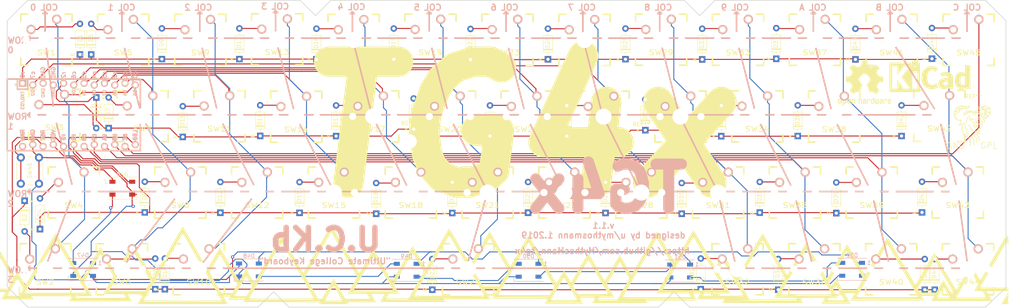
<source format=kicad_pcb>
(kicad_pcb (version 20171130) (host pcbnew "(5.0.2)-1")
  (layers (0 F.Cu signal) (31 B.Cu signal) (34 B.Paste user hide) (35 F.Paste user) (36 B.SilkS user hide) (37 F.SilkS user) (38 B.Mask user) (39 F.Mask user) (44 Edge.Cuts user))
  (net 0 "")
  (net 1 "Net-(D1-Pad1)")
  (net 2 "Net-(D1-Pad2)")
  (net 3 "Net-(D10-Pad1)")
  (net 4 "Net-(D2-Pad2)")
  (net 5 "Net-(D3-Pad2)")
  (net 6 "Net-(D11-Pad1)")
  (net 7 "Net-(D4-Pad2)")
  (net 8 "Net-(D12-Pad1)")
  (net 9 "Net-(D5-Pad2)")
  (net 10 "Net-(D6-Pad2)")
  (net 11 "Net-(D7-Pad2)")
  (net 12 "Net-(D8-Pad2)")
  (net 13 "Net-(D9-Pad2)")
  (net 14 "Net-(D10-Pad2)")
  (net 15 "Net-(D11-Pad2)")
  (net 16 "Net-(D12-Pad2)")
  (net 17 "Net-(D13-Pad2)")
  (net 18 "Net-(D14-Pad2)")
  (net 19 "Net-(D15-Pad2)")
  (net 20 "Net-(D16-Pad2)")
  (net 21 "Net-(D17-Pad2)")
  (net 22 "Net-(D18-Pad2)")
  (net 23 "Net-(D19-Pad2)")
  (net 24 "Net-(D20-Pad2)")
  (net 25 "Net-(D21-Pad2)")
  (net 26 "Net-(D22-Pad2)")
  (net 27 "Net-(D23-Pad2)")
  (net 28 "Net-(D24-Pad2)")
  (net 29 "Net-(D25-Pad2)")
  (net 30 "Net-(D26-Pad2)")
  (net 31 "Net-(D27-Pad2)")
  (net 32 "Net-(D28-Pad2)")
  (net 33 "Net-(D29-Pad2)")
  (net 34 "Net-(D30-Pad2)")
  (net 35 "Net-(D31-Pad2)")
  (net 36 "Net-(D32-Pad2)")
  (net 37 "Net-(D33-Pad2)")
  (net 38 "Net-(D34-Pad2)")
  (net 39 "Net-(D35-Pad2)")
  (net 40 "Net-(D36-Pad2)")
  (net 41 "Net-(D37-Pad2)")
  (net 42 "Net-(D38-Pad2)")
  (net 43 "Net-(D39-Pad2)")
  (net 44 "Net-(D40-Pad2)")
  (net 45 "Net-(D41-Pad2)")
  (net 46 "Net-(D42-Pad2)")
  (net 47 "Net-(D43-Pad2)")
  (net 48 "Net-(D44-Pad2)")
  (net 49 "Net-(D45-Pad2)")
  (net 50 "Net-(SW1-Pad1)")
  (net 51 "Net-(SW5-Pad1)")
  (net 52 "Net-(SW10-Pad1)")
  (net 53 "Net-(SW13-Pad1)")
  (net 54 "Net-(SW16-Pad1)")
  (net 55 "Net-(SW19-Pad1)")
  (net 56 "Net-(SW23-Pad1)")
  (net 57 "Net-(SW26-Pad1)")
  (net 58 "Net-(SW29-Pad1)")
  (net 59 "Net-(SW33-Pad1)")
  (net 60 "Net-(SW37-Pad1)")
  (net 61 "Net-(SW41-Pad1)")
  (net 62 "Net-(SW45-Pad1)")
  (net 63 "Net-(U1-Pad3)")
  (net 64 "Net-(U1-Pad4)")
  (net 65 "Net-(U1-Pad24)")
  (net 66 "Net-(D46-Pad3)")
  (net 67 "Net-(D46-Pad4)")
  (net 68 "Net-(D46-Pad2)")
  (net 69 "Net-(D46-Pad1)")
  (net 70 "Net-(SW46-Pad2)")
  (net 71 "Net-(D47-Pad2)")
  (net 72 "Net-(D48-Pad2)")
  (net 73 "Net-(D49-Pad2)")
  (net 74 "Net-(D50-Pad2)")
  (net 75 "Net-(D51-Pad2)")
  (net 76 "Net-(D52-Pad2)")
  (module Keebio:ArduinoProMicro-ZigZag (layer B.Cu) (at 42.926 67.31)
    (fp_text reference U1 hide)
    (fp_text value ProMicro-18mil-offset hide)
    (fp_text user D2 (at -11.43 -5.461 -90) (layer F.SilkS) (effects (font (size 0.8 0.8))))
    (fp_text user D0 (at -1.27 -5.461 -90) (layer F.SilkS) (effects (font (size 0.8 0.8))))
    (fp_text user D1 (at -3.81 -5.461 -90) (layer F.SilkS) (effects (font (size 0.8 0.8))))
    (fp_text user GND (at -6.35 -5.461 -90) (layer F.SilkS) (effects (font (size 0.8 0.8))))
    (fp_text user GND (at -8.89 -5.461 -90) (layer F.SilkS) (effects (font (size 0.8 0.8))))
    (fp_text user D4 (at 1.27 -5.461 -90) (layer F.SilkS) (effects (font (size 0.8 0.8))))
    (fp_text user C6 (at 3.81 -5.461 -90) (layer F.SilkS) (effects (font (size 0.8 0.8))))
    (fp_text user D7 (at 6.35 -5.461 -90) (layer F.SilkS) (effects (font (size 0.8 0.8))))
    (fp_text user E6 (at 8.89 -5.461 -90) (layer F.SilkS) (effects (font (size 0.8 0.8))))
    (fp_text user B4 (at 11.43 -5.461 -90) (layer F.SilkS) (effects (font (size 0.8 0.8))))
    (fp_text user B5 (at 13.97 -5.461 -90) (layer F.SilkS) (effects (font (size 0.8 0.8))))
    (fp_text user B6 (at 13.97 5.461 -90) (layer F.SilkS) (effects (font (size 0.8 0.8))))
    (fp_text user B2 (at 11.43 5.461 -90) (layer B.SilkS) (effects (font (size 0.8 0.8)) (justify mirror)))
    (fp_text user B3 (at 8.89 5.461 -90) (layer F.SilkS) (effects (font (size 0.8 0.8))))
    (fp_text user B1 (at 6.35 5.461 -90) (layer F.SilkS) (effects (font (size 0.8 0.8))))
    (fp_text user F7 (at 3.81 5.461 -90) (layer B.SilkS) (effects (font (size 0.8 0.8)) (justify mirror)))
    (fp_text user F6 (at 1.27 5.461 -90) (layer B.SilkS) (effects (font (size 0.8 0.8)) (justify mirror)))
    (fp_text user F5 (at -1.27 5.461 -90) (layer B.SilkS) (effects (font (size 0.8 0.8)) (justify mirror)))
    (fp_text user F4 (at -3.81 5.461 -90) (layer F.SilkS) (effects (font (size 0.8 0.8))))
    (fp_text user VCC (at -6.35 5.461 -90) (layer F.SilkS) (effects (font (size 0.8 0.8))))
    (fp_text user GND (at -11.43 5.461 -90) (layer F.SilkS) (effects (font (size 0.8 0.8))))
    (fp_text user RAW (at -13.97 5.461 -90) (layer F.SilkS) (effects (font (size 0.8 0.8))))
    (fp_text user RAW (at -13.97 5.461 -90) (layer B.SilkS) (effects (font (size 0.8 0.8)) (justify mirror)))
    (fp_text user GND (at -11.43 5.461 -90) (layer B.SilkS) (effects (font (size 0.8 0.8)) (justify mirror)))
    (fp_text user ST (at -8.92 5.73312 -90) (layer B.SilkS) (effects (font (size 0.8 0.8)) (justify mirror)))
    (fp_text user VCC (at -6.35 5.461 -90) (layer B.SilkS) (effects (font (size 0.8 0.8)) (justify mirror)))
    (fp_text user F4 (at -3.81 5.461 -90) (layer B.SilkS) (effects (font (size 0.8 0.8)) (justify mirror)))
    (fp_text user F5 (at -1.27 5.461 -90) (layer F.SilkS) (effects (font (size 0.8 0.8))))
    (fp_text user F6 (at 1.27 5.461 -90) (layer F.SilkS) (effects (font (size 0.8 0.8))))
    (fp_text user F7 (at 3.81 5.461 -90) (layer F.SilkS) (effects (font (size 0.8 0.8))))
    (fp_text user B1 (at 6.35 5.461 -90) (layer B.SilkS) (effects (font (size 0.8 0.8)) (justify mirror)))
    (fp_text user B3 (at 8.89 5.461 -90) (layer B.SilkS) (effects (font (size 0.8 0.8)) (justify mirror)))
    (fp_text user B2 (at 11.43 5.461 -90) (layer F.SilkS) (effects (font (size 0.8 0.8))))
    (fp_text user B6 (at 13.97 5.461 -90) (layer B.SilkS) (effects (font (size 0.8 0.8)) (justify mirror)))
    (fp_text user B5 (at 13.97 -5.461 -90) (layer B.SilkS) (effects (font (size 0.8 0.8)) (justify mirror)))
    (fp_text user B4 (at 11.43 -5.461 -90) (layer B.SilkS) (effects (font (size 0.8 0.8)) (justify mirror)))
    (fp_text user E6 (at 8.89 -5.461 -90) (layer B.SilkS) (effects (font (size 0.8 0.8)) (justify mirror)))
    (fp_text user D7 (at 6.35 -5.461 -90) (layer B.SilkS) (effects (font (size 0.8 0.8)) (justify mirror)))
    (fp_text user C6 (at 3.81 -5.461 -90) (layer B.SilkS) (effects (font (size 0.8 0.8)) (justify mirror)))
    (fp_text user D4 (at 1.27 -5.461 -90) (layer B.SilkS) (effects (font (size 0.8 0.8)) (justify mirror)))
    (fp_text user GND (at -8.89 -5.461 -90) (layer B.SilkS) (effects (font (size 0.8 0.8)) (justify mirror)))
    (fp_text user GND (at -6.35 -5.461 -90) (layer B.SilkS) (effects (font (size 0.8 0.8)) (justify mirror)))
    (fp_text user D1 (at -3.81 -5.461 -90) (layer B.SilkS) (effects (font (size 0.8 0.8)) (justify mirror)))
    (fp_text user D0 (at -1.27 -5.461 -90) (layer B.SilkS) (effects (font (size 0.8 0.8)) (justify mirror)))
    (fp_text user D2 (at -11.43 -5.461 -90) (layer B.SilkS) (effects (font (size 0.8 0.8)) (justify mirror)))
    (fp_text user TX0/D3 (at -13.97 -3.571872 -90) (layer F.SilkS) (effects (font (size 0.8 0.8))))
    (fp_text user TX0/D3 (at -13.97 -3.571872 -90) (layer B.SilkS) (effects (font (size 0.8 0.8)) (justify mirror)))
    (fp_text user ST (at -8.91 5.04 -90) (layer F.SilkS) (effects (font (size 0.8 0.8))))
    (pad 1 thru_hole rect (at -13.97 -7.8486) (size 1.7526 1.7526) (drill 1.0922) (layers *.Cu *.SilkS *.Mask) (net 1 "Net-(D1-Pad1)"))
    (pad 2 thru_hole circle (at -11.43 -7.3914) (size 1.7526 1.7526) (drill 1.0922) (layers *.Cu *.SilkS *.Mask) (net 57 "Net-(SW26-Pad1)"))
    (pad 3 thru_hole circle (at -8.89 -7.8486) (size 1.7526 1.7526) (drill 1.0922) (layers *.Cu *.SilkS *.Mask) (net 63 "Net-(U1-Pad3)"))
    (pad 4 thru_hole circle (at -6.35 -7.3914) (size 1.7526 1.7526) (drill 1.0922) (layers *.Cu *.SilkS *.Mask) (net 64 "Net-(U1-Pad4)"))
    (pad 5 thru_hole circle (at -3.81 -7.8486) (size 1.7526 1.7526) (drill 1.0922) (layers *.Cu *.SilkS *.Mask) (net 6 "Net-(D11-Pad1)"))
    (pad 6 thru_hole circle (at -1.27 -7.3914) (size 1.7526 1.7526) (drill 1.0922) (layers *.Cu *.SilkS *.Mask) (net 56 "Net-(SW23-Pad1)"))
    (pad 7 thru_hole circle (at 1.27 -7.8486) (size 1.7526 1.7526) (drill 1.0922) (layers *.Cu *.SilkS *.Mask) (net 55 "Net-(SW19-Pad1)"))
    (pad 8 thru_hole circle (at 3.81 -7.3914) (size 1.7526 1.7526) (drill 1.0922) (layers *.Cu *.SilkS *.Mask) (net 54 "Net-(SW16-Pad1)"))
    (pad 9 thru_hole circle (at 6.35 -7.8486) (size 1.7526 1.7526) (drill 1.0922) (layers *.Cu *.SilkS *.Mask) (net 53 "Net-(SW13-Pad1)"))
    (pad 10 thru_hole circle (at 8.89 -7.3914) (size 1.7526 1.7526) (drill 1.0922) (layers *.Cu *.SilkS *.Mask) (net 52 "Net-(SW10-Pad1)"))
    (pad 11 thru_hole circle (at 11.43 -7.8486) (size 1.7526 1.7526) (drill 1.0922) (layers *.Cu *.SilkS *.Mask) (net 51 "Net-(SW5-Pad1)"))
    (pad 13 thru_hole circle (at 13.97 7.3914) (size 1.7526 1.7526) (drill 1.0922) (layers *.Cu *.SilkS *.Mask) (net 67 "Net-(D46-Pad4)"))
    (pad 14 thru_hole circle (at 11.43 7.8486) (size 1.7526 1.7526) (drill 1.0922) (layers *.Cu *.SilkS *.Mask) (net 62 "Net-(SW45-Pad1)"))
    (pad 15 thru_hole circle (at 8.89 7.3914) (size 1.7526 1.7526) (drill 1.0922) (layers *.Cu *.SilkS *.Mask) (net 61 "Net-(SW41-Pad1)"))
    (pad 16 thru_hole circle (at 6.35 7.8486) (size 1.7526 1.7526) (drill 1.0922) (layers *.Cu *.SilkS *.Mask) (net 60 "Net-(SW37-Pad1)"))
    (pad 17 thru_hole circle (at 3.81 7.3914) (size 1.7526 1.7526) (drill 1.0922) (layers *.Cu *.SilkS *.Mask) (net 59 "Net-(SW33-Pad1)"))
    (pad 18 thru_hole circle (at 1.27 7.8486) (size 1.7526 1.7526) (drill 1.0922) (layers *.Cu *.SilkS *.Mask) (net 58 "Net-(SW29-Pad1)"))
    (pad 19 thru_hole circle (at -1.27 7.3914) (size 1.7526 1.7526) (drill 1.0922) (layers *.Cu *.SilkS *.Mask) (net 8 "Net-(D12-Pad1)"))
    (pad 20 thru_hole circle (at -3.81 7.8486) (size 1.7526 1.7526) (drill 1.0922) (layers *.Cu *.SilkS *.Mask) (net 3 "Net-(D10-Pad1)"))
    (pad 21 thru_hole circle (at -6.35 7.3914) (size 1.7526 1.7526) (drill 1.0922) (layers *.Cu *.SilkS *.Mask) (net 66 "Net-(D46-Pad3)"))
    (pad 22 thru_hole circle (at -8.89 7.8486) (size 1.7526 1.7526) (drill 1.0922) (layers *.Cu *.SilkS *.Mask) (net 70 "Net-(SW46-Pad2)"))
    (pad 23 thru_hole circle (at -11.43 7.3914) (size 1.7526 1.7526) (drill 1.0922) (layers *.Cu *.SilkS *.Mask) (net 69 "Net-(D46-Pad1)"))
    (pad 12 thru_hole circle (at 13.97 -7.3914) (size 1.7526 1.7526) (drill 1.0922) (layers *.Cu *.SilkS *.Mask) (net 50 "Net-(SW1-Pad1)"))
    (pad 24 thru_hole circle (at -13.97 7.8486) (size 1.7526 1.7526) (drill 1.0922) (layers *.Cu *.SilkS *.Mask) (net 65 "Net-(U1-Pad24)"))
  )
  (module Keebio:MX_PCB_100H (layer F.Cu) (at 139.446 105.664)
    (fp_text reference SW22 (at 0 3.175) (layer F.SilkS) (effects (font (size 1.27 1.524) (thickness 0.2032))))
    (fp_text value SW_Push hide)
    (pad 1 thru_hole circle (at 2.54 -5.08) (size 2.286 2.286) (drill 1.4986) (layers *.Cu *.SilkS *.Mask) (net 55 "Net-(SW19-Pad1)"))
    (pad 2 thru_hole circle (at -3.81 -2.54) (size 2.286 2.286) (drill 1.4986) (layers *.Cu *.SilkS *.Mask) (net 26 "Net-(D22-Pad2)"))
    (pad HOLE np_thru_hole circle (at 0 0) (size 3.9878 3.9878) (drill 3.9878) (layers *.Cu))
    (pad HOLE np_thru_hole circle (at -5.08 0) (size 1.8 1.8) (drill 1.8) (layers *.Cu))
    (pad HOLE np_thru_hole circle (at 5.08 0) (size 1.8 1.8) (drill 1.8) (layers *.Cu))
  )
  (module Keebio:MX_PCB_100H (layer F.Cu) (at 77.7748 67.6402)
    (fp_text reference SW11 (at 0 3.175) (layer F.SilkS) (effects (font (size 1.27 1.524) (thickness 0.2032))))
    (fp_text value SW_Push hide)
    (pad 1 thru_hole circle (at 2.54 -5.08) (size 2.286 2.286) (drill 1.4986) (layers *.Cu *.SilkS *.Mask) (net 52 "Net-(SW10-Pad1)"))
    (pad 2 thru_hole circle (at -3.81 -2.54) (size 2.286 2.286) (drill 1.4986) (layers *.Cu *.SilkS *.Mask) (net 15 "Net-(D11-Pad2)"))
    (pad HOLE np_thru_hole circle (at 0 0) (size 3.9878 3.9878) (drill 3.9878) (layers *.Cu))
    (pad HOLE np_thru_hole circle (at -5.08 0) (size 1.8 1.8) (drill 1.8) (layers *.Cu))
    (pad HOLE np_thru_hole circle (at 5.08 0) (size 1.8 1.8) (drill 1.8) (layers *.Cu))
  )
  (module Keebio:MX_PCB_100H (layer F.Cu) (at 68.072 86.614)
    (fp_text reference SW8 (at 0 3.175) (layer F.SilkS) (effects (font (size 1.27 1.524) (thickness 0.2032))))
    (fp_text value SW_Push hide)
    (pad 1 thru_hole circle (at 2.54 -5.08) (size 2.286 2.286) (drill 1.4986) (layers *.Cu *.SilkS *.Mask) (net 51 "Net-(SW5-Pad1)"))
    (pad 2 thru_hole circle (at -3.81 -2.54) (size 2.286 2.286) (drill 1.4986) (layers *.Cu *.SilkS *.Mask) (net 12 "Net-(D8-Pad2)"))
    (pad HOLE np_thru_hole circle (at 0 0) (size 3.9878 3.9878) (drill 3.9878) (layers *.Cu))
    (pad HOLE np_thru_hole circle (at -5.08 0) (size 1.8 1.8) (drill 1.8) (layers *.Cu))
    (pad HOLE np_thru_hole circle (at 5.08 0) (size 1.8 1.8) (drill 1.8) (layers *.Cu))
  )
  (module Keebio:MX_PCB_100H (layer F.Cu) (at 58.6994 67.6402)
    (fp_text reference SW7 (at 0 3.175) (layer F.SilkS) (effects (font (size 1.27 1.524) (thickness 0.2032))))
    (fp_text value SW_Push hide)
    (pad 1 thru_hole circle (at 2.54 -5.08) (size 2.286 2.286) (drill 1.4986) (layers *.Cu *.SilkS *.Mask) (net 51 "Net-(SW5-Pad1)"))
    (pad 2 thru_hole circle (at -3.81 -2.54) (size 2.286 2.286) (drill 1.4986) (layers *.Cu *.SilkS *.Mask) (net 11 "Net-(D7-Pad2)"))
    (pad HOLE np_thru_hole circle (at 0 0) (size 3.9878 3.9878) (drill 3.9878) (layers *.Cu))
    (pad HOLE np_thru_hole circle (at -5.08 0) (size 1.8 1.8) (drill 1.8) (layers *.Cu))
    (pad HOLE np_thru_hole circle (at 5.08 0) (size 1.8 1.8) (drill 1.8) (layers *.Cu))
  )
  (module Keebio:MX_PCB_125H (layer F.Cu) (at 260.858 86.614)
    (fp_text reference SW43 (at 0 3.175) (layer F.SilkS) (effects (font (size 1.27 1.524) (thickness 0.2032))))
    (fp_text value SW_Push hide)
    (pad 1 thru_hole circle (at 2.54 -5.08) (size 2.286 2.286) (drill 1.4986) (layers *.Cu *.SilkS *.Mask) (net 61 "Net-(SW41-Pad1)"))
    (pad 2 thru_hole circle (at -3.81 -2.54) (size 2.286 2.286) (drill 1.4986) (layers *.Cu *.SilkS *.Mask) (net 47 "Net-(D43-Pad2)"))
    (pad HOLE np_thru_hole circle (at 0 0) (size 3.9878 3.9878) (drill 3.9878) (layers *.Cu))
    (pad HOLE np_thru_hole circle (at -5.08 0) (size 1.8 1.8) (drill 1.8) (layers *.Cu))
    (pad HOLE np_thru_hole circle (at 5.08 0) (size 1.8 1.8) (drill 1.8) (layers *.Cu))
  )
  (module Keebio:MX_PCB_175H (layer F.Cu) (at 256.286 67.564)
    (fp_text reference SW42 (at 0 3.175) (layer F.SilkS) (effects (font (size 1.27 1.524) (thickness 0.2032))))
    (fp_text value SW_Push hide)
    (pad 1 thru_hole circle (at 2.54 -5.08) (size 2.286 2.286) (drill 1.4986) (layers *.Cu *.SilkS *.Mask) (net 61 "Net-(SW41-Pad1)"))
    (pad 2 thru_hole circle (at -3.81 -2.54) (size 2.286 2.286) (drill 1.4986) (layers *.Cu *.SilkS *.Mask) (net 46 "Net-(D42-Pad2)"))
    (pad HOLE np_thru_hole circle (at 0 0) (size 3.9878 3.9878) (drill 3.9878) (layers *.Cu))
    (pad HOLE np_thru_hole circle (at -5.08 0) (size 1.8 1.8) (drill 1.8) (layers *.Cu))
    (pad HOLE np_thru_hole circle (at 5.08 0) (size 1.8 1.8) (drill 1.8) (layers *.Cu))
  )
  (module Keebio:MX_PCB_125H (layer F.Cu) (at 36.83 67.31)
    (fp_text reference SW3 (at 0 3.175) (layer F.SilkS) (effects (font (size 1.27 1.524) (thickness 0.2032))))
    (fp_text value SW_Push hide)
    (pad 1 thru_hole circle (at 2.54 -5.08) (size 2.286 2.286) (drill 1.4986) (layers *.Cu *.SilkS *.Mask) (net 50 "Net-(SW1-Pad1)"))
    (pad 2 thru_hole circle (at -3.81 -2.54) (size 2.286 2.286) (drill 1.4986) (layers *.Cu *.SilkS *.Mask) (net 5 "Net-(D3-Pad2)"))
    (pad HOLE np_thru_hole circle (at 0 0) (size 3.9878 3.9878) (drill 3.9878) (layers *.Cu))
    (pad HOLE np_thru_hole circle (at -5.08 0) (size 1.8 1.8) (drill 1.8) (layers *.Cu))
    (pad HOLE np_thru_hole circle (at 5.08 0) (size 1.8 1.8) (drill 1.8) (layers *.Cu))
  )
  (module Keebio:MX_PCB_175H (layer F.Cu) (at 41.656 86.614)
    (fp_text reference SW4 (at 0 3.175) (layer F.SilkS) (effects (font (size 1.27 1.524) (thickness 0.2032))))
    (fp_text value SW_Push hide)
    (pad HOLE np_thru_hole circle (at 5.08 0) (size 1.8 1.8) (drill 1.8) (layers *.Cu))
    (pad HOLE np_thru_hole circle (at -5.08 0) (size 1.8 1.8) (drill 1.8) (layers *.Cu))
    (pad HOLE np_thru_hole circle (at 0 0) (size 3.9878 3.9878) (drill 3.9878) (layers *.Cu))
    (pad 2 thru_hole circle (at -3.81 -2.54) (size 2.286 2.286) (drill 1.4986) (layers *.Cu *.SilkS *.Mask) (net 7 "Net-(D4-Pad2)"))
    (pad 1 thru_hole circle (at 2.54 -5.08) (size 2.286 2.286) (drill 1.4986) (layers *.Cu *.SilkS *.Mask) (net 50 "Net-(SW1-Pad1)"))
  )
  (module Keebio:MX_PCB_100H (layer F.Cu) (at 192.1002 67.7418)
    (fp_text reference SW30 (at 0 3.175) (layer F.SilkS) (effects (font (size 1.27 1.524) (thickness 0.2032))))
    (fp_text value SW_Push hide)
    (pad 1 thru_hole circle (at 2.54 -5.08) (size 2.286 2.286) (drill 1.4986) (layers *.Cu *.SilkS *.Mask) (net 58 "Net-(SW29-Pad1)"))
    (pad 2 thru_hole circle (at -3.81 -2.54) (size 2.286 2.286) (drill 1.4986) (layers *.Cu *.SilkS *.Mask) (net 34 "Net-(D30-Pad2)"))
    (pad HOLE np_thru_hole circle (at 0 0) (size 3.9878 3.9878) (drill 3.9878) (layers *.Cu))
    (pad HOLE np_thru_hole circle (at -5.08 0) (size 1.8 1.8) (drill 1.8) (layers *.Cu))
    (pad HOLE np_thru_hole circle (at 5.08 0) (size 1.8 1.8) (drill 1.8) (layers *.Cu))
  )
  (module Keebio:MX_PCB_100H (layer F.Cu) (at 87.122 86.614)
    (fp_text reference SW12 (at 0 3.175) (layer F.SilkS) (effects (font (size 1.27 1.524) (thickness 0.2032))))
    (fp_text value SW_Push hide)
    (pad 1 thru_hole circle (at 2.54 -5.08) (size 2.286 2.286) (drill 1.4986) (layers *.Cu *.SilkS *.Mask) (net 52 "Net-(SW10-Pad1)"))
    (pad 2 thru_hole circle (at -3.81 -2.54) (size 2.286 2.286) (drill 1.4986) (layers *.Cu *.SilkS *.Mask) (net 16 "Net-(D12-Pad2)"))
    (pad HOLE np_thru_hole circle (at 0 0) (size 3.9878 3.9878) (drill 3.9878) (layers *.Cu))
    (pad HOLE np_thru_hole circle (at -5.08 0) (size 1.8 1.8) (drill 1.8) (layers *.Cu))
    (pad HOLE np_thru_hole circle (at 5.08 0) (size 1.8 1.8) (drill 1.8) (layers *.Cu))
  )
  (module Keebio:MX_PCB_100H (layer F.Cu) (at 230.2002 67.7418)
    (fp_text reference SW38 (at 0 3.175) (layer F.SilkS) (effects (font (size 1.27 1.524) (thickness 0.2032))))
    (fp_text value SW_Push hide)
    (pad 1 thru_hole circle (at 2.54 -5.08) (size 2.286 2.286) (drill 1.4986) (layers *.Cu *.SilkS *.Mask) (net 60 "Net-(SW37-Pad1)"))
    (pad 2 thru_hole circle (at -3.81 -2.54) (size 2.286 2.286) (drill 1.4986) (layers *.Cu *.SilkS *.Mask) (net 42 "Net-(D38-Pad2)"))
    (pad HOLE np_thru_hole circle (at 0 0) (size 3.9878 3.9878) (drill 3.9878) (layers *.Cu))
    (pad HOLE np_thru_hole circle (at -5.08 0) (size 1.8 1.8) (drill 1.8) (layers *.Cu))
    (pad HOLE np_thru_hole circle (at 5.08 0) (size 1.8 1.8) (drill 1.8) (layers *.Cu))
  )
  (module Keebio:MX_PCB_100H (layer F.Cu) (at 34.544 105.664)
    (fp_text reference SW2 (at 0 3.175) (layer F.SilkS) (effects (font (size 1.27 1.524) (thickness 0.2032))))
    (fp_text value SW_Push hide)
    (pad 1 thru_hole circle (at 2.54 -5.08) (size 2.286 2.286) (drill 1.4986) (layers *.Cu *.SilkS *.Mask) (net 50 "Net-(SW1-Pad1)"))
    (pad 2 thru_hole circle (at -3.81 -2.54) (size 2.286 2.286) (drill 1.4986) (layers *.Cu *.SilkS *.Mask) (net 4 "Net-(D2-Pad2)"))
    (pad HOLE np_thru_hole circle (at 0 0) (size 3.9878 3.9878) (drill 3.9878) (layers *.Cu))
    (pad HOLE np_thru_hole circle (at -5.08 0) (size 1.8 1.8) (drill 1.8) (layers *.Cu))
    (pad HOLE np_thru_hole circle (at 5.08 0) (size 1.8 1.8) (drill 1.8) (layers *.Cu))
  )
  (module Keebio:MX_PCB_100H (layer F.Cu) (at 225.425 48.6664)
    (fp_text reference SW37 (at 0 3.175) (layer F.SilkS) (effects (font (size 1.27 1.524) (thickness 0.2032))))
    (fp_text value SW_Push hide)
    (pad 1 thru_hole circle (at 2.54 -5.08) (size 2.286 2.286) (drill 1.4986) (layers *.Cu *.SilkS *.Mask) (net 60 "Net-(SW37-Pad1)"))
    (pad 2 thru_hole circle (at -3.81 -2.54) (size 2.286 2.286) (drill 1.4986) (layers *.Cu *.SilkS *.Mask) (net 41 "Net-(D37-Pad2)"))
    (pad HOLE np_thru_hole circle (at 0 0) (size 3.9878 3.9878) (drill 3.9878) (layers *.Cu))
    (pad HOLE np_thru_hole circle (at -5.08 0) (size 1.8 1.8) (drill 1.8) (layers *.Cu))
    (pad HOLE np_thru_hole circle (at 5.08 0) (size 1.8 1.8) (drill 1.8) (layers *.Cu))
  )
  (module Keebio:MX_PCB_100H (layer F.Cu) (at 134.9248 67.7164)
    (fp_text reference SW20 (at 0 3.175) (layer F.SilkS) (effects (font (size 1.27 1.524) (thickness 0.2032))))
    (fp_text value SW_Push hide)
    (pad 1 thru_hole circle (at 2.54 -5.08) (size 2.286 2.286) (drill 1.4986) (layers *.Cu *.SilkS *.Mask) (net 55 "Net-(SW19-Pad1)"))
    (pad 2 thru_hole circle (at -3.81 -2.54) (size 2.286 2.286) (drill 1.4986) (layers *.Cu *.SilkS *.Mask) (net 24 "Net-(D20-Pad2)"))
    (pad HOLE np_thru_hole circle (at 0 0) (size 3.9878 3.9878) (drill 3.9878) (layers *.Cu))
    (pad HOLE np_thru_hole circle (at -5.08 0) (size 1.8 1.8) (drill 1.8) (layers *.Cu))
    (pad HOLE np_thru_hole circle (at 5.08 0) (size 1.8 1.8) (drill 1.8) (layers *.Cu))
  )
  (module Keebio:MX_PCB_100H (layer F.Cu) (at 106.172 86.614)
    (fp_text reference SW15 (at 0 3.175) (layer F.SilkS) (effects (font (size 1.27 1.524) (thickness 0.2032))))
    (fp_text value SW_Push hide)
    (pad 1 thru_hole circle (at 2.54 -5.08) (size 2.286 2.286) (drill 1.4986) (layers *.Cu *.SilkS *.Mask) (net 53 "Net-(SW13-Pad1)"))
    (pad 2 thru_hole circle (at -3.81 -2.54) (size 2.286 2.286) (drill 1.4986) (layers *.Cu *.SilkS *.Mask) (net 19 "Net-(D15-Pad2)"))
    (pad HOLE np_thru_hole circle (at 0 0) (size 3.9878 3.9878) (drill 3.9878) (layers *.Cu))
    (pad HOLE np_thru_hole circle (at -5.08 0) (size 1.8 1.8) (drill 1.8) (layers *.Cu))
    (pad HOLE np_thru_hole circle (at 5.08 0) (size 1.8 1.8) (drill 1.8) (layers *.Cu))
  )
  (module Keebio:MX_PCB_100H (layer F.Cu) (at 96.8248 67.7926)
    (fp_text reference SW14 (at 0 3.175) (layer F.SilkS) (effects (font (size 1.27 1.524) (thickness 0.2032))))
    (fp_text value SW_Push hide)
    (pad 1 thru_hole circle (at 2.54 -5.08) (size 2.286 2.286) (drill 1.4986) (layers *.Cu *.SilkS *.Mask) (net 53 "Net-(SW13-Pad1)"))
    (pad 2 thru_hole circle (at -3.81 -2.54) (size 2.286 2.286) (drill 1.4986) (layers *.Cu *.SilkS *.Mask) (net 18 "Net-(D14-Pad2)"))
    (pad HOLE np_thru_hole circle (at 0 0) (size 3.9878 3.9878) (drill 3.9878) (layers *.Cu))
    (pad HOLE np_thru_hole circle (at -5.08 0) (size 1.8 1.8) (drill 1.8) (layers *.Cu))
    (pad HOLE np_thru_hole circle (at 5.08 0) (size 1.8 1.8) (drill 1.8) (layers *.Cu))
  )
  (module Keebio:MX_PCB_100H (layer F.Cu) (at 125.222 86.614)
    (fp_text reference SW18 (at 0 3.175) (layer F.SilkS) (effects (font (size 1.27 1.524) (thickness 0.2032))))
    (fp_text value SW_Push hide)
    (pad 1 thru_hole circle (at 2.54 -5.08) (size 2.286 2.286) (drill 1.4986) (layers *.Cu *.SilkS *.Mask) (net 54 "Net-(SW16-Pad1)"))
    (pad 2 thru_hole circle (at -3.81 -2.54) (size 2.286 2.286) (drill 1.4986) (layers *.Cu *.SilkS *.Mask) (net 22 "Net-(D18-Pad2)"))
    (pad HOLE np_thru_hole circle (at 0 0) (size 3.9878 3.9878) (drill 3.9878) (layers *.Cu))
    (pad HOLE np_thru_hole circle (at -5.08 0) (size 1.8 1.8) (drill 1.8) (layers *.Cu))
    (pad HOLE np_thru_hole circle (at 5.08 0) (size 1.8 1.8) (drill 1.8) (layers *.Cu))
  )
  (module Keebio:MX_PCB_100H (layer F.Cu) (at 144.272 86.614)
    (fp_text reference SW21 (at 0 3.175) (layer F.SilkS) (effects (font (size 1.27 1.524) (thickness 0.2032))))
    (fp_text value SW_Push hide)
    (pad 1 thru_hole circle (at 2.54 -5.08) (size 2.286 2.286) (drill 1.4986) (layers *.Cu *.SilkS *.Mask) (net 55 "Net-(SW19-Pad1)"))
    (pad 2 thru_hole circle (at -3.81 -2.54) (size 2.286 2.286) (drill 1.4986) (layers *.Cu *.SilkS *.Mask) (net 25 "Net-(D21-Pad2)"))
    (pad HOLE np_thru_hole circle (at 0 0) (size 3.9878 3.9878) (drill 3.9878) (layers *.Cu))
    (pad HOLE np_thru_hole circle (at -5.08 0) (size 1.8 1.8) (drill 1.8) (layers *.Cu))
    (pad HOLE np_thru_hole circle (at 5.08 0) (size 1.8 1.8) (drill 1.8) (layers *.Cu))
  )
  (module Keebio:MX_PCB_100H (layer F.Cu) (at 225.298 105.664)
    (fp_text reference SW36 (at 0 3.175) (layer F.SilkS) (effects (font (size 1.27 1.524) (thickness 0.2032))))
    (fp_text value SW_Push hide)
    (pad 1 thru_hole circle (at 2.54 -5.08) (size 2.286 2.286) (drill 1.4986) (layers *.Cu *.SilkS *.Mask) (net 59 "Net-(SW33-Pad1)"))
    (pad 2 thru_hole circle (at -3.81 -2.54) (size 2.286 2.286) (drill 1.4986) (layers *.Cu *.SilkS *.Mask) (net 40 "Net-(D36-Pad2)"))
    (pad HOLE np_thru_hole circle (at 0 0) (size 3.9878 3.9878) (drill 3.9878) (layers *.Cu))
    (pad HOLE np_thru_hole circle (at -5.08 0) (size 1.8 1.8) (drill 1.8) (layers *.Cu))
    (pad HOLE np_thru_hole circle (at 5.08 0) (size 1.8 1.8) (drill 1.8) (layers *.Cu))
  )
  (module Keebio:MX_PCB_100H (layer F.Cu) (at 130.0988 48.641)
    (fp_text reference SW19 (at 0 3.175) (layer F.SilkS) (effects (font (size 1.27 1.524) (thickness 0.2032))))
    (fp_text value SW_Push hide)
    (pad 1 thru_hole circle (at 2.54 -5.08) (size 2.286 2.286) (drill 1.4986) (layers *.Cu *.SilkS *.Mask) (net 55 "Net-(SW19-Pad1)"))
    (pad 2 thru_hole circle (at -3.81 -2.54) (size 2.286 2.286) (drill 1.4986) (layers *.Cu *.SilkS *.Mask) (net 23 "Net-(D19-Pad2)"))
    (pad HOLE np_thru_hole circle (at 0 0) (size 3.9878 3.9878) (drill 3.9878) (layers *.Cu))
    (pad HOLE np_thru_hole circle (at -5.08 0) (size 1.8 1.8) (drill 1.8) (layers *.Cu))
    (pad HOLE np_thru_hole circle (at 5.08 0) (size 1.8 1.8) (drill 1.8) (layers *.Cu))
  )
  (module Keebio:MX_PCB_100H (layer F.Cu) (at 173.0248 67.7672)
    (fp_text reference SW27 (at 0 3.175) (layer F.SilkS) (effects (font (size 1.27 1.524) (thickness 0.2032))))
    (fp_text value SW_Push hide)
    (pad 1 thru_hole circle (at 2.54 -5.08) (size 2.286 2.286) (drill 1.4986) (layers *.Cu *.SilkS *.Mask) (net 57 "Net-(SW26-Pad1)"))
    (pad 2 thru_hole circle (at -3.81 -2.54) (size 2.286 2.286) (drill 1.4986) (layers *.Cu *.SilkS *.Mask) (net 31 "Net-(D27-Pad2)"))
    (pad HOLE np_thru_hole circle (at 0 0) (size 3.9878 3.9878) (drill 3.9878) (layers *.Cu))
    (pad HOLE np_thru_hole circle (at -5.08 0) (size 1.8 1.8) (drill 1.8) (layers *.Cu))
    (pad HOLE np_thru_hole circle (at 5.08 0) (size 1.8 1.8) (drill 1.8) (layers *.Cu))
  )
  (module Keebio:MX_PCB_100H (layer F.Cu) (at 244.348 105.664)
    (fp_text reference SW40 (at 0 3.175) (layer F.SilkS) (effects (font (size 1.27 1.524) (thickness 0.2032))))
    (fp_text value SW_Push hide)
    (pad 1 thru_hole circle (at 2.54 -5.08) (size 2.286 2.286) (drill 1.4986) (layers *.Cu *.SilkS *.Mask) (net 60 "Net-(SW37-Pad1)"))
    (pad 2 thru_hole circle (at -3.81 -2.54) (size 2.286 2.286) (drill 1.4986) (layers *.Cu *.SilkS *.Mask) (net 44 "Net-(D40-Pad2)"))
    (pad HOLE np_thru_hole circle (at 0 0) (size 3.9878 3.9878) (drill 3.9878) (layers *.Cu))
    (pad HOLE np_thru_hole circle (at -5.08 0) (size 1.8 1.8) (drill 1.8) (layers *.Cu))
    (pad HOLE np_thru_hole circle (at 5.08 0) (size 1.8 1.8) (drill 1.8) (layers *.Cu))
  )
  (module Keebio:MX_PCB_100H (layer F.Cu) (at 206.375 48.6664)
    (fp_text reference SW33 (at 0 3.175) (layer F.SilkS) (effects (font (size 1.27 1.524) (thickness 0.2032))))
    (fp_text value SW_Push hide)
    (pad 1 thru_hole circle (at 2.54 -5.08) (size 2.286 2.286) (drill 1.4986) (layers *.Cu *.SilkS *.Mask) (net 59 "Net-(SW33-Pad1)"))
    (pad 2 thru_hole circle (at -3.81 -2.54) (size 2.286 2.286) (drill 1.4986) (layers *.Cu *.SilkS *.Mask) (net 37 "Net-(D33-Pad2)"))
    (pad HOLE np_thru_hole circle (at 0 0) (size 3.9878 3.9878) (drill 3.9878) (layers *.Cu))
    (pad HOLE np_thru_hole circle (at -5.08 0) (size 1.8 1.8) (drill 1.8) (layers *.Cu))
    (pad HOLE np_thru_hole circle (at 5.08 0) (size 1.8 1.8) (drill 1.8) (layers *.Cu))
  )
  (module Keebio:MX_PCB_100H (layer F.Cu) (at 73.025 48.6918)
    (fp_text reference SW9 (at 0 3.175) (layer F.SilkS) (effects (font (size 1.27 1.524) (thickness 0.2032))))
    (fp_text value SW_Push hide)
    (pad 1 thru_hole circle (at 2.54 -5.08) (size 2.286 2.286) (drill 1.4986) (layers *.Cu *.SilkS *.Mask) (net 52 "Net-(SW10-Pad1)"))
    (pad 2 thru_hole circle (at -3.81 -2.54) (size 2.286 2.286) (drill 1.4986) (layers *.Cu *.SilkS *.Mask) (net 13 "Net-(D9-Pad2)"))
    (pad HOLE np_thru_hole circle (at 0 0) (size 3.9878 3.9878) (drill 3.9878) (layers *.Cu))
    (pad HOLE np_thru_hole circle (at -5.08 0) (size 1.8 1.8) (drill 1.8) (layers *.Cu))
    (pad HOLE np_thru_hole circle (at 5.08 0) (size 1.8 1.8) (drill 1.8) (layers *.Cu))
  )
  (module Keebio:MX_PCB_100H (layer F.Cu) (at 206.248 105.664)
    (fp_text reference SW32 (at 0 3.175) (layer F.SilkS) (effects (font (size 1.27 1.524) (thickness 0.2032))))
    (fp_text value SW_Push hide)
    (pad 1 thru_hole circle (at 2.54 -5.08) (size 2.286 2.286) (drill 1.4986) (layers *.Cu *.SilkS *.Mask) (net 58 "Net-(SW29-Pad1)"))
    (pad 2 thru_hole circle (at -3.81 -2.54) (size 2.286 2.286) (drill 1.4986) (layers *.Cu *.SilkS *.Mask) (net 36 "Net-(D32-Pad2)"))
    (pad HOLE np_thru_hole circle (at 0 0) (size 3.9878 3.9878) (drill 3.9878) (layers *.Cu))
    (pad HOLE np_thru_hole circle (at -5.08 0) (size 1.8 1.8) (drill 1.8) (layers *.Cu))
    (pad HOLE np_thru_hole circle (at 5.08 0) (size 1.8 1.8) (drill 1.8) (layers *.Cu))
  )
  (module Keebio:MX_PCB_100H (layer F.Cu) (at 115.9002 67.691)
    (fp_text reference SW17 (at 0 3.175) (layer F.SilkS) (effects (font (size 1.27 1.524) (thickness 0.2032))))
    (fp_text value SW_Push hide)
    (pad 1 thru_hole circle (at 2.54 -5.08) (size 2.286 2.286) (drill 1.4986) (layers *.Cu *.SilkS *.Mask) (net 54 "Net-(SW16-Pad1)"))
    (pad 2 thru_hole circle (at -3.81 -2.54) (size 2.286 2.286) (drill 1.4986) (layers *.Cu *.SilkS *.Mask) (net 21 "Net-(D17-Pad2)"))
    (pad HOLE np_thru_hole circle (at 0 0) (size 3.9878 3.9878) (drill 3.9878) (layers *.Cu))
    (pad HOLE np_thru_hole circle (at -5.08 0) (size 1.8 1.8) (drill 1.8) (layers *.Cu))
    (pad HOLE np_thru_hole circle (at 5.08 0) (size 1.8 1.8) (drill 1.8) (layers *.Cu))
  )
  (module Keebio:MX_PCB_100H (layer F.Cu) (at 201.422 86.614)
    (fp_text reference SW31 (at 0 3.175) (layer F.SilkS) (effects (font (size 1.27 1.524) (thickness 0.2032))))
    (fp_text value SW_Push hide)
    (pad 1 thru_hole circle (at 2.54 -5.08) (size 2.286 2.286) (drill 1.4986) (layers *.Cu *.SilkS *.Mask) (net 58 "Net-(SW29-Pad1)"))
    (pad 2 thru_hole circle (at -3.81 -2.54) (size 2.286 2.286) (drill 1.4986) (layers *.Cu *.SilkS *.Mask) (net 35 "Net-(D31-Pad2)"))
    (pad HOLE np_thru_hole circle (at 0 0) (size 3.9878 3.9878) (drill 3.9878) (layers *.Cu))
    (pad HOLE np_thru_hole circle (at -5.08 0) (size 1.8 1.8) (drill 1.8) (layers *.Cu))
    (pad HOLE np_thru_hole circle (at 5.08 0) (size 1.8 1.8) (drill 1.8) (layers *.Cu))
  )
  (module Keebio:MX_PCB_100H (layer F.Cu) (at 111.0488 48.7172)
    (fp_text reference SW16 (at 0 3.175) (layer F.SilkS) (effects (font (size 1.27 1.524) (thickness 0.2032))))
    (fp_text value SW_Push hide)
    (pad 1 thru_hole circle (at 2.54 -5.08) (size 2.286 2.286) (drill 1.4986) (layers *.Cu *.SilkS *.Mask) (net 54 "Net-(SW16-Pad1)"))
    (pad 2 thru_hole circle (at -3.81 -2.54) (size 2.286 2.286) (drill 1.4986) (layers *.Cu *.SilkS *.Mask) (net 20 "Net-(D16-Pad2)"))
    (pad HOLE np_thru_hole circle (at 0 0) (size 3.9878 3.9878) (drill 3.9878) (layers *.Cu))
    (pad HOLE np_thru_hole circle (at -5.08 0) (size 1.8 1.8) (drill 1.8) (layers *.Cu))
    (pad HOLE np_thru_hole circle (at 5.08 0) (size 1.8 1.8) (drill 1.8) (layers *.Cu))
  )
  (module Keebio:MX_PCB_100H (layer F.Cu) (at 182.372 86.614)
    (fp_text reference SW28 (at 0 3.175) (layer F.SilkS) (effects (font (size 1.27 1.524) (thickness 0.2032))))
    (fp_text value SW_Push hide)
    (pad 1 thru_hole circle (at 2.54 -5.08) (size 2.286 2.286) (drill 1.4986) (layers *.Cu *.SilkS *.Mask) (net 57 "Net-(SW26-Pad1)"))
    (pad 2 thru_hole circle (at -3.81 -2.54) (size 2.286 2.286) (drill 1.4986) (layers *.Cu *.SilkS *.Mask) (net 32 "Net-(D28-Pad2)"))
    (pad HOLE np_thru_hole circle (at 0 0) (size 3.9878 3.9878) (drill 3.9878) (layers *.Cu))
    (pad HOLE np_thru_hole circle (at -5.08 0) (size 1.8 1.8) (drill 1.8) (layers *.Cu))
    (pad HOLE np_thru_hole circle (at 5.08 0) (size 1.8 1.8) (drill 1.8) (layers *.Cu))
  )
  (module Keebio:MX_PCB_100H (layer F.Cu) (at 72.644 105.664)
    (fp_text reference SW10 (at 0 3.175) (layer F.SilkS) (effects (font (size 1.27 1.524) (thickness 0.2032))))
    (fp_text value SW_Push hide)
    (pad 1 thru_hole circle (at 2.54 -5.08) (size 2.286 2.286) (drill 1.4986) (layers *.Cu *.SilkS *.Mask) (net 52 "Net-(SW10-Pad1)"))
    (pad 2 thru_hole circle (at -3.81 -2.54) (size 2.286 2.286) (drill 1.4986) (layers *.Cu *.SilkS *.Mask) (net 14 "Net-(D10-Pad2)"))
    (pad HOLE np_thru_hole circle (at 0 0) (size 3.9878 3.9878) (drill 3.9878) (layers *.Cu))
    (pad HOLE np_thru_hole circle (at -5.08 0) (size 1.8 1.8) (drill 1.8) (layers *.Cu))
    (pad HOLE np_thru_hole circle (at 5.08 0) (size 1.8 1.8) (drill 1.8) (layers *.Cu))
  )
  (module Keebio:MX_PCB_100H (layer F.Cu) (at 220.472 86.614)
    (fp_text reference SW35 (at 0 3.175) (layer F.SilkS) (effects (font (size 1.27 1.524) (thickness 0.2032))))
    (fp_text value SW_Push hide)
    (pad 1 thru_hole circle (at 2.54 -5.08) (size 2.286 2.286) (drill 1.4986) (layers *.Cu *.SilkS *.Mask) (net 59 "Net-(SW33-Pad1)"))
    (pad 2 thru_hole circle (at -3.81 -2.54) (size 2.286 2.286) (drill 1.4986) (layers *.Cu *.SilkS *.Mask) (net 39 "Net-(D35-Pad2)"))
    (pad HOLE np_thru_hole circle (at 0 0) (size 3.9878 3.9878) (drill 3.9878) (layers *.Cu))
    (pad HOLE np_thru_hole circle (at -5.08 0) (size 1.8 1.8) (drill 1.8) (layers *.Cu))
    (pad HOLE np_thru_hole circle (at 5.08 0) (size 1.8 1.8) (drill 1.8) (layers *.Cu))
  )
  (module Keebio:MX_PCB_100H (layer F.Cu) (at 153.9748 67.7418)
    (fp_text reference SW24 (at 0 3.175) (layer F.SilkS) (effects (font (size 1.27 1.524) (thickness 0.2032))))
    (fp_text value SW_Push hide)
    (pad 1 thru_hole circle (at 2.54 -5.08) (size 2.286 2.286) (drill 1.4986) (layers *.Cu *.SilkS *.Mask) (net 56 "Net-(SW23-Pad1)"))
    (pad 2 thru_hole circle (at -3.81 -2.54) (size 2.286 2.286) (drill 1.4986) (layers *.Cu *.SilkS *.Mask) (net 28 "Net-(D24-Pad2)"))
    (pad HOLE np_thru_hole circle (at 0 0) (size 3.9878 3.9878) (drill 3.9878) (layers *.Cu))
    (pad HOLE np_thru_hole circle (at -5.08 0) (size 1.8 1.8) (drill 1.8) (layers *.Cu))
    (pad HOLE np_thru_hole circle (at 5.08 0) (size 1.8 1.8) (drill 1.8) (layers *.Cu))
  )
  (module Keebio:MX_PCB_100H (layer F.Cu) (at 53.8988 48.6918)
    (fp_text reference SW5 (at 0 3.175) (layer F.SilkS) (effects (font (size 1.27 1.524) (thickness 0.2032))))
    (fp_text value SW_Push hide)
    (pad 1 thru_hole circle (at 2.54 -5.08) (size 2.286 2.286) (drill 1.4986) (layers *.Cu *.SilkS *.Mask) (net 51 "Net-(SW5-Pad1)"))
    (pad 2 thru_hole circle (at -3.81 -2.54) (size 2.286 2.286) (drill 1.4986) (layers *.Cu *.SilkS *.Mask) (net 9 "Net-(D5-Pad2)"))
    (pad HOLE np_thru_hole circle (at 0 0) (size 3.9878 3.9878) (drill 3.9878) (layers *.Cu))
    (pad HOLE np_thru_hole circle (at -5.08 0) (size 1.8 1.8) (drill 1.8) (layers *.Cu))
    (pad HOLE np_thru_hole circle (at 5.08 0) (size 1.8 1.8) (drill 1.8) (layers *.Cu))
  )
  (module Keebio:MX_PCB_100H (layer F.Cu) (at 92.075 48.5648)
    (fp_text reference SW13 (at 0 3.175) (layer F.SilkS) (effects (font (size 1.27 1.524) (thickness 0.2032))))
    (fp_text value SW_Push hide)
    (pad 1 thru_hole circle (at 2.54 -5.08) (size 2.286 2.286) (drill 1.4986) (layers *.Cu *.SilkS *.Mask) (net 53 "Net-(SW13-Pad1)"))
    (pad 2 thru_hole circle (at -3.81 -2.54) (size 2.286 2.286) (drill 1.4986) (layers *.Cu *.SilkS *.Mask) (net 17 "Net-(D13-Pad2)"))
    (pad HOLE np_thru_hole circle (at 0 0) (size 3.9878 3.9878) (drill 3.9878) (layers *.Cu))
    (pad HOLE np_thru_hole circle (at -5.08 0) (size 1.8 1.8) (drill 1.8) (layers *.Cu))
    (pad HOLE np_thru_hole circle (at 5.08 0) (size 1.8 1.8) (drill 1.8) (layers *.Cu))
  )
  (module Keebio:MX_PCB_100H (layer F.Cu) (at 34.8742 48.641)
    (fp_text reference SW1 (at 0 3.175) (layer F.SilkS) (effects (font (size 1.27 1.524) (thickness 0.2032))))
    (fp_text value SW_Push hide)
    (pad 1 thru_hole circle (at 2.54 -5.08) (size 2.286 2.286) (drill 1.4986) (layers *.Cu *.SilkS *.Mask) (net 50 "Net-(SW1-Pad1)"))
    (pad 2 thru_hole circle (at -3.81 -2.54) (size 2.286 2.286) (drill 1.4986) (layers *.Cu *.SilkS *.Mask) (net 2 "Net-(D1-Pad2)"))
    (pad HOLE np_thru_hole circle (at 0 0) (size 3.9878 3.9878) (drill 3.9878) (layers *.Cu))
    (pad HOLE np_thru_hole circle (at -5.08 0) (size 1.8 1.8) (drill 1.8) (layers *.Cu))
    (pad HOLE np_thru_hole circle (at 5.08 0) (size 1.8 1.8) (drill 1.8) (layers *.Cu))
  )
  (module Keebio:MX_PCB_100H (layer F.Cu) (at 168.3004 48.7172)
    (fp_text reference SW26 (at 0 3.175) (layer F.SilkS) (effects (font (size 1.27 1.524) (thickness 0.2032))))
    (fp_text value SW_Push hide)
    (pad 1 thru_hole circle (at 2.54 -5.08) (size 2.286 2.286) (drill 1.4986) (layers *.Cu *.SilkS *.Mask) (net 57 "Net-(SW26-Pad1)"))
    (pad 2 thru_hole circle (at -3.81 -2.54) (size 2.286 2.286) (drill 1.4986) (layers *.Cu *.SilkS *.Mask) (net 30 "Net-(D26-Pad2)"))
    (pad HOLE np_thru_hole circle (at 0 0) (size 3.9878 3.9878) (drill 3.9878) (layers *.Cu))
    (pad HOLE np_thru_hole circle (at -5.08 0) (size 1.8 1.8) (drill 1.8) (layers *.Cu))
    (pad HOLE np_thru_hole circle (at 5.08 0) (size 1.8 1.8) (drill 1.8) (layers *.Cu))
  )
  (module Keebio:MX_PCB_100H (layer F.Cu) (at 187.2996 48.641)
    (fp_text reference SW29 (at 0 3.175) (layer F.SilkS) (effects (font (size 1.27 1.524) (thickness 0.2032))))
    (fp_text value SW_Push hide)
    (pad 1 thru_hole circle (at 2.54 -5.08) (size 2.286 2.286) (drill 1.4986) (layers *.Cu *.SilkS *.Mask) (net 58 "Net-(SW29-Pad1)"))
    (pad 2 thru_hole circle (at -3.81 -2.54) (size 2.286 2.286) (drill 1.4986) (layers *.Cu *.SilkS *.Mask) (net 33 "Net-(D29-Pad2)"))
    (pad HOLE np_thru_hole circle (at 0 0) (size 3.9878 3.9878) (drill 3.9878) (layers *.Cu))
    (pad HOLE np_thru_hole circle (at -5.08 0) (size 1.8 1.8) (drill 1.8) (layers *.Cu))
    (pad HOLE np_thru_hole circle (at 5.08 0) (size 1.8 1.8) (drill 1.8) (layers *.Cu))
  )
  (module Keebio:MX_PCB_100H (layer F.Cu) (at 244.475 48.6918)
    (fp_text reference SW41 (at 0 3.175) (layer F.SilkS) (effects (font (size 1.27 1.524) (thickness 0.2032))))
    (fp_text value SW_Push hide)
    (pad 1 thru_hole circle (at 2.54 -5.08) (size 2.286 2.286) (drill 1.4986) (layers *.Cu *.SilkS *.Mask) (net 61 "Net-(SW41-Pad1)"))
    (pad 2 thru_hole circle (at -3.81 -2.54) (size 2.286 2.286) (drill 1.4986) (layers *.Cu *.SilkS *.Mask) (net 45 "Net-(D41-Pad2)"))
    (pad HOLE np_thru_hole circle (at 0 0) (size 3.9878 3.9878) (drill 3.9878) (layers *.Cu))
    (pad HOLE np_thru_hole circle (at -5.08 0) (size 1.8 1.8) (drill 1.8) (layers *.Cu))
    (pad HOLE np_thru_hole circle (at 5.08 0) (size 1.8 1.8) (drill 1.8) (layers *.Cu))
  )
  (module Keebio:MX_PCB_100H (layer F.Cu) (at 149.1996 48.6664)
    (fp_text reference SW23 (at 0 3.175) (layer F.SilkS) (effects (font (size 1.27 1.524) (thickness 0.2032))))
    (fp_text value SW_Push hide)
    (pad 1 thru_hole circle (at 2.54 -5.08) (size 2.286 2.286) (drill 1.4986) (layers *.Cu *.SilkS *.Mask) (net 56 "Net-(SW23-Pad1)"))
    (pad 2 thru_hole circle (at -3.81 -2.54) (size 2.286 2.286) (drill 1.4986) (layers *.Cu *.SilkS *.Mask) (net 27 "Net-(D23-Pad2)"))
    (pad HOLE np_thru_hole circle (at 0 0) (size 3.9878 3.9878) (drill 3.9878) (layers *.Cu))
    (pad HOLE np_thru_hole circle (at -5.08 0) (size 1.8 1.8) (drill 1.8) (layers *.Cu))
    (pad HOLE np_thru_hole circle (at 5.08 0) (size 1.8 1.8) (drill 1.8) (layers *.Cu))
  )
  (module Keebio:MX_PCB_100H (layer F.Cu) (at 163.322 86.614)
    (fp_text reference SW25 (at 0 3.175) (layer F.SilkS) (effects (font (size 1.27 1.524) (thickness 0.2032))))
    (fp_text value SW_Push hide)
    (pad 1 thru_hole circle (at 2.54 -5.08) (size 2.286 2.286) (drill 1.4986) (layers *.Cu *.SilkS *.Mask) (net 56 "Net-(SW23-Pad1)"))
    (pad 2 thru_hole circle (at -3.81 -2.54) (size 2.286 2.286) (drill 1.4986) (layers *.Cu *.SilkS *.Mask) (net 29 "Net-(D25-Pad2)"))
    (pad HOLE np_thru_hole circle (at 0 0) (size 3.9878 3.9878) (drill 3.9878) (layers *.Cu))
    (pad HOLE np_thru_hole circle (at -5.08 0) (size 1.8 1.8) (drill 1.8) (layers *.Cu))
    (pad HOLE np_thru_hole circle (at 5.08 0) (size 1.8 1.8) (drill 1.8) (layers *.Cu))
  )
  (module Keebio:MX_PCB_100H (layer F.Cu) (at 211.1502 67.691)
    (fp_text reference SW34 (at 0 3.175) (layer F.SilkS) (effects (font (size 1.27 1.524) (thickness 0.2032))))
    (fp_text value SW_Push hide)
    (pad 1 thru_hole circle (at 2.54 -5.08) (size 2.286 2.286) (drill 1.4986) (layers *.Cu *.SilkS *.Mask) (net 59 "Net-(SW33-Pad1)"))
    (pad 2 thru_hole circle (at -3.81 -2.54) (size 2.286 2.286) (drill 1.4986) (layers *.Cu *.SilkS *.Mask) (net 38 "Net-(D34-Pad2)"))
    (pad HOLE np_thru_hole circle (at 0 0) (size 3.9878 3.9878) (drill 3.9878) (layers *.Cu))
    (pad HOLE np_thru_hole circle (at -5.08 0) (size 1.8 1.8) (drill 1.8) (layers *.Cu))
    (pad HOLE np_thru_hole circle (at 5.08 0) (size 1.8 1.8) (drill 1.8) (layers *.Cu))
  )
  (module Keebio:MX_PCB_100H (layer F.Cu) (at 239.522 86.614)
    (fp_text reference SW39 (at 0 3.175) (layer F.SilkS) (effects (font (size 1.27 1.524) (thickness 0.2032))))
    (fp_text value SW_Push hide)
    (pad 1 thru_hole circle (at 2.54 -5.08) (size 2.286 2.286) (drill 1.4986) (layers *.Cu *.SilkS *.Mask) (net 60 "Net-(SW37-Pad1)"))
    (pad 2 thru_hole circle (at -3.81 -2.54) (size 2.286 2.286) (drill 1.4986) (layers *.Cu *.SilkS *.Mask) (net 43 "Net-(D39-Pad2)"))
    (pad HOLE np_thru_hole circle (at 0 0) (size 3.9878 3.9878) (drill 3.9878) (layers *.Cu))
    (pad HOLE np_thru_hole circle (at -5.08 0) (size 1.8 1.8) (drill 1.8) (layers *.Cu))
    (pad HOLE np_thru_hole circle (at 5.08 0) (size 1.8 1.8) (drill 1.8) (layers *.Cu))
  )
  (module Keebio:MX_PCB_100H (layer F.Cu) (at 263.5504 48.6918)
    (fp_text reference SW45 (at 0 3.175) (layer F.SilkS) (effects (font (size 1.27 1.524) (thickness 0.2032))))
    (fp_text value SW_Push hide)
    (pad 1 thru_hole circle (at 2.54 -5.08) (size 2.286 2.286) (drill 1.4986) (layers *.Cu *.SilkS *.Mask) (net 62 "Net-(SW45-Pad1)"))
    (pad 2 thru_hole circle (at -3.81 -2.54) (size 2.286 2.286) (drill 1.4986) (layers *.Cu *.SilkS *.Mask) (net 49 "Net-(D45-Pad2)"))
    (pad HOLE np_thru_hole circle (at 0 0) (size 3.9878 3.9878) (drill 3.9878) (layers *.Cu))
    (pad HOLE np_thru_hole circle (at -5.08 0) (size 1.8 1.8) (drill 1.8) (layers *.Cu))
    (pad HOLE np_thru_hole circle (at 5.08 0) (size 1.8 1.8) (drill 1.8) (layers *.Cu))
  )
  (module Keebio:MX_PCB_100H (layer F.Cu) (at 263.398 105.664)
    (fp_text reference SW44 (at 0 3.175) (layer F.SilkS) (effects (font (size 1.27 1.524) (thickness 0.2032))))
    (fp_text value SW_Push hide)
    (pad 1 thru_hole circle (at 2.54 -5.08) (size 2.286 2.286) (drill 1.4986) (layers *.Cu *.SilkS *.Mask) (net 61 "Net-(SW41-Pad1)"))
    (pad 2 thru_hole circle (at -3.81 -2.54) (size 2.286 2.286) (drill 1.4986) (layers *.Cu *.SilkS *.Mask) (net 48 "Net-(D44-Pad2)"))
    (pad HOLE np_thru_hole circle (at 0 0) (size 3.9878 3.9878) (drill 3.9878) (layers *.Cu))
    (pad HOLE np_thru_hole circle (at -5.08 0) (size 1.8 1.8) (drill 1.8) (layers *.Cu))
    (pad HOLE np_thru_hole circle (at 5.08 0) (size 1.8 1.8) (drill 1.8) (layers *.Cu))
  )
  (module Keebio:MX_PCB_100H (layer F.Cu) (at 53.594 105.664)
    (fp_text reference SW6 (at 0 3.175) (layer F.SilkS) (effects (font (size 1.27 1.524) (thickness 0.2032))))
    (fp_text value SW_Push hide)
    (pad 1 thru_hole circle (at 2.54 -5.08) (size 2.286 2.286) (drill 1.4986) (layers *.Cu *.SilkS *.Mask) (net 51 "Net-(SW5-Pad1)"))
    (pad 2 thru_hole circle (at -3.81 -2.54) (size 2.286 2.286) (drill 1.4986) (layers *.Cu *.SilkS *.Mask) (net 10 "Net-(D6-Pad2)"))
    (pad HOLE np_thru_hole circle (at 0 0) (size 3.9878 3.9878) (drill 3.9878) (layers *.Cu))
    (pad HOLE np_thru_hole circle (at -5.08 0) (size 1.8 1.8) (drill 1.8) (layers *.Cu))
    (pad HOLE np_thru_hole circle (at 5.08 0) (size 1.8 1.8) (drill 1.8) (layers *.Cu))
  )
  (module Symbol:OSHW-Logo2_14.6x12mm_SilkScreen (layer F.Cu) (at 237.744 59.436)
    (fp_text reference REF** hide)
    (fp_text value OSHW-Logo2_14.6x12mm_SilkScreen hide)
  )
  (module MountingHole:MountingHole_3.5mm (layer F.Cu) (at 182.372 74.168)
    (fp_text reference REF** (at 0 -4.5) (layer F.SilkS))
    (fp_text value MountingHole_3.5mm)
    (pad 1 np_thru_hole circle (at 0 0) (size 3.5 3.5) (drill 3.5) (layers *.Cu *.Mask))
  )
  (module MountingHole:MountingHole_3.5mm (layer F.Cu) (at 124.968 73.914)
    (fp_text reference REF** (at 0 -4.5) (layer F.SilkS))
    (fp_text value MountingHole_3.5mm)
    (pad 1 np_thru_hole circle (at 0 0) (size 3.5 3.5) (drill 3.5) (layers *.Cu *.Mask))
  )
  (module Button_Switch_THT:SW_PUSH_6mm (layer F.Cu) (at 33.02 77.9145 270)
    (fp_text reference SW46 (at 3.25 2.286 270) (layer F.SilkS))
    (fp_text value SW_Push)
    (pad 2 thru_hole circle (at 0 4.5) (size 2 2) (drill 1.1) (layers *.Cu *.Mask) (net 70 "Net-(SW46-Pad2)"))
    (pad 1 thru_hole circle (at 0 0) (size 2 2) (drill 1.1) (layers *.Cu *.Mask) (net 69 "Net-(D46-Pad1)"))
    (pad 2 thru_hole circle (at 6.5 4.5) (size 2 2) (drill 1.1) (layers *.Cu *.Mask) (net 70 "Net-(SW46-Pad2)"))
    (pad 1 thru_hole circle (at 6.5 0) (size 2 2) (drill 1.1) (layers *.Cu *.Mask) (net 69 "Net-(D46-Pad1)"))
  )
  (module Diode_THT:D_DO-35_SOD27_P7.62mm_Horizontal (layer F.Cu) (at 50.292 70.612 90)
    (fp_text reference D7 (at 4.064 -0.088 90) (layer F.SilkS))
    (fp_text value 1N4148)
    (fp_text user K (at 0 -1.8 90) (layer F.SilkS))
    (pad 1 thru_hole rect (at 0 0 90) (size 1.6 1.6) (drill 0.8) (layers *.Cu *.Mask) (net 6 "Net-(D11-Pad1)"))
    (pad 2 thru_hole oval (at 7.62 0 90) (size 1.6 1.6) (drill 0.8) (layers *.Cu *.Mask) (net 11 "Net-(D7-Pad2)"))
  )
  (module Diode_THT:D_DO-35_SOD27_P7.62mm_Horizontal (layer F.Cu) (at 230.7336 91.7194 90)
    (fp_text reference D39 (at 4.064 -0.088 90) (layer F.SilkS))
    (fp_text value 1N4148)
    (fp_text user K (at 0 -1.8 90) (layer F.SilkS))
    (pad 2 thru_hole oval (at 7.62 0 90) (size 1.6 1.6) (drill 0.8) (layers *.Cu *.Mask) (net 43 "Net-(D39-Pad2)"))
    (pad 1 thru_hole rect (at 0 0 90) (size 1.6 1.6) (drill 0.8) (layers *.Cu *.Mask) (net 8 "Net-(D12-Pad1)"))
  )
  (module Diode_THT:D_DO-35_SOD27_P7.62mm_Horizontal (layer F.Cu) (at 43.18 52.324 90)
    (fp_text reference D1 (at 4.064 0 90) (layer F.SilkS))
    (fp_text value 1N4148)
    (fp_text user K (at 0 -1.8 90) (layer F.SilkS))
    (pad 1 thru_hole rect (at 0 0 90) (size 1.6 1.6) (drill 0.8) (layers *.Cu *.Mask) (net 1 "Net-(D1-Pad1)"))
    (pad 2 thru_hole oval (at 7.62 0 90) (size 1.6 1.6) (drill 0.8) (layers *.Cu *.Mask) (net 2 "Net-(D1-Pad2)"))
  )
  (module Diode_THT:D_DO-35_SOD27_P7.62mm_Horizontal (layer F.Cu) (at 61.849 110.617 90)
    (fp_text reference D6 (at 4.191 -0.0254 90) (layer F.SilkS))
    (fp_text value 1N4148)
    (fp_text user K (at 0 -1.8 90) (layer F.SilkS))
    (pad 1 thru_hole rect (at 0 0 90) (size 1.6 1.6) (drill 0.8) (layers *.Cu *.Mask) (net 3 "Net-(D10-Pad1)"))
    (pad 2 thru_hole oval (at 7.62 0 90) (size 1.6 1.6) (drill 0.8) (layers *.Cu *.Mask) (net 10 "Net-(D6-Pad2)"))
  )
  (module Diode_THT:D_DO-35_SOD27_P7.62mm_Horizontal (layer F.Cu) (at 59.2582 91.5416 90)
    (fp_text reference D8 (at 4.064 -0.088 90) (layer F.SilkS))
    (fp_text value 1N4148)
    (fp_text user K (at 0 -1.8 90) (layer F.SilkS))
    (pad 1 thru_hole rect (at 0 0 90) (size 1.6 1.6) (drill 0.8) (layers *.Cu *.Mask) (net 8 "Net-(D12-Pad1)"))
    (pad 2 thru_hole oval (at 7.62 0 90) (size 1.6 1.6) (drill 0.8) (layers *.Cu *.Mask) (net 12 "Net-(D8-Pad2)"))
  )
  (module Diode_THT:D_DO-35_SOD27_P7.62mm_Horizontal (layer F.Cu) (at 64.2366 110.617 90)
    (fp_text reference D10 (at 4.191 0.0254 90) (layer F.SilkS))
    (fp_text value 1N4148)
    (fp_text user K (at 0 -1.8 90) (layer F.SilkS))
    (pad 2 thru_hole oval (at 7.62 0 90) (size 1.6 1.6) (drill 0.8) (layers *.Cu *.Mask) (net 14 "Net-(D10-Pad2)"))
    (pad 1 thru_hole rect (at 0 0 90) (size 1.6 1.6) (drill 0.8) (layers *.Cu *.Mask) (net 3 "Net-(D10-Pad1)"))
  )
  (module Diode_THT:D_DO-35_SOD27_P7.62mm_Horizontal (layer F.Cu) (at 29.464 88.646 270)
    (fp_text reference D2 (at 4.191 0 270) (layer F.SilkS))
    (fp_text value 1N4148)
    (fp_text user K (at 0 -1.8 270) (layer F.SilkS))
    (pad 2 thru_hole oval (at 7.62 0 270) (size 1.6 1.6) (drill 0.8) (layers *.Cu *.Mask) (net 4 "Net-(D2-Pad2)"))
    (pad 1 thru_hole rect (at 0 0 270) (size 1.6 1.6) (drill 0.8) (layers *.Cu *.Mask) (net 3 "Net-(D10-Pad1)"))
  )
  (module Diode_THT:D_DO-35_SOD27_P7.62mm_Horizontal (layer F.Cu) (at 251.9934 91.5416 90)
    (fp_text reference D43 (at 4.064 -0.088 90) (layer F.SilkS))
    (fp_text value 1N4148)
    (fp_text user K (at 0 -1.8 90) (layer F.SilkS))
    (pad 2 thru_hole oval (at 7.62 0 90) (size 1.6 1.6) (drill 0.8) (layers *.Cu *.Mask) (net 47 "Net-(D43-Pad2)"))
    (pad 1 thru_hole rect (at 0 0 90) (size 1.6 1.6) (drill 0.8) (layers *.Cu *.Mask) (net 8 "Net-(D12-Pad1)"))
  )
  (module Diode_THT:D_DO-35_SOD27_P7.62mm_Horizontal (layer F.Cu) (at 246.9134 72.5678 90)
    (fp_text reference D42 (at 4.064 -0.088 90) (layer F.SilkS))
    (fp_text value 1N4148)
    (fp_text user K (at 0 -1.8 90) (layer F.SilkS))
    (pad 2 thru_hole oval (at 7.62 0 90) (size 1.6 1.6) (drill 0.8) (layers *.Cu *.Mask) (net 46 "Net-(D42-Pad2)"))
    (pad 1 thru_hole rect (at 0 0 90) (size 1.6 1.6) (drill 0.8) (layers *.Cu *.Mask) (net 6 "Net-(D11-Pad1)"))
  )
  (module Diode_THT:D_DO-35_SOD27_P7.62mm_Horizontal (layer F.Cu) (at 221.1832 72.5678 90)
    (fp_text reference D38 (at 4.064 -0.088 90) (layer F.SilkS))
    (fp_text value 1N4148)
    (fp_text user K (at 0 -1.8 90) (layer F.SilkS))
    (pad 1 thru_hole rect (at 0 0 90) (size 1.6 1.6) (drill 0.8) (layers *.Cu *.Mask) (net 6 "Net-(D11-Pad1)"))
    (pad 2 thru_hole oval (at 7.62 0 90) (size 1.6 1.6) (drill 0.8) (layers *.Cu *.Mask) (net 42 "Net-(D38-Pad2)"))
  )
  (module Diode_THT:D_DO-35_SOD27_P7.62mm_Horizontal (layer F.Cu) (at 33.274 95.6945 90)
    (fp_text reference D4 (at 4.064 -0.088 90) (layer F.SilkS))
    (fp_text value 1N4148)
    (fp_text user K (at 0 -1.8 90) (layer F.SilkS))
    (pad 1 thru_hole rect (at 0 0 90) (size 1.6 1.6) (drill 0.8) (layers *.Cu *.Mask) (net 8 "Net-(D12-Pad1)"))
    (pad 2 thru_hole oval (at 7.62 0 90) (size 1.6 1.6) (drill 0.8) (layers *.Cu *.Mask) (net 7 "Net-(D4-Pad2)"))
  )
  (module Diode_THT:D_DO-35_SOD27_P7.62mm_Horizontal (layer F.Cu) (at 45.974 52.324 90)
    (fp_text reference D5 (at 4.064 -0.088 90) (layer F.SilkS))
    (fp_text value 1N4148)
    (fp_text user K (at 0 -1.8 90) (layer F.SilkS))
    (pad 2 thru_hole oval (at 7.62 0 90) (size 1.6 1.6) (drill 0.8) (layers *.Cu *.Mask) (net 9 "Net-(D5-Pad2)"))
    (pad 1 thru_hole rect (at 0 0 90) (size 1.6 1.6) (drill 0.8) (layers *.Cu *.Mask) (net 1 "Net-(D1-Pad1)"))
  )
  (module Diode_THT:D_DO-35_SOD27_P7.62mm_Horizontal (layer F.Cu) (at 47.244 62.992 270)
    (fp_text reference D3 (at 4.064 -0.088 270) (layer F.SilkS))
    (fp_text value 1N4148)
    (fp_text user K (at 0 -1.8 270) (layer F.SilkS))
    (pad 2 thru_hole oval (at 7.62 0 270) (size 1.6 1.6) (drill 0.8) (layers *.Cu *.Mask) (net 5 "Net-(D3-Pad2)"))
    (pad 1 thru_hole rect (at 0 0 270) (size 1.6 1.6) (drill 0.8) (layers *.Cu *.Mask) (net 6 "Net-(D11-Pad1)"))
  )
  (module Diode_THT:D_DO-35_SOD27_P7.62mm_Horizontal (layer F.Cu) (at 63.5 53.467 90)
    (fp_text reference D9 (at 4.064 -0.088 90) (layer F.SilkS))
    (fp_text value 1N4148)
    (fp_text user K (at 0 -1.8 90) (layer F.SilkS))
    (pad 1 thru_hole rect (at 0 0 90) (size 1.6 1.6) (drill 0.8) (layers *.Cu *.Mask) (net 1 "Net-(D1-Pad1)"))
    (pad 2 thru_hole oval (at 7.62 0 90) (size 1.6 1.6) (drill 0.8) (layers *.Cu *.Mask) (net 13 "Net-(D9-Pad2)"))
  )
  (module Diode_THT:D_DO-35_SOD27_P7.62mm_Horizontal (layer F.Cu) (at 68.6816 72.7964 90)
    (fp_text reference D11 (at 4.064 -0.088 90) (layer F.SilkS))
    (fp_text value 1N4148)
    (fp_text user K (at 0 -1.8 90) (layer F.SilkS))
    (pad 2 thru_hole oval (at 7.62 0 90) (size 1.6 1.6) (drill 0.8) (layers *.Cu *.Mask) (net 15 "Net-(D11-Pad2)"))
    (pad 1 thru_hole rect (at 0 0 90) (size 1.6 1.6) (drill 0.8) (layers *.Cu *.Mask) (net 6 "Net-(D11-Pad1)"))
  )
  (module Diode_THT:D_DO-35_SOD27_P7.62mm_Horizontal (layer F.Cu) (at 82.7278 53.467 90)
    (fp_text reference D13 (at 4.064 -0.088 90) (layer F.SilkS))
    (fp_text value 1N4148)
    (fp_text user K (at 0 -1.8 90) (layer F.SilkS))
    (pad 1 thru_hole rect (at 0 0 90) (size 1.6 1.6) (drill 0.8) (layers *.Cu *.Mask) (net 1 "Net-(D1-Pad1)"))
    (pad 2 thru_hole oval (at 7.62 0 90) (size 1.6 1.6) (drill 0.8) (layers *.Cu *.Mask) (net 17 "Net-(D13-Pad2)"))
  )
  (module Diode_THT:D_DO-35_SOD27_P7.62mm_Horizontal (layer F.Cu) (at 97.6376 91.6432 90)
    (fp_text reference D15 (at 4.064 -0.088 90) (layer F.SilkS))
    (fp_text value 1N4148)
    (fp_text user K (at 0 -1.8 90) (layer F.SilkS))
    (pad 1 thru_hole rect (at 0 0 90) (size 1.6 1.6) (drill 0.8) (layers *.Cu *.Mask) (net 8 "Net-(D12-Pad1)"))
    (pad 2 thru_hole oval (at 7.62 0 90) (size 1.6 1.6) (drill 0.8) (layers *.Cu *.Mask) (net 19 "Net-(D15-Pad2)"))
  )
  (module Diode_THT:D_DO-35_SOD27_P7.62mm_Horizontal (layer F.Cu) (at 101.8286 53.5178 90)
    (fp_text reference D16 (at 4.064 -0.088 90) (layer F.SilkS))
    (fp_text value 1N4148)
    (fp_text user K (at 0 -1.8 90) (layer F.SilkS))
    (pad 2 thru_hole oval (at 7.62 0 90) (size 1.6 1.6) (drill 0.8) (layers *.Cu *.Mask) (net 20 "Net-(D16-Pad2)"))
    (pad 1 thru_hole rect (at 0 0 90) (size 1.6 1.6) (drill 0.8) (layers *.Cu *.Mask) (net 1 "Net-(D1-Pad1)"))
  )
  (module Diode_THT:D_DO-35_SOD27_P7.62mm_Horizontal (layer F.Cu) (at 106.7054 72.5932 90)
    (fp_text reference D17 (at 4.064 -0.088 90) (layer F.SilkS))
    (fp_text value 1N4148)
    (fp_text user K (at 0 -1.8 90) (layer F.SilkS))
    (pad 1 thru_hole rect (at 0 0 90) (size 1.6 1.6) (drill 0.8) (layers *.Cu *.Mask) (net 6 "Net-(D11-Pad1)"))
    (pad 2 thru_hole oval (at 7.62 0 90) (size 1.6 1.6) (drill 0.8) (layers *.Cu *.Mask) (net 21 "Net-(D17-Pad2)"))
  )
  (module Diode_THT:D_DO-35_SOD27_P7.62mm_Horizontal (layer F.Cu) (at 116.6368 91.8718 90)
    (fp_text reference D18 (at 4.064 -0.088 90) (layer F.SilkS))
    (fp_text value 1N4148)
    (fp_text user K (at 0 -1.8 90) (layer F.SilkS))
    (pad 2 thru_hole oval (at 7.62 0 90) (size 1.6 1.6) (drill 0.8) (layers *.Cu *.Mask) (net 22 "Net-(D18-Pad2)"))
    (pad 1 thru_hole rect (at 0 0 90) (size 1.6 1.6) (drill 0.8) (layers *.Cu *.Mask) (net 8 "Net-(D12-Pad1)"))
  )
  (module Diode_THT:D_DO-35_SOD27_P7.62mm_Horizontal (layer F.Cu) (at 121.0056 53.4924 90)
    (fp_text reference D19 (at 4.064 -0.088 90) (layer F.SilkS))
    (fp_text value 1N4148)
    (fp_text user K (at 0 -1.8 90) (layer F.SilkS))
    (pad 1 thru_hole rect (at 0 0 90) (size 1.6 1.6) (drill 0.8) (layers *.Cu *.Mask) (net 1 "Net-(D1-Pad1)"))
    (pad 2 thru_hole oval (at 7.62 0 90) (size 1.6 1.6) (drill 0.8) (layers *.Cu *.Mask) (net 23 "Net-(D19-Pad2)"))
  )
  (module Diode_THT:D_DO-35_SOD27_P7.62mm_Horizontal (layer F.Cu) (at 130.556 110.744 90)
    (fp_text reference D22 (at 4.064 0 90) (layer F.SilkS))
    (fp_text value 1N4148)
    (fp_text user K (at 0 -1.8 90) (layer F.SilkS))
    (pad 2 thru_hole oval (at 7.62 0 90) (size 1.6 1.6) (drill 0.8) (layers *.Cu *.Mask) (net 26 "Net-(D22-Pad2)"))
    (pad 1 thru_hole rect (at 0 0 90) (size 1.6 1.6) (drill 0.8) (layers *.Cu *.Mask) (net 3 "Net-(D10-Pad1)"))
  )
  (module Diode_THT:D_DO-35_SOD27_P7.62mm_Horizontal (layer F.Cu) (at 78.0034 91.6178 90)
    (fp_text reference D12 (at 4.064 -0.088 90) (layer F.SilkS))
    (fp_text value 1N4148)
    (fp_text user K (at 0 -1.8 90) (layer F.SilkS))
    (pad 2 thru_hole oval (at 7.62 0 90) (size 1.6 1.6) (drill 0.8) (layers *.Cu *.Mask) (net 16 "Net-(D12-Pad2)"))
    (pad 1 thru_hole rect (at 0 0 90) (size 1.6 1.6) (drill 0.8) (layers *.Cu *.Mask) (net 8 "Net-(D12-Pad1)"))
  )
  (module Diode_THT:D_DO-35_SOD27_P7.62mm_Horizontal (layer F.Cu) (at 140.0302 53.594 90)
    (fp_text reference D23 (at 4.064 -0.088 90) (layer F.SilkS))
    (fp_text value 1N4148)
    (fp_text user K (at 0 -1.8 90) (layer F.SilkS))
    (pad 1 thru_hole rect (at 0 0 90) (size 1.6 1.6) (drill 0.8) (layers *.Cu *.Mask) (net 1 "Net-(D1-Pad1)"))
    (pad 2 thru_hole oval (at 7.62 0 90) (size 1.6 1.6) (drill 0.8) (layers *.Cu *.Mask) (net 27 "Net-(D23-Pad2)"))
  )
  (module Diode_THT:D_DO-35_SOD27_P7.62mm_Horizontal (layer F.Cu) (at 87.884 72.5424 90)
    (fp_text reference D14 (at 4.064 -0.088 90) (layer F.SilkS))
    (fp_text value 1N4148)
    (fp_text user K (at 0 -1.8 90) (layer F.SilkS))
    (pad 2 thru_hole oval (at 7.62 0 90) (size 1.6 1.6) (drill 0.8) (layers *.Cu *.Mask) (net 18 "Net-(D14-Pad2)"))
    (pad 1 thru_hole rect (at 0 0 90) (size 1.6 1.6) (drill 0.8) (layers *.Cu *.Mask) (net 6 "Net-(D11-Pad1)"))
  )
  (module Diode_THT:D_DO-35_SOD27_P7.62mm_Horizontal (layer F.Cu) (at 154.305 91.6178 90)
    (fp_text reference D25 (at 4.064 -0.088 90) (layer F.SilkS))
    (fp_text value 1N4148)
    (fp_text user K (at 0 -1.8 90) (layer F.SilkS))
    (pad 1 thru_hole rect (at 0 0 90) (size 1.6 1.6) (drill 0.8) (layers *.Cu *.Mask) (net 8 "Net-(D12-Pad1)"))
    (pad 2 thru_hole oval (at 7.62 0 90) (size 1.6 1.6) (drill 0.8) (layers *.Cu *.Mask) (net 29 "Net-(D25-Pad2)"))
  )
  (module Diode_THT:D_DO-35_SOD27_P7.62mm_Horizontal (layer F.Cu) (at 159.2326 53.5178 90)
    (fp_text reference D26 (at 4.064 -0.088 90) (layer F.SilkS))
    (fp_text value 1N4148)
    (fp_text user K (at 0 -1.8 90) (layer F.SilkS))
    (pad 2 thru_hole oval (at 7.62 0 90) (size 1.6 1.6) (drill 0.8) (layers *.Cu *.Mask) (net 30 "Net-(D26-Pad2)"))
    (pad 1 thru_hole rect (at 0 0 90) (size 1.6 1.6) (drill 0.8) (layers *.Cu *.Mask) (net 1 "Net-(D1-Pad1)"))
  )
  (module Diode_THT:D_DO-35_SOD27_P7.62mm_Horizontal (layer F.Cu) (at 125.9332 70.866 90)
    (fp_text reference D20 (at 4.064 -0.088 90) (layer F.SilkS))
    (fp_text value 1N4148)
    (fp_text user K (at 0 -1.8 90) (layer F.SilkS))
    (pad 2 thru_hole oval (at 7.62 0 90) (size 1.6 1.6) (drill 0.8) (layers *.Cu *.Mask) (net 24 "Net-(D20-Pad2)"))
    (pad 1 thru_hole rect (at 0 0 90) (size 1.6 1.6) (drill 0.8) (layers *.Cu *.Mask) (net 6 "Net-(D11-Pad1)"))
  )
  (module Diode_THT:D_DO-35_SOD27_P7.62mm_Horizontal (layer F.Cu) (at 135.509 91.694 90)
    (fp_text reference D21 (at 4.064 -0.088 90) (layer F.SilkS))
    (fp_text value 1N4148)
    (fp_text user K (at 0 -1.8 90) (layer F.SilkS))
    (pad 1 thru_hole rect (at 0 0 90) (size 1.6 1.6) (drill 0.8) (layers *.Cu *.Mask) (net 8 "Net-(D12-Pad1)"))
    (pad 2 thru_hole oval (at 7.62 0 90) (size 1.6 1.6) (drill 0.8) (layers *.Cu *.Mask) (net 25 "Net-(D21-Pad2)"))
  )
  (module Diode_THT:D_DO-35_SOD27_P7.62mm_Horizontal (layer F.Cu) (at 163.9316 72.6186 90)
    (fp_text reference D27 (at 4.064 -0.088 90) (layer F.SilkS))
    (fp_text value 1N4148)
    (fp_text user K (at 0 -1.8 90) (layer F.SilkS))
    (pad 1 thru_hole rect (at 0 0 90) (size 1.6 1.6) (drill 0.8) (layers *.Cu *.Mask) (net 6 "Net-(D11-Pad1)"))
    (pad 2 thru_hole oval (at 7.62 0 90) (size 1.6 1.6) (drill 0.8) (layers *.Cu *.Mask) (net 31 "Net-(D27-Pad2)"))
  )
  (module Diode_THT:D_DO-35_SOD27_P7.62mm_Horizontal (layer F.Cu) (at 173.5074 91.694 90)
    (fp_text reference D28 (at 4.064 -0.088 90) (layer F.SilkS))
    (fp_text value 1N4148)
    (fp_text user K (at 0 -1.8 90) (layer F.SilkS))
    (pad 2 thru_hole oval (at 7.62 0 90) (size 1.6 1.6) (drill 0.8) (layers *.Cu *.Mask) (net 32 "Net-(D28-Pad2)"))
    (pad 1 thru_hole rect (at 0 0 90) (size 1.6 1.6) (drill 0.8) (layers *.Cu *.Mask) (net 8 "Net-(D12-Pad1)"))
  )
  (module Diode_THT:D_DO-35_SOD27_P7.62mm_Horizontal (layer F.Cu) (at 144.8562 72.5932 90)
    (fp_text reference D24 (at 4.064 -0.088 90) (layer F.SilkS))
    (fp_text value 1N4148)
    (fp_text user K (at 0 -1.8 90) (layer F.SilkS))
    (pad 2 thru_hole oval (at 7.62 0 90) (size 1.6 1.6) (drill 0.8) (layers *.Cu *.Mask) (net 28 "Net-(D24-Pad2)"))
    (pad 1 thru_hole rect (at 0 0 90) (size 1.6 1.6) (drill 0.8) (layers *.Cu *.Mask) (net 6 "Net-(D11-Pad1)"))
  )
  (module Diode_THT:D_DO-35_SOD27_P7.62mm_Horizontal (layer F.Cu) (at 216.3318 110.744 90)
    (fp_text reference D36 (at 4.318 -0.1778 90) (layer F.SilkS))
    (fp_text value 1N4148)
    (fp_text user K (at 0 -1.8 90) (layer F.SilkS))
    (pad 2 thru_hole oval (at 7.62 0 90) (size 1.6 1.6) (drill 0.8) (layers *.Cu *.Mask) (net 40 "Net-(D36-Pad2)"))
    (pad 1 thru_hole rect (at 0 0 90) (size 1.6 1.6) (drill 0.8) (layers *.Cu *.Mask) (net 3 "Net-(D10-Pad1)"))
  )
  (module Diode_THT:D_DO-35_SOD27_P7.62mm_Horizontal (layer F.Cu) (at 215.8492 53.3908 90)
    (fp_text reference D37 (at 4.064 -0.088 90) (layer F.SilkS))
    (fp_text value 1N4148)
    (fp_text user K (at 0 -1.8 90) (layer F.SilkS))
    (pad 1 thru_hole rect (at 0 0 90) (size 1.6 1.6) (drill 0.8) (layers *.Cu *.Mask) (net 1 "Net-(D1-Pad1)"))
    (pad 2 thru_hole oval (at 7.62 0 90) (size 1.6 1.6) (drill 0.8) (layers *.Cu *.Mask) (net 41 "Net-(D37-Pad2)"))
  )
  (module Diode_THT:D_DO-35_SOD27_P7.62mm_Horizontal (layer F.Cu) (at 192.405 91.8718 90)
    (fp_text reference D31 (at 4.064 -0.088 90) (layer F.SilkS))
    (fp_text value 1N4148)
    (fp_text user K (at 0 -1.8 90) (layer F.SilkS))
    (pad 1 thru_hole rect (at 0 0 90) (size 1.6 1.6) (drill 0.8) (layers *.Cu *.Mask) (net 8 "Net-(D12-Pad1)"))
    (pad 2 thru_hole oval (at 7.62 0 90) (size 1.6 1.6) (drill 0.8) (layers *.Cu *.Mask) (net 35 "Net-(D31-Pad2)"))
  )
  (module Diode_THT:D_DO-35_SOD27_P7.62mm_Horizontal (layer F.Cu) (at 178.4604 53.4924 90)
    (fp_text reference D29 (at 4.064 -0.088 90) (layer F.SilkS))
    (fp_text value 1N4148)
    (fp_text user K (at 0 -1.8 90) (layer F.SilkS))
    (pad 1 thru_hole rect (at 0 0 90) (size 1.6 1.6) (drill 0.8) (layers *.Cu *.Mask) (net 1 "Net-(D1-Pad1)"))
    (pad 2 thru_hole oval (at 7.62 0 90) (size 1.6 1.6) (drill 0.8) (layers *.Cu *.Mask) (net 33 "Net-(D29-Pad2)"))
  )
  (module Diode_THT:D_DO-35_SOD27_P7.62mm_Horizontal (layer F.Cu) (at 202.2094 72.6186 90)
    (fp_text reference D34 (at 4.064 -0.088 90) (layer F.SilkS))
    (fp_text value 1N4148)
    (fp_text user K (at 0 -1.8 90) (layer F.SilkS))
    (pad 2 thru_hole oval (at 7.62 0 90) (size 1.6 1.6) (drill 0.8) (layers *.Cu *.Mask) (net 38 "Net-(D34-Pad2)"))
    (pad 1 thru_hole rect (at 0 0 90) (size 1.6 1.6) (drill 0.8) (layers *.Cu *.Mask) (net 6 "Net-(D11-Pad1)"))
  )
  (module Diode_THT:D_DO-35_SOD27_P7.62mm_Horizontal (layer F.Cu) (at 197.485 53.5432 90)
    (fp_text reference D33 (at 4.064 -0.088 90) (layer F.SilkS))
    (fp_text value 1N4148)
    (fp_text user K (at 0 -1.8 90) (layer F.SilkS))
    (pad 2 thru_hole oval (at 7.62 0 90) (size 1.6 1.6) (drill 0.8) (layers *.Cu *.Mask) (net 37 "Net-(D33-Pad2)"))
    (pad 1 thru_hole rect (at 0 0 90) (size 1.6 1.6) (drill 0.8) (layers *.Cu *.Mask) (net 1 "Net-(D1-Pad1)"))
  )
  (module Diode_THT:D_DO-35_SOD27_P7.62mm_Horizontal (layer F.Cu) (at 183.388 71.12 90)
    (fp_text reference D30 (at 4.064 -0.088 90) (layer F.SilkS))
    (fp_text value 1N4148)
    (fp_text user K (at 0 -1.8 90) (layer F.SilkS))
    (pad 1 thru_hole rect (at 0 0 90) (size 1.6 1.6) (drill 0.8) (layers *.Cu *.Mask) (net 6 "Net-(D11-Pad1)"))
    (pad 2 thru_hole oval (at 7.62 0 90) (size 1.6 1.6) (drill 0.8) (layers *.Cu *.Mask) (net 34 "Net-(D30-Pad2)"))
  )
  (module Diode_THT:D_DO-35_SOD27_P7.62mm_Horizontal (layer F.Cu) (at 211.7598 91.5924 90)
    (fp_text reference D35 (at 4.064 -0.088 90) (layer F.SilkS))
    (fp_text value 1N4148)
    (fp_text user K (at 0 -1.8 90) (layer F.SilkS))
    (pad 1 thru_hole rect (at 0 0 90) (size 1.6 1.6) (drill 0.8) (layers *.Cu *.Mask) (net 8 "Net-(D12-Pad1)"))
    (pad 2 thru_hole oval (at 7.62 0 90) (size 1.6 1.6) (drill 0.8) (layers *.Cu *.Mask) (net 39 "Net-(D35-Pad2)"))
  )
  (module Diode_THT:D_DO-35_SOD27_P7.62mm_Horizontal (layer F.Cu) (at 197.1294 110.617 90)
    (fp_text reference D32 (at 3.81 -2.12 90) (layer F.SilkS))
    (fp_text value 1N4148)
    (fp_text user K (at 0 -1.8 90) (layer F.SilkS))
    (pad 2 thru_hole oval (at 7.62 0 90) (size 1.6 1.6) (drill 0.8) (layers *.Cu *.Mask) (net 36 "Net-(D32-Pad2)"))
    (pad 1 thru_hole rect (at 0 0 90) (size 1.6 1.6) (drill 0.8) (layers *.Cu *.Mask) (net 3 "Net-(D10-Pad1)"))
  )
  (module LED_SMD:LED_WS2812B_PLCC4_5.0x5.0mm_P3.2mm (layer B.Cu) (at 124.206 105.918 180)
    (fp_text reference D49 (at 0 3.5 180) (layer B.SilkS) (effects (justify mirror)))
    (fp_text value WS2812B)
    (fp_text user 1 (at -4.15 1.6 180) (layer B.SilkS) (effects (justify mirror)))
    (pad 1 smd rect (at -2.45 1.6 180) (size 1.5 1) (layers B.Cu B.Paste B.Mask) (net 69 "Net-(D46-Pad1)"))
    (pad 2 smd rect (at -2.45 -1.6 180) (size 1.5 1) (layers B.Cu B.Paste B.Mask) (net 73 "Net-(D49-Pad2)"))
    (pad 4 smd rect (at 2.45 1.6 180) (size 1.5 1) (layers B.Cu B.Paste B.Mask) (net 72 "Net-(D48-Pad2)"))
    (pad 3 smd rect (at 2.45 -1.6 180) (size 1.5 1) (layers B.Cu B.Paste B.Mask) (net 66 "Net-(D46-Pad3)"))
  )
  (module LED_SMD:LED_WS2812B_PLCC4_5.0x5.0mm_P3.2mm (layer B.Cu) (at 234.659 105.6765 180)
    (fp_text reference D52 (at 0 3.5 180) (layer B.SilkS) (effects (justify mirror)))
    (fp_text value WS2812B)
    (fp_text user 1 (at -4.15 1.6 180) (layer B.SilkS) (effects (justify mirror)))
    (pad 1 smd rect (at -2.45 1.6 180) (size 1.5 1) (layers B.Cu B.Paste B.Mask) (net 69 "Net-(D46-Pad1)"))
    (pad 2 smd rect (at -2.45 -1.6 180) (size 1.5 1) (layers B.Cu B.Paste B.Mask) (net 76 "Net-(D52-Pad2)"))
    (pad 4 smd rect (at 2.45 1.6 180) (size 1.5 1) (layers B.Cu B.Paste B.Mask) (net 75 "Net-(D51-Pad2)"))
    (pad 3 smd rect (at 2.45 -1.6 180) (size 1.5 1) (layers B.Cu B.Paste B.Mask) (net 66 "Net-(D46-Pad3)"))
  )
  (module LED_SMD:LED_WS2812B_PLCC4_5.0x5.0mm_P3.2mm (layer B.Cu) (at 192.024 106.096 180)
    (fp_text reference D51 (at 0 3.5 180) (layer B.SilkS) (effects (justify mirror)))
    (fp_text value WS2812B)
    (fp_text user 1 (at -4.15 1.6 180) (layer B.SilkS) (effects (justify mirror)))
    (pad 1 smd rect (at -2.45 1.6 180) (size 1.5 1) (layers B.Cu B.Paste B.Mask) (net 69 "Net-(D46-Pad1)"))
    (pad 2 smd rect (at -2.45 -1.6 180) (size 1.5 1) (layers B.Cu B.Paste B.Mask) (net 75 "Net-(D51-Pad2)"))
    (pad 4 smd rect (at 2.45 1.6 180) (size 1.5 1) (layers B.Cu B.Paste B.Mask) (net 74 "Net-(D50-Pad2)"))
    (pad 3 smd rect (at 2.45 -1.6 180) (size 1.5 1) (layers B.Cu B.Paste B.Mask) (net 66 "Net-(D46-Pad3)"))
  )
  (module LED_SMD:LED_WS2812B_PLCC4_5.0x5.0mm_P3.2mm (layer B.Cu) (at 43.9685 105.715 180)
    (fp_text reference D47 (at 0 3.5 180) (layer B.SilkS) (effects (justify mirror)))
    (fp_text value WS2812B)
    (fp_text user 1 (at -4.15 1.6 180) (layer B.SilkS) (effects (justify mirror)))
    (pad 1 smd rect (at -2.45 1.6 180) (size 1.5 1) (layers B.Cu B.Paste B.Mask) (net 69 "Net-(D46-Pad1)"))
    (pad 2 smd rect (at -2.45 -1.6 180) (size 1.5 1) (layers B.Cu B.Paste B.Mask) (net 71 "Net-(D47-Pad2)"))
    (pad 4 smd rect (at 2.45 1.6 180) (size 1.5 1) (layers B.Cu B.Paste B.Mask) (net 68 "Net-(D46-Pad2)"))
    (pad 3 smd rect (at 2.45 -1.6 180) (size 1.5 1) (layers B.Cu B.Paste B.Mask) (net 66 "Net-(D46-Pad3)"))
  )
  (module LED_SMD:LED_WS2812B_PLCC4_5.0x5.0mm_P3.2mm (layer B.Cu) (at 154.432 105.918 180)
    (fp_text reference D50 (at 0 3.5 180) (layer B.SilkS) (effects (justify mirror)))
    (fp_text value WS2812B)
    (fp_text user 1 (at -4.15 1.6 180) (layer B.SilkS) (effects (justify mirror)))
    (pad 3 smd rect (at 2.45 -1.6 180) (size 1.5 1) (layers B.Cu B.Paste B.Mask) (net 66 "Net-(D46-Pad3)"))
    (pad 4 smd rect (at 2.45 1.6 180) (size 1.5 1) (layers B.Cu B.Paste B.Mask) (net 73 "Net-(D49-Pad2)"))
    (pad 2 smd rect (at -2.45 -1.6 180) (size 1.5 1) (layers B.Cu B.Paste B.Mask) (net 74 "Net-(D50-Pad2)"))
    (pad 1 smd rect (at -2.45 1.6 180) (size 1.5 1) (layers B.Cu B.Paste B.Mask) (net 69 "Net-(D46-Pad1)"))
  )
  (module LED_SMD:LED_WS2812B_PLCC4_5.0x5.0mm_P3.2mm (layer F.Cu) (at 53.684 85.522)
    (fp_text reference D46 (at 0 -3.5) (layer F.SilkS))
    (fp_text value WS2812B)
    (fp_text user 1 (at -4.15 -1.6) (layer F.SilkS))
    (pad 3 smd rect (at 2.45 1.6) (size 1.5 1) (layers F.Cu F.Paste F.Mask) (net 66 "Net-(D46-Pad3)"))
    (pad 4 smd rect (at 2.45 -1.6) (size 1.5 1) (layers F.Cu F.Paste F.Mask) (net 67 "Net-(D46-Pad4)"))
    (pad 2 smd rect (at -2.45 1.6) (size 1.5 1) (layers F.Cu F.Paste F.Mask) (net 68 "Net-(D46-Pad2)"))
    (pad 1 smd rect (at -2.45 -1.6) (size 1.5 1) (layers F.Cu F.Paste F.Mask) (net 69 "Net-(D46-Pad1)"))
  )
  (module LED_SMD:LED_WS2812B_PLCC4_5.0x5.0mm_P3.2mm (layer B.Cu) (at 85.09 105.842 180)
    (fp_text reference D48 (at 0 3.5 180) (layer B.SilkS) (effects (justify mirror)))
    (fp_text value WS2812B)
    (fp_text user 1 (at -4.15 1.6 180) (layer B.SilkS) (effects (justify mirror)))
    (pad 3 smd rect (at 2.45 -1.6 180) (size 1.5 1) (layers B.Cu B.Paste B.Mask) (net 66 "Net-(D46-Pad3)"))
    (pad 4 smd rect (at 2.45 1.6 180) (size 1.5 1) (layers B.Cu B.Paste B.Mask) (net 71 "Net-(D47-Pad2)"))
    (pad 2 smd rect (at -2.45 -1.6 180) (size 1.5 1) (layers B.Cu B.Paste B.Mask) (net 72 "Net-(D48-Pad2)"))
    (pad 1 smd rect (at -2.45 1.6 180) (size 1.5 1) (layers B.Cu B.Paste B.Mask) (net 69 "Net-(D46-Pad1)"))
  )
  (module Diode_THT:D_DO-35_SOD27_P7.62mm_Horizontal (layer F.Cu) (at 235.4834 53.5432 90)
    (fp_text reference D41 (at 4.064 -0.088 90) (layer F.SilkS))
    (fp_text value 1N4148)
    (fp_text user K (at 0 -1.8 90) (layer F.SilkS))
    (pad 1 thru_hole rect (at 0 0 90) (size 1.6 1.6) (drill 0.8) (layers *.Cu *.Mask) (net 1 "Net-(D1-Pad1)"))
    (pad 2 thru_hole oval (at 7.62 0 90) (size 1.6 1.6) (drill 0.8) (layers *.Cu *.Mask) (net 45 "Net-(D41-Pad2)"))
  )
  (module Diode_THT:D_DO-35_SOD27_P7.62mm_Horizontal (layer F.Cu) (at 255.143 110.744 90)
    (fp_text reference D44 (at 4.191 -0.127 90) (layer F.SilkS))
    (fp_text value 1N4148)
    (fp_text user K (at 0 -1.8 90) (layer F.SilkS))
    (pad 1 thru_hole rect (at 0 0 90) (size 1.6 1.6) (drill 0.8) (layers *.Cu *.Mask) (net 3 "Net-(D10-Pad1)"))
    (pad 2 thru_hole oval (at 7.62 0 90) (size 1.6 1.6) (drill 0.8) (layers *.Cu *.Mask) (net 48 "Net-(D44-Pad2)"))
  )
  (module Diode_THT:D_DO-35_SOD27_P7.62mm_Horizontal (layer F.Cu) (at 254.4572 53.3654 90)
    (fp_text reference D45 (at 4.064 -0.088 90) (layer F.SilkS))
    (fp_text value 1N4148)
    (fp_text user K (at 0 -1.8 90) (layer F.SilkS))
    (pad 1 thru_hole rect (at 0 0 90) (size 1.6 1.6) (drill 0.8) (layers *.Cu *.Mask) (net 1 "Net-(D1-Pad1)"))
    (pad 2 thru_hole oval (at 7.62 0 90) (size 1.6 1.6) (drill 0.8) (layers *.Cu *.Mask) (net 49 "Net-(D45-Pad2)"))
  )
  (module Diode_THT:D_DO-35_SOD27_P7.62mm_Horizontal (layer F.Cu) (at 252.6665 110.744 90)
    (fp_text reference D40 (at 4.318 0 90) (layer F.SilkS))
    (fp_text value 1N4148)
    (fp_text user K (at 0 -1.8 90) (layer F.SilkS))
    (pad 2 thru_hole oval (at 7.62 0 90) (size 1.6 1.6) (drill 0.8) (layers *.Cu *.Mask) (net 44 "Net-(D40-Pad2)"))
    (pad 1 thru_hole rect (at 0 0 90) (size 1.6 1.6) (drill 0.8) (layers *.Cu *.Mask) (net 3 "Net-(D10-Pad1)"))
  )
  (module TG4x:pcb_forest_graphic (layer F.Cu) (at 148.336 104.648)
    (fp_text reference G*** hide)
    (fp_text value LOGO hide)
  )
  (module Symbol:KiCad-Logo_8mm_SilkScreen (layer F.Cu) (at 254 57.658)
    (fp_text reference REF** hide)
    (fp_text value KiCad-Logo_8mm_SilkScreen hide)
  )
  (module Symbol:Symbol_GNU-Logo_SilkscreenTop (layer F.Cu) (at 264.668 68.834)
    (fp_text reference REF** (at 0 -6.05028) (layer F.SilkS))
    (fp_text value Symbol_GNU-Logo_SilkscreenTop)
  )
  (gr_line (start 267.716 38.862) (end 272.796 43.942) (layer Edge.Cuts) (width 0.15))
  (gr_line (start 200.66 38.862) (end 267.716 38.862) (layer Edge.Cuts) (width 0.15))
  (gr_line (start 105.41 38.862) (end 193.04 38.862) (layer Edge.Cuts) (width 0.15))
  (gr_line (start 30.226 38.862) (end 97.79 38.862) (layer Edge.Cuts) (width 0.15))
  (gr_line (start 196.85 42.672) (end 200.66 38.862) (layer Edge.Cuts) (width 0.15))
  (gr_line (start 193.04 38.862) (end 196.85 42.672) (layer Edge.Cuts) (width 0.15))
  (gr_line (start 101.6 42.672) (end 105.41 38.862) (layer Edge.Cuts) (width 0.15))
  (gr_line (start 97.79 38.862) (end 101.6 42.672) (layer Edge.Cuts) (width 0.15))
  (gr_line (start 87.376 115.062) (end 30.226 115.062) (layer Edge.Cuts) (width 0.15))
  (gr_line (start 91.186 111.252) (end 87.376 115.062) (layer Edge.Cuts) (width 0.15))
  (gr_line (start 94.996 115.062) (end 91.186 111.252) (layer Edge.Cuts) (width 0.15))
  (gr_line (start 186.69 115.062) (end 94.996 115.062) (layer Edge.Cuts) (width 0.15))
  (gr_line (start 194.31 115.062) (end 267.716 115.062) (layer Edge.Cuts) (width 0.15))
  (gr_line (start 190.5 111.252) (end 186.69 115.062) (layer Edge.Cuts) (width 0.15))
  (gr_line (start 194.31 115.062) (end 190.5 111.252) (layer Edge.Cuts) (width 0.15))
  (gr_line (start 267.716 115.062) (end 272.796 110.236) (layer Edge.Cuts) (width 0.15))
  (gr_line (start 25.146 43.942) (end 30.226 38.862) (layer Edge.Cuts) (width 0.15))
  (gr_line (start 30.226 115.062) (end 25.146 109.982) (layer Edge.Cuts) (width 0.15))
  (gr_line (start 41.656 86.36) (end 110.49 86.36) (layer B.SilkS) (width 0.4))
  (gr_line (start 41.656 86.36) (end 260.858 86.36) (layer B.SilkS) (width 0.2))
  (gr_line (start 68.072 86.36) (end 58.42 67.31) (layer B.SilkS) (width 0.4))
  (gr_line (start 58.42 67.31) (end 68.072 86.36) (layer B.SilkS) (width 0.2))
  (gr_line (start 53.594 105.41) (end 68.072 86.36) (layer B.SilkS) (width 0.4))
  (gr_line (start 68.072 86.36) (end 53.594 105.41) (layer B.SilkS) (width 0.2))
  (gr_line (start 96.52 67.31) (end 91.694 48.26) (layer B.SilkS) (width 0.4))
  (gr_line (start 263.144 48.26) (end 30.734 48.26) (layer B.SilkS) (width 0.4))
  (gr_text TG4x (at 151.384 70.612) (layer F.SilkS) (effects (font (size 30 30) (thickness 7.5) italic)))
  (gr_text https://github.com/MythosMann/tg4x (at 172.72 101.092) (layer B.SilkS) (effects (font (size 1.5 1.5) (thickness 0.3)) (justify mirror)))
  (gr_text TX (at 27.432 59.944) (layer B.SilkS) (effects (font (size 0.5 0.5) (thickness 0.125))))
  (gr_text c8 (at 44.196 72.898 90) (layer B.SilkS) (effects (font (size 1 1) (thickness 0.25)) (justify mirror)))
  (gr_text c9 (at 46.736 72.898 90) (layer B.SilkS) (effects (font (size 1 1) (thickness 0.25)) (justify mirror)))
  (gr_text cA (at 49.276 72.898 90) (layer B.SilkS) (effects (font (size 1 1) (thickness 0.25)) (justify mirror)))
  (gr_text cB (at 51.816 72.898 90) (layer B.SilkS) (effects (font (size 1 1) (thickness 0.25)) (justify mirror)))
  (gr_text cC (at 54.356 72.898 90) (layer B.SilkS) (effects (font (size 1 1) (thickness 0.25)) (justify mirror)))
  (gr_text LED (at 56.896 72.39 90) (layer B.SilkS) (effects (font (size 1 1) (thickness 0.25)) (justify mirror)))
  (gr_text r2 (at 41.656 72.898 90) (layer B.SilkS) (effects (font (size 1 1) (thickness 0.25)) (justify mirror)))
  (gr_text r3 (at 39.116 72.898 90) (layer B.SilkS) (effects (font (size 1 1) (thickness 0.25)) (justify mirror)))
  (gr_text VCC (at 36.576 72.39 90) (layer B.SilkS) (effects (font (size 1 1) (thickness 0.25)) (justify mirror)))
  (gr_text RST (at 34.036 72.39 90) (layer B.SilkS) (effects (font (size 1 1) (thickness 0.25)) (justify mirror)))
  (gr_text GND (at 31.496 72.39 90) (layer B.SilkS) (effects (font (size 1 1) (thickness 0.25)) (justify mirror)))
  (gr_text RAW (at 28.956 72.39 90) (layer B.SilkS) (effects (font (size 1 1) (thickness 0.25)) (justify mirror)))
  (gr_text c0 (at 56.896 57.404 90) (layer B.SilkS) (effects (font (size 1 1) (thickness 0.25)) (justify mirror)))
  (gr_text c1 (at 54.356 57.404 90) (layer B.SilkS) (effects (font (size 1 1) (thickness 0.25)) (justify mirror)))
  (gr_text c2 (at 51.816 57.404 90) (layer B.SilkS) (effects (font (size 1 1) (thickness 0.25)) (justify mirror)))
  (gr_text c3 (at 49.276 57.404 90) (layer B.SilkS) (effects (font (size 1 1) (thickness 0.25)) (justify mirror)))
  (gr_text c4 (at 46.736 57.404 90) (layer B.SilkS) (effects (font (size 1 1) (thickness 0.25)) (justify mirror)))
  (gr_text c5 (at 44.196 57.404 90) (layer B.SilkS) (effects (font (size 1 1) (thickness 0.25)) (justify mirror)))
  (gr_text c6 (at 41.656 57.404 90) (layer B.SilkS) (effects (font (size 1 1) (thickness 0.25)) (justify mirror)))
  (gr_text r2 (at 39.116 57.404 90) (layer B.SilkS) (effects (font (size 1 1) (thickness 0.25)) (justify mirror)))
  (gr_text GND (at 36.576 56.896 90) (layer B.SilkS) (effects (font (size 1 1) (thickness 0.25)) (justify mirror)))
  (gr_text GND (at 34.036 56.896 90) (layer B.SilkS) (effects (font (size 1 1) (thickness 0.25)) (justify mirror)))
  (gr_text c7 (at 31.496 57.404 90) (layer B.SilkS) (effects (font (size 1 1) (thickness 0.25)) (justify mirror)))
  (gr_text r0 (at 28.956 57.404 90) (layer B.SilkS) (effects (font (size 1 1) (thickness 0.25)) (justify mirror)))
  (gr_line (start 54.102 42.164) (end 53.594 41.656) (layer B.SilkS) (width 0.4))
  (gr_line (start 53.086 42.164) (end 54.102 42.164) (layer B.SilkS) (width 0.4))
  (gr_line (start 53.594 41.656) (end 53.086 42.164) (layer B.SilkS) (width 0.4))
  (gr_line (start 53.594 48.26) (end 53.594 41.656) (layer B.SilkS) (width 0.4))
  (gr_line (start 58.42 67.31) (end 53.594 48.26) (layer B.SilkS) (width 0.4))
  (gr_line (start 73.406 42.164) (end 72.898 41.656) (layer B.SilkS) (width 0.4))
  (gr_line (start 72.39 42.164) (end 73.406 42.164) (layer B.SilkS) (width 0.4))
  (gr_line (start 72.898 41.656) (end 72.39 42.164) (layer B.SilkS) (width 0.4))
  (gr_line (start 72.898 48.26) (end 72.898 41.656) (layer B.SilkS) (width 0.4))
  (gr_line (start 77.47 67.31) (end 72.898 48.26) (layer B.SilkS) (width 0.4))
  (gr_line (start 87.122 86.36) (end 77.47 67.31) (layer B.SilkS) (width 0.4))
  (gr_line (start 72.644 105.41) (end 87.122 86.36) (layer B.SilkS) (width 0.4))
  (gr_line (start 92.202 41.91) (end 91.694 41.402) (layer B.SilkS) (width 0.4))
  (gr_line (start 91.186 41.91) (end 92.202 41.91) (layer B.SilkS) (width 0.4))
  (gr_line (start 91.694 41.402) (end 91.186 41.91) (layer B.SilkS) (width 0.4))
  (gr_line (start 91.694 48.26) (end 91.694 41.402) (layer B.SilkS) (width 0.4))
  (gr_line (start 106.172 86.36) (end 96.52 67.31) (layer B.SilkS) (width 0.4))
  (gr_line (start 115.57 67.31) (end 124.968 86.36) (layer B.SilkS) (width 0.4))
  (gr_line (start 110.744 48.26) (end 115.57 67.31) (layer B.SilkS) (width 0.4))
  (gr_line (start 110.744 41.656) (end 110.744 48.26) (layer B.SilkS) (width 0.4))
  (gr_line (start 111.252 42.164) (end 110.744 41.656) (layer B.SilkS) (width 0.4))
  (gr_line (start 110.236 42.164) (end 111.252 42.164) (layer B.SilkS) (width 0.4))
  (gr_line (start 110.744 41.656) (end 110.236 42.164) (layer B.SilkS) (width 0.4))
  (gr_line (start 130.302 42.164) (end 129.794 41.656) (layer B.SilkS) (width 0.4))
  (gr_line (start 129.286 42.164) (end 130.302 42.164) (layer B.SilkS) (width 0.4))
  (gr_line (start 129.794 41.656) (end 129.286 42.164) (layer B.SilkS) (width 0.4))
  (gr_line (start 129.794 48.26) (end 129.794 41.656) (layer B.SilkS) (width 0.4))
  (gr_line (start 134.62 67.31) (end 129.794 48.26) (layer B.SilkS) (width 0.4))
  (gr_line (start 144.272 86.36) (end 134.62 67.31) (layer B.SilkS) (width 0.4))
  (gr_line (start 138.938 105.41) (end 144.272 86.36) (layer B.SilkS) (width 0.4))
  (gr_line (start 153.67 67.31) (end 163.322 86.36) (layer B.SilkS) (width 0.4))
  (gr_line (start 148.844 48.26) (end 153.67 67.31) (layer B.SilkS) (width 0.4))
  (gr_line (start 148.844 42.164) (end 148.844 48.26) (layer B.SilkS) (width 0.4))
  (gr_line (start 148.336 42.164) (end 148.844 42.164) (layer B.SilkS) (width 0.4))
  (gr_line (start 148.844 41.656) (end 148.336 42.164) (layer B.SilkS) (width 0.4))
  (gr_line (start 149.352 42.164) (end 148.844 41.656) (layer B.SilkS) (width 0.4))
  (gr_line (start 148.336 42.164) (end 149.352 42.164) (layer B.SilkS) (width 0.4))
  (gr_line (start 168.402 42.164) (end 167.894 41.656) (layer B.SilkS) (width 0.4))
  (gr_line (start 167.386 42.164) (end 168.402 42.164) (layer B.SilkS) (width 0.4))
  (gr_line (start 167.894 41.656) (end 167.386 42.164) (layer B.SilkS) (width 0.4))
  (gr_line (start 167.894 48.26) (end 167.894 41.656) (layer B.SilkS) (width 0.4))
  (gr_line (start 172.72 67.31) (end 167.894 48.26) (layer B.SilkS) (width 0.4))
  (gr_line (start 182.118 86.36) (end 172.72 67.31) (layer B.SilkS) (width 0.4))
  (gr_line (start 201.422 86.614) (end 205.994 105.41) (layer B.SilkS) (width 0.4))
  (gr_line (start 191.77 67.31) (end 201.422 86.614) (layer B.SilkS) (width 0.4))
  (gr_line (start 186.944 48.26) (end 191.77 67.31) (layer B.SilkS) (width 0.4))
  (gr_line (start 186.944 41.656) (end 186.944 48.26) (layer B.SilkS) (width 0.4))
  (gr_line (start 187.452 42.164) (end 186.944 41.656) (layer B.SilkS) (width 0.4))
  (gr_line (start 186.436 42.164) (end 187.452 42.164) (layer B.SilkS) (width 0.4))
  (gr_line (start 186.944 41.656) (end 186.436 42.164) (layer B.SilkS) (width 0.4))
  (gr_line (start 206.502 42.164) (end 205.994 41.656) (layer B.SilkS) (width 0.4))
  (gr_line (start 205.486 42.164) (end 206.502 42.164) (layer B.SilkS) (width 0.4))
  (gr_line (start 205.994 41.656) (end 205.486 42.164) (layer B.SilkS) (width 0.4))
  (gr_line (start 205.994 48.26) (end 205.994 41.656) (layer B.SilkS) (width 0.4))
  (gr_line (start 210.82 67.31) (end 205.994 48.26) (layer B.SilkS) (width 0.4))
  (gr_line (start 220.218 86.36) (end 210.82 67.31) (layer B.SilkS) (width 0.4))
  (gr_line (start 225.044 105.41) (end 220.218 86.36) (layer B.SilkS) (width 0.4))
  (gr_line (start 239.522 86.614) (end 244.094 105.41) (layer B.SilkS) (width 0.4))
  (gr_line (start 225.552 42.164) (end 225.044 41.656) (layer B.SilkS) (width 0.4))
  (gr_line (start 224.536 42.164) (end 225.552 42.164) (layer B.SilkS) (width 0.4))
  (gr_line (start 225.044 41.656) (end 224.536 42.164) (layer B.SilkS) (width 0.4))
  (gr_line (start 225.044 48.26) (end 225.044 41.656) (layer B.SilkS) (width 0.4))
  (gr_line (start 229.87 67.564) (end 225.044 48.26) (layer B.SilkS) (width 0.4))
  (gr_line (start 239.522 86.614) (end 229.87 67.564) (layer B.SilkS) (width 0.4))
  (gr_line (start 260.858 86.36) (end 239.268 86.36) (layer B.SilkS) (width 0.4))
  (gr_line (start 110.49 86.36) (end 260.858 86.36) (layer B.SilkS) (width 0.4))
  (gr_line (start 30.734 86.36) (end 41.656 86.36) (layer B.SilkS) (width 0.4))
  (gr_line (start 30.734 85.852) (end 30.734 86.36) (layer B.SilkS) (width 0.4))
  (gr_line (start 30.226 86.36) (end 30.734 85.852) (layer B.SilkS) (width 0.4))
  (gr_line (start 30.734 86.868) (end 30.226 86.36) (layer B.SilkS) (width 0.4))
  (gr_line (start 30.734 85.852) (end 30.734 86.868) (layer B.SilkS) (width 0.4))
  (gr_line (start 30.734 67.818) (end 30.226 67.31) (layer B.SilkS) (width 0.4))
  (gr_line (start 30.734 66.802) (end 30.734 67.818) (layer B.SilkS) (width 0.4))
  (gr_line (start 30.226 67.31) (end 30.734 66.802) (layer B.SilkS) (width 0.4))
  (gr_line (start 256.032 67.31) (end 30.226 67.31) (layer B.SilkS) (width 0.4))
  (gr_line (start 244.602 42.164) (end 244.094 41.656) (layer B.SilkS) (width 0.4))
  (gr_line (start 243.586 42.164) (end 244.602 42.164) (layer B.SilkS) (width 0.4))
  (gr_line (start 244.094 41.656) (end 243.586 42.164) (layer B.SilkS) (width 0.4))
  (gr_line (start 244.094 48.26) (end 244.094 41.656) (layer B.SilkS) (width 0.4))
  (gr_line (start 256.032 67.31) (end 244.094 48.26) (layer B.SilkS) (width 0.4))
  (gr_line (start 260.858 86.36) (end 256.032 67.31) (layer B.SilkS) (width 0.4))
  (gr_line (start 263.398 105.41) (end 260.858 86.36) (layer B.SilkS) (width 0.4))
  (gr_line (start 53.594 105.41) (end 263.398 105.41) (layer B.SilkS) (width 0.4))
  (gr_line (start 30.226 105.41) (end 53.594 105.41) (layer B.SilkS) (width 0.4))
  (gr_line (start 30.734 105.918) (end 30.226 105.41) (layer B.SilkS) (width 0.4))
  (gr_line (start 30.734 104.902) (end 30.734 105.918) (layer B.SilkS) (width 0.4))
  (gr_line (start 30.226 105.41) (end 30.734 104.902) (layer B.SilkS) (width 0.4))
  (gr_line (start 34.544 105.41) (end 30.226 105.41) (layer B.SilkS) (width 0.4))
  (gr_line (start 41.656 86.36) (end 34.544 105.41) (layer B.SilkS) (width 0.4))
  (gr_line (start 36.83 67.31) (end 41.656 86.36) (layer B.SilkS) (width 0.4))
  (gr_line (start 34.544 48.26) (end 36.83 67.31) (layer B.SilkS) (width 0.4))
  (gr_line (start 34.544 41.656) (end 34.544 48.26) (layer B.SilkS) (width 0.4))
  (gr_line (start 35.052 42.164) (end 34.544 41.656) (layer B.SilkS) (width 0.4))
  (gr_line (start 34.036 42.164) (end 35.052 42.164) (layer B.SilkS) (width 0.4))
  (gr_line (start 34.544 41.656) (end 34.036 42.164) (layer B.SilkS) (width 0.4))
  (gr_line (start 34.544 48.26) (end 34.544 41.656) (layer B.SilkS) (width 0.4))
  (gr_line (start 30.734 48.26) (end 34.544 48.26) (layer B.SilkS) (width 0.4))
  (gr_line (start 30.734 48.768) (end 30.734 48.26) (layer B.SilkS) (width 0.4))
  (gr_line (start 30.226 48.26) (end 30.734 48.768) (layer B.SilkS) (width 0.4))
  (gr_line (start 30.734 47.752) (end 30.226 48.26) (layer B.SilkS) (width 0.4))
  (gr_line (start 30.734 48.26) (end 30.734 47.752) (layer B.SilkS) (width 0.4))
  (gr_line (start 263.144 41.656) (end 263.144 48.26) (layer B.SilkS) (width 0.4))
  (gr_line (start 263.652 42.164) (end 263.144 41.656) (layer B.SilkS) (width 0.4))
  (gr_line (start 262.636 42.164) (end 263.652 42.164) (layer B.SilkS) (width 0.4))
  (gr_line (start 263.144 41.656) (end 262.636 42.164) (layer B.SilkS) (width 0.4))
  (gr_line (start 263.652 42.164) (end 263.144 41.656) (layer B.SilkS) (width 0.2))
  (gr_line (start 262.636 42.164) (end 263.652 42.164) (layer B.SilkS) (width 0.2))
  (gr_line (start 263.144 41.656) (end 262.636 42.164) (layer B.SilkS) (width 0.2))
  (gr_line (start 244.602 42.164) (end 244.094 41.656) (layer B.SilkS) (width 0.2))
  (gr_line (start 243.586 42.164) (end 244.602 42.164) (layer B.SilkS) (width 0.2))
  (gr_line (start 244.094 41.656) (end 243.586 42.164) (layer B.SilkS) (width 0.2))
  (gr_line (start 225.552 42.164) (end 225.044 41.656) (layer B.SilkS) (width 0.2))
  (gr_line (start 224.536 42.164) (end 225.552 42.164) (layer B.SilkS) (width 0.2))
  (gr_line (start 225.044 41.656) (end 224.536 42.164) (layer B.SilkS) (width 0.2))
  (gr_line (start 206.502 42.164) (end 205.994 41.656) (layer B.SilkS) (width 0.2))
  (gr_line (start 205.486 42.164) (end 206.502 42.164) (layer B.SilkS) (width 0.2))
  (gr_line (start 205.994 41.656) (end 205.486 42.164) (layer B.SilkS) (width 0.2))
  (gr_line (start 187.452 42.164) (end 186.944 41.656) (layer B.SilkS) (width 0.2))
  (gr_line (start 186.436 42.164) (end 187.452 42.164) (layer B.SilkS) (width 0.2))
  (gr_line (start 186.944 41.656) (end 186.436 42.164) (layer B.SilkS) (width 0.2))
  (gr_line (start 168.402 42.164) (end 167.894 41.656) (layer B.SilkS) (width 0.2))
  (gr_line (start 167.386 42.164) (end 168.402 42.164) (layer B.SilkS) (width 0.2))
  (gr_line (start 167.894 41.656) (end 167.386 42.164) (layer B.SilkS) (width 0.2))
  (gr_line (start 149.352 42.164) (end 148.844 41.656) (layer B.SilkS) (width 0.2))
  (gr_line (start 148.336 42.164) (end 149.352 42.164) (layer B.SilkS) (width 0.2))
  (gr_line (start 148.844 41.656) (end 148.336 42.164) (layer B.SilkS) (width 0.2))
  (gr_line (start 130.302 42.164) (end 129.794 41.656) (layer B.SilkS) (width 0.2))
  (gr_line (start 129.286 42.164) (end 130.302 42.164) (layer B.SilkS) (width 0.2))
  (gr_line (start 129.794 41.656) (end 129.286 42.164) (layer B.SilkS) (width 0.2))
  (gr_line (start 111.252 42.164) (end 110.744 41.656) (layer B.SilkS) (width 0.2))
  (gr_line (start 110.236 42.164) (end 111.252 42.164) (layer B.SilkS) (width 0.2))
  (gr_line (start 110.744 41.656) (end 110.236 42.164) (layer B.SilkS) (width 0.2))
  (gr_line (start 92.202 41.91) (end 91.694 41.402) (layer B.SilkS) (width 0.2))
  (gr_line (start 91.186 41.91) (end 92.202 41.91) (layer B.SilkS) (width 0.2))
  (gr_line (start 91.694 41.402) (end 91.186 41.91) (layer B.SilkS) (width 0.2))
  (gr_line (start 73.406 42.164) (end 72.898 41.656) (layer B.SilkS) (width 0.2))
  (gr_line (start 72.39 42.164) (end 73.406 42.164) (layer B.SilkS) (width 0.2))
  (gr_line (start 72.898 41.656) (end 72.39 42.164) (layer B.SilkS) (width 0.2))
  (gr_line (start 54.102 42.164) (end 53.594 41.656) (layer B.SilkS) (width 0.2))
  (gr_line (start 53.086 42.164) (end 54.102 42.164) (layer B.SilkS) (width 0.2))
  (gr_line (start 53.594 41.656) (end 53.086 42.164) (layer B.SilkS) (width 0.2))
  (gr_line (start 35.052 42.164) (end 34.544 41.656) (layer B.SilkS) (width 0.2))
  (gr_line (start 34.036 42.164) (end 35.052 42.164) (layer B.SilkS) (width 0.2))
  (gr_line (start 34.544 41.656) (end 34.036 42.164) (layer B.SilkS) (width 0.2))
  (gr_line (start 30.734 48.768) (end 30.226 48.26) (layer B.SilkS) (width 0.2))
  (gr_line (start 30.734 47.752) (end 30.734 48.768) (layer B.SilkS) (width 0.2))
  (gr_line (start 30.226 48.26) (end 30.734 47.752) (layer B.SilkS) (width 0.2))
  (gr_line (start 30.734 105.918) (end 30.226 105.41) (layer B.SilkS) (width 0.2))
  (gr_line (start 30.734 104.902) (end 30.734 105.918) (layer B.SilkS) (width 0.2))
  (gr_line (start 30.226 105.41) (end 30.734 104.902) (layer B.SilkS) (width 0.2))
  (gr_line (start 34.544 105.41) (end 30.226 105.41) (layer B.SilkS) (width 0.2))
  (gr_line (start 30.734 86.868) (end 30.226 86.36) (layer B.SilkS) (width 0.2))
  (gr_line (start 30.734 85.852) (end 30.734 86.868) (layer B.SilkS) (width 0.2))
  (gr_line (start 30.226 86.36) (end 30.734 85.852) (layer B.SilkS) (width 0.2))
  (gr_line (start 41.656 86.36) (end 30.226 86.36) (layer B.SilkS) (width 0.2))
  (gr_line (start 30.734 67.818) (end 30.226 67.31) (layer B.SilkS) (width 0.2))
  (gr_line (start 30.734 66.802) (end 30.734 67.818) (layer B.SilkS) (width 0.2))
  (gr_line (start 30.226 67.31) (end 30.734 66.802) (layer B.SilkS) (width 0.2))
  (gr_line (start 36.83 67.31) (end 30.226 67.31) (layer B.SilkS) (width 0.2))
  (gr_line (start 36.83 67.31) (end 256.032 67.31) (layer B.SilkS) (width 0.2))
  (gr_line (start 30.226 48.26) (end 263.144 48.26) (layer B.SilkS) (width 0.2))
  (gr_line (start 41.656 86.36) (end 34.544 105.41) (layer B.SilkS) (width 0.2))
  (gr_line (start 36.83 67.31) (end 41.656 86.36) (layer B.SilkS) (width 0.2))
  (gr_line (start 34.544 48.26) (end 36.83 67.31) (layer B.SilkS) (width 0.2))
  (gr_line (start 34.544 41.656) (end 34.544 48.26) (layer B.SilkS) (width 0.2))
  (gr_line (start 53.594 48.514) (end 53.594 41.656) (layer B.SilkS) (width 0.2))
  (gr_line (start 72.898 48.514) (end 72.898 41.656) (layer B.SilkS) (width 0.2))
  (gr_line (start 53.594 48.514) (end 58.42 67.31) (layer B.SilkS) (width 0.2))
  (gr_line (start 87.122 86.36) (end 72.644 105.41) (layer B.SilkS) (width 0.2))
  (gr_line (start 77.47 67.31) (end 87.122 86.36) (layer B.SilkS) (width 0.2))
  (gr_line (start 72.898 48.514) (end 77.47 67.31) (layer B.SilkS) (width 0.2))
  (gr_line (start 115.57 67.564) (end 124.968 86.36) (layer B.SilkS) (width 0.2))
  (gr_line (start 110.744 48.514) (end 115.57 67.564) (layer B.SilkS) (width 0.2))
  (gr_line (start 110.744 41.656) (end 110.744 48.514) (layer B.SilkS) (width 0.2))
  (gr_line (start 144.272 86.614) (end 138.938 105.664) (layer B.SilkS) (width 0.2))
  (gr_line (start 134.62 67.564) (end 144.272 86.614) (layer B.SilkS) (width 0.2))
  (gr_line (start 129.794 48.514) (end 134.62 67.564) (layer B.SilkS) (width 0.2))
  (gr_line (start 129.794 41.656) (end 129.794 48.514) (layer B.SilkS) (width 0.2))
  (gr_line (start 148.844 48.26) (end 153.67 67.31) (layer B.SilkS) (width 0.2))
  (gr_line (start 148.844 41.656) (end 148.844 48.26) (layer B.SilkS) (width 0.2))
  (gr_line (start 148.844 48.26) (end 148.844 41.656) (layer B.SilkS) (width 0.2))
  (gr_line (start 167.894 48.26) (end 172.72 67.564) (layer B.SilkS) (width 0.2))
  (gr_line (start 167.894 41.656) (end 167.894 48.26) (layer B.SilkS) (width 0.2))
  (gr_line (start 167.894 48.26) (end 167.894 41.656) (layer B.SilkS) (width 0.2))
  (gr_line (start 201.422 86.614) (end 205.994 105.41) (layer B.SilkS) (width 0.2))
  (gr_line (start 191.77 67.31) (end 201.422 86.614) (layer B.SilkS) (width 0.2))
  (gr_line (start 186.944 48.26) (end 191.77 67.31) (layer B.SilkS) (width 0.2))
  (gr_line (start 186.944 48.26) (end 186.944 41.656) (layer B.SilkS) (width 0.2))
  (gr_line (start 220.218 86.36) (end 225.044 105.41) (layer B.SilkS) (width 0.2))
  (gr_line (start 210.82 67.31) (end 220.218 86.36) (layer B.SilkS) (width 0.2))
  (gr_line (start 205.994 48.26) (end 210.82 67.31) (layer B.SilkS) (width 0.2))
  (gr_line (start 205.994 48.26) (end 205.994 41.656) (layer B.SilkS) (width 0.2))
  (gr_line (start 239.522 86.614) (end 244.094 105.41) (layer B.SilkS) (width 0.2))
  (gr_line (start 229.87 67.564) (end 239.522 86.614) (layer B.SilkS) (width 0.2))
  (gr_line (start 225.044 48.514) (end 229.87 67.564) (layer B.SilkS) (width 0.2))
  (gr_line (start 225.044 41.656) (end 225.044 48.514) (layer B.SilkS) (width 0.2))
  (gr_line (start 256.159 67.437) (end 260.985 86.487) (layer B.SilkS) (width 0.2))
  (gr_line (start 244.094 48.514) (end 256.159 67.437) (layer B.SilkS) (width 0.2))
  (gr_line (start 244.094 41.656) (end 244.094 48.514) (layer B.SilkS) (width 0.2))
  (gr_text "ROW\n   3" (at 27.686 107.061) (layer B.SilkS) (effects (font (size 1.5 1.5) (thickness 0.3)) (justify mirror)))
  (gr_text "ROW\n   2" (at 27.686 88.138) (layer B.SilkS) (effects (font (size 1.5 1.5) (thickness 0.3)) (justify mirror)))
  (gr_text "ROW\n   1" (at 27.686 68.961) (layer B.SilkS) (effects (font (size 1.5 1.5) (thickness 0.3)) (justify mirror)))
  (gr_text "ROW\n   0" (at 27.686 50.038) (layer B.SilkS) (effects (font (size 1.5 1.5) (thickness 0.3)) (justify mirror)))
  (gr_text "COL C" (at 263.144 40.64) (layer B.SilkS) (effects (font (size 1.5 1.5) (thickness 0.3)) (justify mirror)))
  (gr_text "COL B" (at 243.967 40.64) (layer B.SilkS) (effects (font (size 1.5 1.5) (thickness 0.3)) (justify mirror)))
  (gr_text "COL 1" (at 53.467 40.64) (layer B.SilkS) (effects (font (size 1.5 1.5) (thickness 0.3)) (justify mirror)))
  (gr_text "COL A" (at 224.917 40.64) (layer B.SilkS) (effects (font (size 1.5 1.5) (thickness 0.3)) (justify mirror)))
  (gr_text "COL 9" (at 205.613 40.64) (layer B.SilkS) (effects (font (size 1.5 1.5) (thickness 0.3)) (justify mirror)))
  (gr_text "COL 8" (at 186.563 40.64) (layer B.SilkS) (effects (font (size 1.5 1.5) (thickness 0.3)) (justify mirror)))
  (gr_text "COL 7" (at 167.64 40.64) (layer B.SilkS) (effects (font (size 1.5 1.5) (thickness 0.3)) (justify mirror)))
  (gr_text "COL 6" (at 148.463 40.64) (layer B.SilkS) (effects (font (size 1.5 1.5) (thickness 0.3)) (justify mirror)))
  (gr_text "COL 5" (at 129.413 40.64) (layer B.SilkS) (effects (font (size 1.5 1.5) (thickness 0.3)) (justify mirror)))
  (gr_text "COL 4" (at 110.49 40.513) (layer B.SilkS) (effects (font (size 1.5 1.5) (thickness 0.3)) (justify mirror)))
  (gr_text "COL 3" (at 91.567 40.386) (layer B.SilkS) (effects (font (size 1.5 1.5) (thickness 0.3)) (justify mirror)))
  (gr_text "COL 2" (at 72.517 40.64) (layer B.SilkS) (effects (font (size 1.5 1.5) (thickness 0.3)) (justify mirror)))
  (gr_text "COL 0" (at 34.29 40.64) (layer B.SilkS) (effects (font (size 1.5 1.5) (thickness 0.3)) (justify mirror)))
  (gr_text TG4x (at 173.99 85.598) (layer B.SilkS) (effects (font (size 11 11) (thickness 2.75)) (justify mirror)))
  (gr_text "v.1.1\ndesigned by u/mythosmann 1.2019" (at 172.974 96.012) (layer B.SilkS) (effects (font (size 1.5 1.5) (thickness 0.3)) (justify mirror)))
  (gr_text "\"Ultimate College Keyboard\"" (at 103.886 103.632) (layer B.SilkS) (effects (font (size 1.5 1.5) (thickness 0.3)) (justify mirror)))
  (gr_text U.C.Kb (at 104.14 98.298) (layer B.SilkS) (effects (font (size 5.5 5.5) (thickness 1.375)) (justify mirror)))
  (gr_line (start 25.146 109.982) (end 25.146 43.942) (layer Edge.Cuts) (width 0.15))
  (gr_line (start 272.796 43.942) (end 272.796 110.236) (layer Edge.Cuts) (width 0.15))
  (gr_text tg4x (at 128.524 67.056) (layer F.SilkS) (effects (font (size 1.5 1.5) (thickness 0.3))))
  (segment (start 63.4238 53.5432) (end 63.5 53.467) (width 0.25) (layer F.Cu) (net 1))
  (segment (start 63.5 53.467) (end 82.7278 53.467) (width 0.25) (layer F.Cu) (net 1))
  (segment (start 101.7778 53.467) (end 101.8286 53.5178) (width 0.25) (layer F.Cu) (net 1))
  (segment (start 82.7278 53.467) (end 101.7778 53.467) (width 0.25) (layer F.Cu) (net 1))
  (segment (start 120.9802 53.5178) (end 121.0056 53.4924) (width 0.25) (layer F.Cu) (net 1))
  (segment (start 101.8286 53.5178) (end 120.9802 53.5178) (width 0.25) (layer F.Cu) (net 1))
  (segment (start 139.9286 53.4924) (end 140.0302 53.594) (width 0.25) (layer F.Cu) (net 1))
  (segment (start 121.0056 53.4924) (end 139.9286 53.4924) (width 0.25) (layer F.Cu) (net 1))
  (segment (start 159.1564 53.594) (end 159.2326 53.5178) (width 0.25) (layer F.Cu) (net 1))
  (segment (start 140.0302 53.594) (end 159.1564 53.594) (width 0.25) (layer F.Cu) (net 1))
  (segment (start 178.435 53.5178) (end 178.4604 53.4924) (width 0.25) (layer F.Cu) (net 1))
  (segment (start 159.2326 53.5178) (end 178.435 53.5178) (width 0.25) (layer F.Cu) (net 1))
  (segment (start 197.4342 53.4924) (end 197.485 53.5432) (width 0.25) (layer F.Cu) (net 1))
  (segment (start 178.4604 53.4924) (end 197.4342 53.4924) (width 0.25) (layer F.Cu) (net 1))
  (segment (start 215.6968 53.5432) (end 215.8492 53.3908) (width 0.25) (layer F.Cu) (net 1))
  (segment (start 197.485 53.5432) (end 215.6968 53.5432) (width 0.25) (layer F.Cu) (net 1))
  (segment (start 215.8492 53.3908) (end 235.331 53.3908) (width 0.25) (layer F.Cu) (net 1))
  (segment (start 255.5072 53.3654) (end 254.4572 53.3654) (width 0.25) (layer F.Cu) (net 1))
  (segment (start 235.4834 53.5432) (end 254.2794 53.5432) (width 0.25) (layer F.Cu) (net 1))
  (segment (start 254.2794 53.5432) (end 254.4572 53.3654) (width 0.25) (layer F.Cu) (net 1))
  (segment (start 235.331 53.3908) (end 235.4834 53.5432) (width 0.25) (layer F.Cu) (net 1))
  (segment (start 45.974 53.374) (end 45.974 52.324) (width 0.25) (layer F.Cu) (net 1))
  (segment (start 46.067 53.467) (end 45.974 53.374) (width 0.25) (layer F.Cu) (net 1))
  (segment (start 63.5 53.467) (end 46.067 53.467) (width 0.25) (layer F.Cu) (net 1))
  (segment (start 31.115 53.467) (end 28.956 55.626) (width 0.25) (layer F.Cu) (net 1))
  (segment (start 28.956 59.69) (end 28.956 55.626) (width 0.25) (layer F.Cu) (net 1))
  (segment (start 43.18 52.324) (end 43.18 53.467) (width 0.25) (layer F.Cu) (net 1))
  (segment (start 46.067 53.467) (end 43.18 53.467) (width 0.25) (layer F.Cu) (net 1))
  (segment (start 43.18 53.467) (end 31.115 53.467) (width 0.25) (layer F.Cu) (net 1))
  (segment (start 30.5054 46.1518) (end 30.8102 45.847) (width 0.25) (layer F.Cu) (net 2))
  (segment (start 32.680646 46.101) (end 33.315646 45.466) (width 0.25) (layer F.Cu) (net 2))
  (segment (start 31.0642 46.101) (end 32.680646 46.101) (width 0.25) (layer F.Cu) (net 2))
  (segment (start 42.04863 44.704) (end 43.18 44.704) (width 0.25) (layer F.Cu) (net 2))
  (segment (start 41.28663 45.466) (end 42.04863 44.704) (width 0.25) (layer F.Cu) (net 2))
  (segment (start 33.315646 45.466) (end 41.28663 45.466) (width 0.25) (layer F.Cu) (net 2))
  (segment (start 197.0532 110.6932) (end 197.1294 110.617) (width 0.25) (layer F.Cu) (net 3))
  (segment (start 216.2048 110.617) (end 216.3318 110.744) (width 0.25) (layer F.Cu) (net 3))
  (segment (start 197.1294 110.617) (end 216.2048 110.617) (width 0.25) (layer F.Cu) (net 3))
  (segment (start 217.3818 110.744) (end 235.458 110.744) (width 0.25) (layer F.Cu) (net 3))
  (segment (start 216.3318 110.744) (end 217.3818 110.744) (width 0.25) (layer F.Cu) (net 3))
  (segment (start 254.508 110.744) (end 254.635 110.617) (width 0.25) (layer F.Cu) (net 3))
  (segment (start 235.458 110.744) (end 254.508 110.744) (width 0.25) (layer F.Cu) (net 3))
  (segment (start 39.116 74.93) (end 37.990999 73.804999) (width 0.25) (layer F.Cu) (net 3))
  (segment (start 130.429 110.617) (end 130.556 110.744) (width 0.25) (layer F.Cu) (net 3))
  (segment (start 64.2366 110.617) (end 130.429 110.617) (width 0.25) (layer F.Cu) (net 3))
  (segment (start 197.0024 110.744) (end 197.1294 110.617) (width 0.25) (layer F.Cu) (net 3))
  (segment (start 130.556 110.744) (end 197.0024 110.744) (width 0.25) (layer F.Cu) (net 3))
  (segment (start 37.127609 72.941609) (end 27.6225 72.941609) (width 0.25) (layer F.Cu) (net 3))
  (segment (start 39.116 74.93) (end 37.127609 72.941609) (width 0.25) (layer F.Cu) (net 3))
  (segment (start 26.416 96.427) (end 26.416 95.377) (width 0.25) (layer F.Cu) (net 3))
  (segment (start 27.541001 97.552001) (end 26.416 96.427) (width 0.25) (layer F.Cu) (net 3))
  (segment (start 26.416 74.148109) (end 26.924 73.640109) (width 0.25) (layer F.Cu) (net 3))
  (segment (start 26.416 95.377) (end 26.416 74.148109) (width 0.25) (layer F.Cu) (net 3))
  (segment (start 27.6225 72.941609) (end 26.924 73.640109) (width 0.25) (layer F.Cu) (net 3))
  (segment (start 26.924 73.640109) (end 26.72799 73.836119) (width 0.25) (layer F.Cu) (net 3))
  (segment (start 64.2366 110.617) (end 61.849 110.617) (width 0.25) (layer F.Cu) (net 3))
  (segment (start 27.541001 103.378) (end 27.541001 107.424001) (width 0.25) (layer F.Cu) (net 3))
  (segment (start 27.541001 103.378) (end 27.541001 97.552001) (width 0.25) (layer F.Cu) (net 3))
  (segment (start 27.541001 103.537001) (end 27.541001 103.378) (width 0.25) (layer F.Cu) (net 3))
  (segment (start 30.734 110.617) (end 32.893 110.617) (width 0.25) (layer F.Cu) (net 3))
  (segment (start 27.541001 107.424001) (end 30.734 110.617) (width 0.25) (layer F.Cu) (net 3))
  (segment (start 61.849 110.617) (end 32.893 110.617) (width 0.25) (layer F.Cu) (net 3))
  (segment (start 32.893 110.617) (end 32.603998 110.617) (width 0.25) (layer F.Cu) (net 3))
  (segment (start 26.416 92.744) (end 26.416 96.427) (width 0.25) (layer F.Cu) (net 3))
  (segment (start 29.464 89.696) (end 26.416 92.744) (width 0.25) (layer F.Cu) (net 3))
  (segment (start 29.464 88.646) (end 29.464 89.696) (width 0.25) (layer F.Cu) (net 3))
  (segment (start 30.7594 102.997) (end 30.8102 102.9462) (width 0.25) (layer B.Cu) (net 4))
  (segment (start 30.734 97.536) (end 29.464 96.266) (width 0.25) (layer F.Cu) (net 4))
  (segment (start 30.734 103.124) (end 30.734 97.536) (width 0.25) (layer F.Cu) (net 4))
  (segment (start 33.1724 64.8716) (end 33.1978 64.8462) (width 0.25) (layer F.Cu) (net 5))
  (segment (start 46.444001 69.812001) (end 46.444001 67.018001) (width 0.25) (layer F.Cu) (net 5))
  (segment (start 47.244 70.612) (end 46.444001 69.812001) (width 0.25) (layer F.Cu) (net 5))
  (segment (start 44.196 64.77) (end 33.02 64.77) (width 0.25) (layer F.Cu) (net 5))
  (segment (start 46.444001 67.018001) (end 44.196 64.77) (width 0.25) (layer F.Cu) (net 5))
  (segment (start 68.3514 72.4662) (end 68.6816 72.7964) (width 0.25) (layer F.Cu) (net 6))
  (segment (start 87.63 72.7964) (end 87.884 72.5424) (width 0.25) (layer F.Cu) (net 6))
  (segment (start 68.6816 72.7964) (end 87.63 72.7964) (width 0.25) (layer F.Cu) (net 6))
  (segment (start 106.6546 72.5424) (end 106.7054 72.5932) (width 0.25) (layer F.Cu) (net 6))
  (segment (start 87.884 72.5424) (end 106.6546 72.5424) (width 0.25) (layer F.Cu) (net 6))
  (segment (start 144.8308 72.6186) (end 144.8562 72.5932) (width 0.25) (layer F.Cu) (net 6))
  (segment (start 163.9062 72.5932) (end 163.9316 72.6186) (width 0.25) (layer F.Cu) (net 6))
  (segment (start 144.8562 72.5932) (end 163.9062 72.5932) (width 0.25) (layer F.Cu) (net 6))
  (segment (start 163.9316 72.6186) (end 164.9816 72.6186) (width 0.25) (layer F.Cu) (net 6))
  (segment (start 202.2094 72.6186) (end 221.1324 72.6186) (width 0.25) (layer F.Cu) (net 6))
  (segment (start 221.1832 72.5678) (end 246.9134 72.5678) (width 0.25) (layer F.Cu) (net 6))
  (segment (start 221.1324 72.6186) (end 221.1832 72.5678) (width 0.25) (layer F.Cu) (net 6))
  (segment (start 188.2394 71.12) (end 183.388 71.12) (width 0.25) (layer F.Cu) (net 6))
  (segment (start 189.738 72.6186) (end 188.2394 71.12) (width 0.25) (layer F.Cu) (net 6))
  (segment (start 189.738 72.6186) (end 202.2094 72.6186) (width 0.25) (layer F.Cu) (net 6))
  (segment (start 179.8066 71.12) (end 183.388 71.12) (width 0.25) (layer F.Cu) (net 6))
  (segment (start 178.308 72.6186) (end 179.8066 71.12) (width 0.25) (layer F.Cu) (net 6))
  (segment (start 164.9816 72.6186) (end 178.308 72.6186) (width 0.25) (layer F.Cu) (net 6))
  (segment (start 143.8062 72.5932) (end 144.8562 72.5932) (width 0.25) (layer F.Cu) (net 6))
  (segment (start 107.7554 72.5932) (end 106.7054 72.5932) (width 0.25) (layer F.Cu) (net 6))
  (segment (start 122.1232 70.866) (end 120.396 72.5932) (width 0.25) (layer F.Cu) (net 6))
  (segment (start 125.9332 70.866) (end 122.1232 70.866) (width 0.25) (layer F.Cu) (net 6))
  (segment (start 120.396 72.5932) (end 107.7554 72.5932) (width 0.25) (layer F.Cu) (net 6))
  (segment (start 129.3368 70.866) (end 131.064 72.5932) (width 0.25) (layer F.Cu) (net 6))
  (segment (start 125.9332 70.866) (end 129.3368 70.866) (width 0.25) (layer F.Cu) (net 6))
  (segment (start 131.064 72.5932) (end 143.8062 72.5932) (width 0.25) (layer F.Cu) (net 6))
  (segment (start 38.239701 60.337699) (end 38.239701 60.566299) (width 0.25) (layer F.Cu) (net 6))
  (segment (start 39.116 59.4614) (end 38.239701 60.337699) (width 0.25) (layer F.Cu) (net 6))
  (segment (start 38.239701 60.566299) (end 37.338 61.468) (width 0.25) (layer F.Cu) (net 6))
  (segment (start 37.338 61.468) (end 37.338 63.246) (width 0.25) (layer F.Cu) (net 6))
  (segment (start 37.338 63.246) (end 38.1 64.008) (width 0.25) (layer F.Cu) (net 6))
  (segment (start 46.194 62.992) (end 47.244 62.992) (width 0.25) (layer F.Cu) (net 6))
  (segment (start 45.178 64.008) (end 46.194 62.992) (width 0.25) (layer F.Cu) (net 6))
  (segment (start 38.1 64.008) (end 45.178 64.008) (width 0.25) (layer F.Cu) (net 6))
  (segment (start 49.242 70.612) (end 50.292 70.612) (width 0.25) (layer F.Cu) (net 6))
  (segment (start 47.244 68.614) (end 49.242 70.612) (width 0.25) (layer F.Cu) (net 6))
  (segment (start 47.244 62.992) (end 47.244 68.614) (width 0.25) (layer F.Cu) (net 6))
  (segment (start 51.342 70.612) (end 50.292 70.612) (width 0.25) (layer F.Cu) (net 6))
  (segment (start 65.4472 70.612) (end 51.342 70.612) (width 0.25) (layer F.Cu) (net 6))
  (segment (start 67.6316 72.7964) (end 65.4472 70.612) (width 0.25) (layer F.Cu) (net 6))
  (segment (start 68.6816 72.7964) (end 67.6316 72.7964) (width 0.25) (layer F.Cu) (net 6))
  (segment (start 37.9476 83.9216) (end 37.973 83.8962) (width 0.25) (layer F.Cu) (net 7))
  (segment (start 37.5158 83.8962) (end 37.973 83.8962) (width 0.25) (layer F.Cu) (net 7))
  (segment (start 37.4523 83.8962) (end 37.973 83.8962) (width 0.25) (layer F.Cu) (net 7))
  (segment (start 33.274 88.0745) (end 37.4523 83.8962) (width 0.25) (layer F.Cu) (net 7))
  (segment (start 77.9272 91.5416) (end 78.0034 91.6178) (width 0.25) (layer F.Cu) (net 8))
  (segment (start 97.6122 91.6178) (end 97.6376 91.6432) (width 0.25) (layer F.Cu) (net 8))
  (segment (start 78.0034 91.6178) (end 97.6122 91.6178) (width 0.25) (layer F.Cu) (net 8))
  (segment (start 116.4082 91.6432) (end 116.6368 91.8718) (width 0.25) (layer F.Cu) (net 8))
  (segment (start 97.6376 91.6432) (end 116.4082 91.6432) (width 0.25) (layer F.Cu) (net 8))
  (segment (start 135.3312 91.8718) (end 135.509 91.694) (width 0.25) (layer F.Cu) (net 8))
  (segment (start 116.6368 91.8718) (end 135.3312 91.8718) (width 0.25) (layer F.Cu) (net 8))
  (segment (start 154.2288 91.694) (end 154.305 91.6178) (width 0.25) (layer F.Cu) (net 8))
  (segment (start 135.509 91.694) (end 154.2288 91.694) (width 0.25) (layer F.Cu) (net 8))
  (segment (start 173.4312 91.6178) (end 173.5074 91.694) (width 0.25) (layer F.Cu) (net 8))
  (segment (start 154.305 91.6178) (end 173.4312 91.6178) (width 0.25) (layer F.Cu) (net 8))
  (segment (start 192.2272 91.694) (end 192.405 91.8718) (width 0.25) (layer F.Cu) (net 8))
  (segment (start 173.5074 91.694) (end 192.2272 91.694) (width 0.25) (layer F.Cu) (net 8))
  (segment (start 211.4804 91.8718) (end 211.7598 91.5924) (width 0.25) (layer F.Cu) (net 8))
  (segment (start 192.405 91.8718) (end 211.4804 91.8718) (width 0.25) (layer F.Cu) (net 8))
  (segment (start 211.7598 91.5924) (end 230.6066 91.5924) (width 0.25) (layer F.Cu) (net 8))
  (segment (start 230.6066 91.5924) (end 230.7336 91.7194) (width 0.25) (layer F.Cu) (net 8))
  (segment (start 230.7336 91.7194) (end 251.8156 91.7194) (width 0.25) (layer F.Cu) (net 8))
  (segment (start 251.8156 91.7194) (end 251.9934 91.5416) (width 0.25) (layer F.Cu) (net 8))
  (segment (start 34.4084 91.5416) (end 33.274 92.676) (width 0.25) (layer F.Cu) (net 8))
  (segment (start 59.2582 91.5416) (end 34.4084 91.5416) (width 0.25) (layer F.Cu) (net 8))
  (segment (start 60.452 91.5416) (end 77.9272 91.5416) (width 0.25) (layer F.Cu) (net 8))
  (segment (start 59.2582 91.5416) (end 60.452 91.5416) (width 0.25) (layer F.Cu) (net 8))
  (segment (start 60.452 91.5416) (end 60.452 87.884) (width 0.25) (layer F.Cu) (net 8))
  (segment (start 60.452 87.884) (end 57.912 85.344) (width 0.25) (layer F.Cu) (net 8))
  (segment (start 57.912 85.344) (end 57.912 80.01) (width 0.25) (layer F.Cu) (net 8))
  (segment (start 57.912 80.01) (end 57.34601 79.44401) (width 0.25) (layer F.Cu) (net 8))
  (segment (start 57.34601 79.44401) (end 48.0736 79.44401) (width 0.25) (layer F.Cu) (net 8))
  (segment (start 33.274 95.6945) (end 33.274 93.2815) (width 0.25) (layer F.Cu) (net 8))
  (segment (start 33.274 92.676) (end 33.274 93.2815) (width 0.25) (layer F.Cu) (net 8))
  (segment (start 33.274 93.2815) (end 33.274 93.726) (width 0.25) (layer F.Cu) (net 8))
  (segment (start 43.947325 78.232) (end 46.86159 78.232) (width 0.25) (layer F.Cu) (net 8))
  (segment (start 41.656 75.940675) (end 43.947325 78.232) (width 0.25) (layer F.Cu) (net 8))
  (segment (start 41.656 74.7014) (end 41.656 75.940675) (width 0.25) (layer F.Cu) (net 8))
  (segment (start 48.0736 79.44401) (end 46.86159 78.232) (width 0.25) (layer F.Cu) (net 8))
  (segment (start 47.4218 46.1518) (end 45.974 44.704) (width 0.25) (layer F.Cu) (net 9))
  (segment (start 50.0888 46.1518) (end 47.4218 46.1518) (width 0.25) (layer F.Cu) (net 9))
  (segment (start 49.784 102.997) (end 49.8475 102.9335) (width 0.25) (layer F.Cu) (net 10))
  (segment (start 61.722 103.124) (end 61.849 102.997) (width 0.25) (layer F.Cu) (net 10))
  (segment (start 49.784 103.124) (end 61.722 103.124) (width 0.25) (layer F.Cu) (net 10))
  (segment (start 52.1462 64.8462) (end 54.6354 64.8462) (width 0.25) (layer F.Cu) (net 11))
  (segment (start 50.292 62.992) (end 52.1462 64.8462) (width 0.25) (layer F.Cu) (net 11))
  (segment (start 64.1096 83.9216) (end 64.1604 83.8708) (width 0.25) (layer F.Cu) (net 12))
  (segment (start 59.2582 83.9216) (end 64.1096 83.9216) (width 0.25) (layer F.Cu) (net 12))
  (segment (start 63.5508 45.8978) (end 63.5 45.847) (width 0.25) (layer F.Cu) (net 13))
  (segment (start 68.961 45.8978) (end 63.5508 45.8978) (width 0.25) (layer F.Cu) (net 13))
  (segment (start 64.2874 102.9462) (end 64.2366 102.997) (width 0.25) (layer F.Cu) (net 14))
  (segment (start 68.9102 102.9462) (end 64.2874 102.9462) (width 0.25) (layer F.Cu) (net 14))
  (segment (start 73.3806 65.1764) (end 73.7108 64.8462) (width 0.25) (layer F.Cu) (net 15))
  (segment (start 68.6816 65.1764) (end 73.3806 65.1764) (width 0.25) (layer F.Cu) (net 15))
  (segment (start 83.1342 83.9978) (end 83.2358 83.8962) (width 0.25) (layer F.Cu) (net 16))
  (segment (start 78.0034 83.9978) (end 83.1342 83.9978) (width 0.25) (layer F.Cu) (net 16))
  (segment (start 87.9348 45.847) (end 88.011 45.7708) (width 0.25) (layer F.Cu) (net 17))
  (segment (start 82.7278 45.847) (end 87.9348 45.847) (width 0.25) (layer F.Cu) (net 17))
  (segment (start 92.6846 64.9224) (end 92.7608 64.9986) (width 0.25) (layer F.Cu) (net 18))
  (segment (start 87.884 64.9224) (end 92.6846 64.9224) (width 0.25) (layer F.Cu) (net 18))
  (segment (start 102.235 84.0232) (end 102.2858 83.9724) (width 0.25) (layer F.Cu) (net 19))
  (segment (start 97.6376 84.0232) (end 102.235 84.0232) (width 0.25) (layer F.Cu) (net 19))
  (segment (start 101.854 45.9232) (end 101.8286 45.8978) (width 0.25) (layer F.Cu) (net 20))
  (segment (start 106.9848 45.9232) (end 101.854 45.9232) (width 0.25) (layer F.Cu) (net 20))
  (segment (start 111.76 64.9732) (end 111.8362 64.897) (width 0.25) (layer F.Cu) (net 21))
  (segment (start 106.7054 64.9732) (end 111.76 64.9732) (width 0.25) (layer F.Cu) (net 21))
  (segment (start 120.9294 84.2518) (end 121.3104 83.8708) (width 0.25) (layer F.Cu) (net 22))
  (segment (start 116.6368 84.2518) (end 120.9294 84.2518) (width 0.25) (layer F.Cu) (net 22))
  (segment (start 121.031 45.847) (end 121.0056 45.8724) (width 0.25) (layer F.Cu) (net 23))
  (segment (start 126.0348 45.847) (end 121.031 45.847) (width 0.25) (layer F.Cu) (net 23))
  (segment (start 130.7846 64.9986) (end 130.8608 64.9224) (width 0.25) (layer F.Cu) (net 24))
  (segment (start 127.6096 64.9224) (end 125.9332 63.246) (width 0.25) (layer F.Cu) (net 24))
  (segment (start 130.8608 64.9224) (end 127.6096 64.9224) (width 0.25) (layer F.Cu) (net 24))
  (segment (start 140.2588 84.074) (end 140.3604 83.9724) (width 0.25) (layer F.Cu) (net 25))
  (segment (start 135.509 84.074) (end 140.2588 84.074) (width 0.25) (layer F.Cu) (net 25))
  (segment (start 130.6068 103.0732) (end 130.556 103.124) (width 0.25) (layer F.Cu) (net 26))
  (segment (start 135.128 103.0732) (end 130.6068 103.0732) (width 0.25) (layer F.Cu) (net 26))
  (segment (start 140.1318 45.8724) (end 140.0302 45.974) (width 0.25) (layer F.Cu) (net 27))
  (segment (start 145.1356 45.8724) (end 140.1318 45.8724) (width 0.25) (layer F.Cu) (net 27))
  (segment (start 144.8816 64.9478) (end 144.8562 64.9732) (width 0.25) (layer F.Cu) (net 28))
  (segment (start 149.9108 64.9478) (end 144.8816 64.9478) (width 0.25) (layer F.Cu) (net 28))
  (segment (start 159.4866 83.9978) (end 159.512 83.9724) (width 0.25) (layer F.Cu) (net 29))
  (segment (start 154.305 83.9978) (end 159.4866 83.9978) (width 0.25) (layer F.Cu) (net 29))
  (segment (start 159.258 45.9232) (end 159.2326 45.8978) (width 0.25) (layer F.Cu) (net 30))
  (segment (start 164.2364 45.9232) (end 159.258 45.9232) (width 0.25) (layer F.Cu) (net 30))
  (segment (start 168.9354 64.9986) (end 168.9608 64.9732) (width 0.25) (layer F.Cu) (net 31))
  (segment (start 163.9316 64.9986) (end 168.9354 64.9986) (width 0.25) (layer F.Cu) (net 31))
  (segment (start 178.4858 84.074) (end 178.562 83.9978) (width 0.25) (layer F.Cu) (net 32))
  (segment (start 173.5074 84.074) (end 178.4858 84.074) (width 0.25) (layer F.Cu) (net 32))
  (segment (start 178.4858 45.847) (end 178.4604 45.8724) (width 0.25) (layer F.Cu) (net 33))
  (segment (start 183.2356 45.847) (end 178.4858 45.847) (width 0.25) (layer F.Cu) (net 33))
  (segment (start 187.9854 64.9986) (end 188.0362 64.9478) (width 0.25) (layer F.Cu) (net 34))
  (segment (start 184.8358 64.9478) (end 183.388 63.5) (width 0.25) (layer F.Cu) (net 34))
  (segment (start 188.0362 64.9478) (end 184.8358 64.9478) (width 0.25) (layer F.Cu) (net 34))
  (segment (start 197.3072 84.2518) (end 197.5866 83.9724) (width 0.25) (layer F.Cu) (net 35))
  (segment (start 192.405 84.2518) (end 197.3072 84.2518) (width 0.25) (layer F.Cu) (net 35))
  (segment (start 200.755366 102.997) (end 197.1294 102.997) (width 0.25) (layer F.Cu) (net 36))
  (segment (start 202.311 102.997) (end 200.755366 102.997) (width 0.25) (layer F.Cu) (net 36))
  (segment (start 197.5358 45.8724) (end 197.485 45.9232) (width 0.25) (layer F.Cu) (net 37))
  (segment (start 202.311 45.8724) (end 197.5358 45.8724) (width 0.25) (layer F.Cu) (net 37))
  (segment (start 206.9846 64.9986) (end 207.0862 64.897) (width 0.25) (layer F.Cu) (net 38))
  (segment (start 202.2094 64.9986) (end 206.9846 64.9986) (width 0.25) (layer F.Cu) (net 38))
  (segment (start 216.5858 83.9724) (end 216.6112 83.947) (width 0.25) (layer F.Cu) (net 39))
  (segment (start 211.7598 83.9724) (end 216.5858 83.9724) (width 0.25) (layer F.Cu) (net 39))
  (segment (start 216.408 103.0478) (end 216.3318 103.124) (width 0.25) (layer F.Cu) (net 40))
  (segment (start 221.3102 103.0478) (end 216.408 103.0478) (width 0.25) (layer F.Cu) (net 40))
  (segment (start 215.9508 45.8724) (end 215.8492 45.7708) (width 0.25) (layer F.Cu) (net 41))
  (segment (start 221.361 45.8724) (end 215.9508 45.8724) (width 0.25) (layer F.Cu) (net 41))
  (segment (start 222.31457 64.9478) (end 226.1362 64.9478) (width 0.25) (layer F.Cu) (net 42))
  (segment (start 221.1832 64.9478) (end 222.31457 64.9478) (width 0.25) (layer F.Cu) (net 42))
  (segment (start 230.7336 84.0994) (end 235.6104 84.0994) (width 0.25) (layer F.Cu) (net 43))
  (segment (start 235.6104 84.0994) (end 235.6866 84.0232) (width 0.25) (layer F.Cu) (net 43))
  (segment (start 251.53513 103.124) (end 240.538 103.124) (width 0.25) (layer F.Cu) (net 44))
  (segment (start 252.6665 103.124) (end 251.53513 103.124) (width 0.25) (layer F.Cu) (net 44))
  (segment (start 235.5088 45.8978) (end 235.4834 45.9232) (width 0.25) (layer F.Cu) (net 45))
  (segment (start 240.411 45.8978) (end 235.5088 45.8978) (width 0.25) (layer F.Cu) (net 45))
  (segment (start 252.2982 64.9478) (end 252.3236 64.9224) (width 0.25) (layer F.Cu) (net 46))
  (segment (start 246.9134 64.9478) (end 252.2982 64.9478) (width 0.25) (layer F.Cu) (net 46))
  (segment (start 251.9934 83.9216) (end 257.048 83.9216) (width 0.25) (layer F.Cu) (net 47))
  (segment (start 257.048 83.9216) (end 257.0734 83.947) (width 0.25) (layer F.Cu) (net 47))
  (segment (start 254.6604 103.0224) (end 254.635 102.997) (width 0.25) (layer F.Cu) (net 48))
  (segment (start 259.588 103.124) (end 255.143 103.124) (width 0.25) (layer F.Cu) (net 48))
  (segment (start 259.334 45.7454) (end 259.4864 45.8978) (width 0.25) (layer F.Cu) (net 49))
  (segment (start 254.4572 45.7454) (end 259.334 45.7454) (width 0.25) (layer F.Cu) (net 49))
  (segment (start 37.5666 42.9006) (end 37.1602 43.307) (width 0.25) (layer F.Cu) (net 50))
  (segment (start 43.18 62.3062) (end 39.5478 62.3062) (width 0.25) (layer F.Cu) (net 50))
  (segment (start 43.7642 61.722) (end 43.18 62.3062) (width 0.25) (layer F.Cu) (net 50))
  (segment (start 54.864 61.722) (end 43.7642 61.722) (width 0.25) (layer F.Cu) (net 50))
  (segment (start 56.896 59.69) (end 54.864 61.722) (width 0.25) (layer F.Cu) (net 50))
  (segment (start 44.323 93.2434) (end 37.1602 100.4062) (width 0.25) (layer B.Cu) (net 50))
  (segment (start 44.323 81.3562) (end 44.323 93.2434) (width 0.25) (layer B.Cu) (net 50))
  (segment (start 40.530999 77.564199) (end 44.323 81.3562) (width 0.25) (layer B.Cu) (net 50))
  (segment (start 37.846 60.6044) (end 39.5478 62.3062) (width 0.25) (layer B.Cu) (net 50))
  (segment (start 37.701001 59.265675) (end 37.846 59.410674) (width 0.25) (layer B.Cu) (net 50))
  (segment (start 37.846 59.410674) (end 37.846 60.6044) (width 0.25) (layer B.Cu) (net 50))
  (segment (start 37.701001 45.403435) (end 37.701001 59.265675) (width 0.25) (layer B.Cu) (net 50))
  (segment (start 37.1602 44.862634) (end 37.701001 45.403435) (width 0.25) (layer B.Cu) (net 50))
  (segment (start 37.1602 43.307) (end 37.1602 44.862634) (width 0.25) (layer B.Cu) (net 50))
  (segment (start 40.454699 77.487899) (end 40.530999 77.564199) (width 0.25) (layer B.Cu) (net 50))
  (segment (start 40.454699 64.931145) (end 40.454699 77.487899) (width 0.25) (layer B.Cu) (net 50))
  (segment (start 39.37 63.846446) (end 40.454699 64.931145) (width 0.25) (layer B.Cu) (net 50))
  (segment (start 39.37 62.23) (end 39.37 63.846446) (width 0.25) (layer B.Cu) (net 50))
  (segment (start 60.9854 60.750566) (end 60.9854 62.3062) (width 0.25) (layer F.Cu) (net 51))
  (segment (start 58.799833 58.564999) (end 60.9854 60.750566) (width 0.25) (layer F.Cu) (net 51))
  (segment (start 55.481001 58.564999) (end 58.799833 58.564999) (width 0.25) (layer F.Cu) (net 51))
  (segment (start 54.356 59.69) (end 55.481001 58.564999) (width 0.25) (layer F.Cu) (net 51))
  (segment (start 58.204798 98.386202) (end 56.1975 100.3935) (width 0.25) (layer B.Cu) (net 51))
  (segment (start 59.436 98.386202) (end 58.204798 98.386202) (width 0.25) (layer B.Cu) (net 51))
  (segment (start 62.445202 95.377) (end 59.436 98.386202) (width 0.25) (layer B.Cu) (net 51))
  (segment (start 70.5104 81.3308) (end 70.5104 88.4809) (width 0.25) (layer B.Cu) (net 51))
  (segment (start 70.5104 88.4809) (end 63.6143 95.377) (width 0.25) (layer B.Cu) (net 51))
  (segment (start 63.6143 95.377) (end 62.445202 95.377) (width 0.25) (layer B.Cu) (net 51))
  (segment (start 61.2394 72.1614) (end 70.612 81.534) (width 0.25) (layer B.Cu) (net 51))
  (segment (start 61.2394 62.5602) (end 61.2394 72.1614) (width 0.25) (layer B.Cu) (net 51))
  (segment (start 61.2394 48.4124) (end 61.2394 62.5602) (width 0.25) (layer B.Cu) (net 51))
  (segment (start 56.1848 43.3578) (end 61.2394 48.4124) (width 0.25) (layer B.Cu) (net 51))
  (segment (start 89.5858 82.911834) (end 89.4588 83.038834) (width 0.25) (layer B.Cu) (net 52))
  (segment (start 89.5858 81.3562) (end 89.5858 82.911834) (width 0.25) (layer B.Cu) (net 52))
  (segment (start 76.815834 100.4062) (end 75.2602 100.4062) (width 0.25) (layer B.Cu) (net 52))
  (segment (start 89.4588 87.763234) (end 76.815834 100.4062) (width 0.25) (layer B.Cu) (net 52))
  (segment (start 89.4588 83.038834) (end 89.4588 87.763234) (width 0.25) (layer B.Cu) (net 52))
  (segment (start 80.0608 60.750566) (end 76.736274 57.42604) (width 0.25) (layer F.Cu) (net 52))
  (segment (start 80.0608 62.3062) (end 80.0608 60.750566) (width 0.25) (layer F.Cu) (net 52))
  (segment (start 54.07996 57.42604) (end 51.816 59.69) (width 0.25) (layer F.Cu) (net 52))
  (segment (start 76.736274 57.42604) (end 54.07996 57.42604) (width 0.25) (layer F.Cu) (net 52))
  (segment (start 76.707999 44.754799) (end 76.707999 57.149999) (width 0.25) (layer B.Cu) (net 52))
  (segment (start 75.565 43.6118) (end 76.707999 44.754799) (width 0.25) (layer B.Cu) (net 52))
  (segment (start 80.3148 72.0852) (end 84.8741 76.6445) (width 0.25) (layer B.Cu) (net 52))
  (segment (start 80.3148 62.5602) (end 80.3148 72.0852) (width 0.25) (layer B.Cu) (net 52))
  (segment (start 89.5858 81.3562) (end 84.8741 76.6445) (width 0.25) (layer B.Cu) (net 52))
  (segment (start 76.707999 57.149999) (end 80.3148 60.7568) (width 0.25) (layer B.Cu) (net 52))
  (segment (start 80.3148 60.7568) (end 80.3148 62.5602) (width 0.25) (layer B.Cu) (net 52))
  (segment (start 50.329999 58.890001) (end 52.24397 56.97603) (width 0.25) (layer F.Cu) (net 53))
  (segment (start 49.276 59.69) (end 50.075999 58.890001) (width 0.25) (layer F.Cu) (net 53))
  (segment (start 50.075999 58.890001) (end 50.329999 58.890001) (width 0.25) (layer F.Cu) (net 53))
  (segment (start 93.62823 56.97603) (end 99.1108 62.4586) (width 0.25) (layer F.Cu) (net 53))
  (segment (start 52.24397 56.97603) (end 93.62823 56.97603) (width 0.25) (layer F.Cu) (net 53))
  (segment (start 99.3648 72.1614) (end 103.632 76.4286) (width 0.25) (layer B.Cu) (net 53))
  (segment (start 99.3648 62.7126) (end 99.3648 72.1614) (width 0.25) (layer B.Cu) (net 53))
  (segment (start 103.632 76.4286) (end 108.6358 81.4324) (width 0.25) (layer B.Cu) (net 53))
  (segment (start 94.615 45.101246) (end 95.123 45.609246) (width 0.25) (layer B.Cu) (net 53))
  (segment (start 94.615 43.4848) (end 94.615 45.101246) (width 0.25) (layer B.Cu) (net 53))
  (segment (start 95.123 58.4708) (end 99.3648 62.7126) (width 0.25) (layer B.Cu) (net 53))
  (segment (start 95.123 45.609246) (end 95.123 58.4708) (width 0.25) (layer B.Cu) (net 53))
  (segment (start 49.89998 56.52602) (end 46.736 59.69) (width 0.25) (layer F.Cu) (net 54))
  (segment (start 113.910854 56.52602) (end 49.89998 56.52602) (width 0.25) (layer F.Cu) (net 54))
  (segment (start 118.1862 62.357) (end 118.1862 60.801366) (width 0.25) (layer F.Cu) (net 54))
  (segment (start 118.1862 60.801366) (end 113.910854 56.52602) (width 0.25) (layer F.Cu) (net 54))
  (segment (start 113.5888 45.253646) (end 113.864654 45.5295) (width 0.25) (layer B.Cu) (net 54))
  (segment (start 113.5888 43.6372) (end 113.5888 45.253646) (width 0.25) (layer B.Cu) (net 54))
  (segment (start 113.864654 58.035454) (end 118.4402 62.611) (width 0.25) (layer B.Cu) (net 54))
  (segment (start 113.864654 45.5295) (end 113.864654 58.035454) (width 0.25) (layer B.Cu) (net 54))
  (segment (start 119.1895 72.9615) (end 127.762 81.534) (width 0.25) (layer B.Cu) (net 54))
  (segment (start 119.1895 66.294) (end 119.1895 72.9615) (width 0.25) (layer B.Cu) (net 54))
  (segment (start 118.4402 62.611) (end 118.4402 65.5447) (width 0.25) (layer B.Cu) (net 54))
  (segment (start 118.4402 65.5447) (end 119.1895 66.294) (width 0.25) (layer B.Cu) (net 54))
  (segment (start 45.249999 58.890001) (end 48.06399 56.07601) (width 0.25) (layer F.Cu) (net 55))
  (segment (start 44.196 59.69) (end 44.995999 58.890001) (width 0.25) (layer F.Cu) (net 55))
  (segment (start 44.995999 58.890001) (end 45.249999 58.890001) (width 0.25) (layer F.Cu) (net 55))
  (segment (start 130.90441 56.07601) (end 137.2108 62.3824) (width 0.25) (layer F.Cu) (net 55))
  (segment (start 48.06399 56.07601) (end 130.90441 56.07601) (width 0.25) (layer F.Cu) (net 55))
  (segment (start 142.577999 97.350401) (end 146.7104 93.218) (width 0.25) (layer B.Cu) (net 55))
  (segment (start 142.577999 99.433201) (end 142.577999 97.350401) (width 0.25) (layer B.Cu) (net 55))
  (segment (start 141.478 100.5332) (end 142.577999 99.433201) (width 0.25) (layer B.Cu) (net 55))
  (segment (start 146.7104 81.4324) (end 146.7104 93.218) (width 0.25) (layer B.Cu) (net 55))
  (segment (start 132.6388 45.177446) (end 133.223 45.761646) (width 0.25) (layer B.Cu) (net 55))
  (segment (start 132.6388 43.561) (end 132.6388 45.177446) (width 0.25) (layer B.Cu) (net 55))
  (segment (start 133.223 58.3946) (end 137.4648 62.6364) (width 0.25) (layer B.Cu) (net 55))
  (segment (start 133.223 45.761646) (end 133.223 58.3946) (width 0.25) (layer B.Cu) (net 55))
  (segment (start 137.4648 64.252846) (end 138.049 64.837046) (width 0.25) (layer B.Cu) (net 55))
  (segment (start 137.4648 62.6364) (end 137.4648 64.252846) (width 0.25) (layer B.Cu) (net 55))
  (segment (start 138.049 72.771) (end 146.812 81.534) (width 0.25) (layer B.Cu) (net 55))
  (segment (start 138.049 64.837046) (end 138.049 72.771) (width 0.25) (layer B.Cu) (net 55))
  (segment (start 156.2608 60.852166) (end 151.034634 55.626) (width 0.25) (layer F.Cu) (net 56))
  (segment (start 156.2608 62.4078) (end 156.2608 60.852166) (width 0.25) (layer F.Cu) (net 56))
  (segment (start 45.72 55.626) (end 41.656 59.69) (width 0.25) (layer F.Cu) (net 56))
  (segment (start 151.034634 55.626) (end 45.72 55.626) (width 0.25) (layer F.Cu) (net 56))
  (segment (start 151.7396 45.202846) (end 152.273 45.736246) (width 0.25) (layer B.Cu) (net 56))
  (segment (start 151.7396 43.5864) (end 151.7396 45.202846) (width 0.25) (layer B.Cu) (net 56))
  (segment (start 152.273 58.42) (end 156.5148 62.6618) (width 0.25) (layer B.Cu) (net 56))
  (segment (start 152.273 45.736246) (end 152.273 58.42) (width 0.25) (layer B.Cu) (net 56))
  (segment (start 156.5148 62.6618) (end 156.5148 65.3288) (width 0.25) (layer B.Cu) (net 56))
  (segment (start 156.5148 65.3288) (end 157.226 66.04) (width 0.25) (layer B.Cu) (net 56))
  (segment (start 157.226 72.898) (end 165.862 81.534) (width 0.25) (layer B.Cu) (net 56))
  (segment (start 157.226 66.04) (end 157.226 72.898) (width 0.25) (layer B.Cu) (net 56))
  (segment (start 35.306 55.88) (end 31.496 59.69) (width 0.25) (layer F.Cu) (net 57))
  (segment (start 36.517799 54.668201) (end 35.306 55.88) (width 0.25) (layer F.Cu) (net 57))
  (segment (start 138.919399 54.668201) (end 36.517799 54.668201) (width 0.25) (layer F.Cu) (net 57))
  (segment (start 139.369198 55.118) (end 138.919399 54.668201) (width 0.25) (layer F.Cu) (net 57))
  (segment (start 167.9956 55.118) (end 139.369198 55.118) (width 0.25) (layer F.Cu) (net 57))
  (segment (start 175.3108 62.4332) (end 167.9956 55.118) (width 0.25) (layer F.Cu) (net 57))
  (segment (start 170.8404 45.253646) (end 171.6405 46.053746) (width 0.25) (layer B.Cu) (net 57))
  (segment (start 170.8404 43.6372) (end 170.8404 45.253646) (width 0.25) (layer B.Cu) (net 57))
  (segment (start 171.6405 58.7629) (end 175.5648 62.6872) (width 0.25) (layer B.Cu) (net 57))
  (segment (start 171.6405 46.053746) (end 171.6405 58.7629) (width 0.25) (layer B.Cu) (net 57))
  (segment (start 175.5648 64.303646) (end 175.904154 64.643) (width 0.25) (layer B.Cu) (net 57))
  (segment (start 175.5648 62.6872) (end 175.5648 64.303646) (width 0.25) (layer B.Cu) (net 57))
  (segment (start 175.904154 72.526154) (end 184.912 81.534) (width 0.25) (layer B.Cu) (net 57))
  (segment (start 175.904154 64.643) (end 175.904154 72.526154) (width 0.25) (layer B.Cu) (net 57))
  (segment (start 208.661 86.1568) (end 203.9366 81.4324) (width 0.25) (layer B.Cu) (net 58))
  (segment (start 208.661 100.457) (end 208.661 86.1568) (width 0.25) (layer B.Cu) (net 58))
  (segment (start 46.86441 77.47) (end 48.38841 78.994) (width 0.25) (layer F.Cu) (net 58))
  (segment (start 201.4982 78.994) (end 203.9366 81.4324) (width 0.25) (layer F.Cu) (net 58))
  (segment (start 48.38841 78.994) (end 201.4982 78.994) (width 0.25) (layer F.Cu) (net 58))
  (segment (start 46.736 77.47) (end 44.196 74.93) (width 0.25) (layer F.Cu) (net 58))
  (segment (start 46.86441 77.47) (end 46.736 77.47) (width 0.25) (layer F.Cu) (net 58))
  (segment (start 189.8396 45.177446) (end 190.4365 45.774346) (width 0.25) (layer B.Cu) (net 58))
  (segment (start 189.8396 43.561) (end 189.8396 45.177446) (width 0.25) (layer B.Cu) (net 58))
  (segment (start 190.4365 58.4581) (end 194.6402 62.6618) (width 0.25) (layer B.Cu) (net 58))
  (segment (start 190.4365 45.774346) (end 190.4365 58.4581) (width 0.25) (layer B.Cu) (net 58))
  (segment (start 194.6402 64.278246) (end 195.199 64.837046) (width 0.25) (layer B.Cu) (net 58))
  (segment (start 194.6402 62.6618) (end 194.6402 64.278246) (width 0.25) (layer B.Cu) (net 58))
  (segment (start 195.199 72.771) (end 203.962 81.534) (width 0.25) (layer B.Cu) (net 58))
  (segment (start 195.199 64.837046) (end 195.199 72.771) (width 0.25) (layer B.Cu) (net 58))
  (segment (start 222.9612 95.8088) (end 227.6602 100.5078) (width 0.25) (layer B.Cu) (net 59))
  (segment (start 222.9612 81.407) (end 222.9612 95.8088) (width 0.25) (layer B.Cu) (net 59))
  (segment (start 46.736 76.70518) (end 46.736 74.93) (width 0.25) (layer F.Cu) (net 59))
  (segment (start 48.51682 78.486) (end 46.736 76.70518) (width 0.25) (layer F.Cu) (net 59))
  (segment (start 222.9612 81.407) (end 220.0402 78.486) (width 0.25) (layer F.Cu) (net 59))
  (segment (start 220.0402 78.486) (end 48.51682 78.486) (width 0.25) (layer F.Cu) (net 59))
  (segment (start 208.915 45.202846) (end 209.296 45.583846) (width 0.25) (layer B.Cu) (net 59))
  (segment (start 208.915 43.5864) (end 208.915 45.202846) (width 0.25) (layer B.Cu) (net 59))
  (segment (start 209.296 58.2168) (end 213.6902 62.611) (width 0.25) (layer B.Cu) (net 59))
  (segment (start 209.296 45.583846) (end 209.296 58.2168) (width 0.25) (layer B.Cu) (net 59))
  (segment (start 213.6902 64.227446) (end 214.122 64.659246) (width 0.25) (layer B.Cu) (net 59))
  (segment (start 213.6902 62.611) (end 213.6902 64.227446) (width 0.25) (layer B.Cu) (net 59))
  (segment (start 214.122 72.644) (end 223.012 81.534) (width 0.25) (layer B.Cu) (net 59))
  (segment (start 214.122 64.659246) (end 214.122 72.644) (width 0.25) (layer B.Cu) (net 59))
  (segment (start 242.0366 95.758) (end 242.0366 81.4832) (width 0.25) (layer B.Cu) (net 60))
  (segment (start 246.7864 100.5078) (end 242.0366 95.758) (width 0.25) (layer B.Cu) (net 60))
  (segment (start 232.4862 48.1076) (end 227.711 43.3324) (width 0.25) (layer B.Cu) (net 60))
  (segment (start 232.4862 62.4078) (end 232.4862 48.1076) (width 0.25) (layer B.Cu) (net 60))
  (segment (start 242.0366 81.4832) (end 242.0366 71.9582) (width 0.25) (layer B.Cu) (net 60))
  (segment (start 242.0366 71.9582) (end 232.4862 62.4078) (width 0.25) (layer B.Cu) (net 60))
  (segment (start 242.0366 81.4832) (end 238.5314 77.978) (width 0.25) (layer F.Cu) (net 60))
  (segment (start 52.324 77.978) (end 49.276 74.93) (width 0.25) (layer F.Cu) (net 60))
  (segment (start 55.88 77.978) (end 52.324 77.978) (width 0.25) (layer F.Cu) (net 60))
  (segment (start 238.5314 77.978) (end 55.88 77.978) (width 0.25) (layer F.Cu) (net 60))
  (segment (start 246.761 43.3578) (end 258.6736 55.2704) (width 0.25) (layer B.Cu) (net 61))
  (segment (start 263.4234 98.0186) (end 265.8872 100.4824) (width 0.25) (layer B.Cu) (net 61))
  (segment (start 263.4234 81.407) (end 263.4234 98.0186) (width 0.25) (layer B.Cu) (net 61))
  (segment (start 258.6736 62.3824) (end 258.6736 76.6572) (width 0.25) (layer B.Cu) (net 61))
  (segment (start 258.6736 55.2704) (end 258.6736 62.3824) (width 0.25) (layer B.Cu) (net 61))
  (segment (start 258.6736 76.6572) (end 263.4234 81.407) (width 0.25) (layer B.Cu) (net 61))
  (segment (start 259.4864 77.47) (end 263.4234 81.407) (width 0.25) (layer F.Cu) (net 61))
  (segment (start 54.356 77.47) (end 51.816 74.93) (width 0.25) (layer F.Cu) (net 61))
  (segment (start 56.896 77.47) (end 54.356 77.47) (width 0.25) (layer F.Cu) (net 61))
  (segment (start 56.896 77.47) (end 259.4864 77.47) (width 0.25) (layer F.Cu) (net 61))
  (segment (start 56.388 76.962) (end 54.356 74.93) (width 0.25) (layer F.Cu) (net 62))
  (segment (start 58.42 76.962) (end 56.388 76.962) (width 0.25) (layer F.Cu) (net 62))
  (segment (start 259.588 76.962) (end 58.42 76.962) (width 0.25) (layer F.Cu) (net 62))
  (segment (start 266.0904 70.4596) (end 265.684 70.866) (width 0.25) (layer F.Cu) (net 62))
  (segment (start 266.0904 43.6118) (end 266.0904 70.4596) (width 0.25) (layer F.Cu) (net 62))
  (segment (start 265.8364 70.7136) (end 265.684 70.866) (width 0.25) (layer F.Cu) (net 62))
  (segment (start 265.684 70.866) (end 259.588 76.962) (width 0.25) (layer F.Cu) (net 62))
  (segment (start 57.134 87.122) (end 57.209001 87.046999) (width 0.25) (layer F.Cu) (net 66))
  (segment (start 56.134 87.122) (end 57.134 87.122) (width 0.25) (layer F.Cu) (net 66))
  (segment (start 56.388 90.03) (end 56.388 90.03) (width 0.25) (layer B.Cu) (net 66))
  (via (at 56.388 90.03) (size 0.8) (drill 0.4) (layers F.Cu B.Cu) (net 66))
  (segment (start 56.134 89.776) (end 56.388 90.03) (width 0.25) (layer F.Cu) (net 66))
  (segment (start 56.134 87.122) (end 56.134 89.776) (width 0.25) (layer F.Cu) (net 66))
  (segment (start 82.64 108.192) (end 83.668 109.22) (width 0.25) (layer B.Cu) (net 66))
  (segment (start 82.64 107.442) (end 82.64 108.192) (width 0.25) (layer B.Cu) (net 66))
  (segment (start 187.352 109.22) (end 185.166 109.22) (width 0.25) (layer B.Cu) (net 66))
  (segment (start 147.828 109.22) (end 185.166 109.22) (width 0.25) (layer B.Cu) (net 66))
  (segment (start 119.026 109.22) (end 117.348 109.22) (width 0.25) (layer B.Cu) (net 66))
  (segment (start 83.668 109.22) (end 117.348 109.22) (width 0.25) (layer B.Cu) (net 66))
  (segment (start 119.812 107.518) (end 121.756 107.518) (width 0.25) (layer B.Cu) (net 66))
  (segment (start 118.11 109.22) (end 119.812 107.518) (width 0.25) (layer B.Cu) (net 66))
  (segment (start 117.348 109.22) (end 118.11 109.22) (width 0.25) (layer B.Cu) (net 66))
  (segment (start 148.768 107.518) (end 151.982 107.518) (width 0.25) (layer B.Cu) (net 66))
  (segment (start 147.066 109.22) (end 148.768 107.518) (width 0.25) (layer B.Cu) (net 66))
  (segment (start 147.066 109.22) (end 147.828 109.22) (width 0.25) (layer B.Cu) (net 66))
  (segment (start 118.11 109.22) (end 147.066 109.22) (width 0.25) (layer B.Cu) (net 66))
  (segment (start 188.8 109.22) (end 187.198 109.22) (width 0.25) (layer B.Cu) (net 66))
  (segment (start 189.574 108.446) (end 188.8 109.22) (width 0.25) (layer B.Cu) (net 66))
  (segment (start 189.574 107.696) (end 189.574 108.446) (width 0.25) (layer B.Cu) (net 66))
  (segment (start 185.166 109.22) (end 187.198 109.22) (width 0.25) (layer B.Cu) (net 66))
  (segment (start 80.01 106.172) (end 77.724 108.458) (width 0.25) (layer B.Cu) (net 66))
  (segment (start 80.01 104.902) (end 80.01 106.172) (width 0.25) (layer B.Cu) (net 66))
  (segment (start 81.788 103.124) (end 80.01 104.902) (width 0.25) (layer B.Cu) (net 66))
  (segment (start 82.64 106.692) (end 83.715001 105.616999) (width 0.25) (layer B.Cu) (net 66))
  (segment (start 83.357002 103.124) (end 81.788 103.124) (width 0.25) (layer B.Cu) (net 66))
  (segment (start 82.64 107.442) (end 82.64 106.692) (width 0.25) (layer B.Cu) (net 66))
  (segment (start 83.715001 105.616999) (end 83.867001 105.616999) (width 0.25) (layer B.Cu) (net 66))
  (segment (start 83.867001 105.616999) (end 84.582 104.902) (width 0.25) (layer B.Cu) (net 66))
  (segment (start 84.582 104.902) (end 84.582 104.348998) (width 0.25) (layer B.Cu) (net 66))
  (segment (start 84.582 104.348998) (end 83.357002 103.124) (width 0.25) (layer B.Cu) (net 66))
  (segment (start 62.992 108.458) (end 62.992 106.426) (width 0.25) (layer B.Cu) (net 66))
  (segment (start 77.724 108.458) (end 62.992 108.458) (width 0.25) (layer B.Cu) (net 66))
  (segment (start 59.944 103.378) (end 57.072998 103.378) (width 0.25) (layer B.Cu) (net 66))
  (segment (start 62.992 106.426) (end 59.944 103.378) (width 0.25) (layer B.Cu) (net 66))
  (segment (start 54.672 102.362) (end 53.594 101.284) (width 0.25) (layer B.Cu) (net 66))
  (segment (start 56.056998 102.362) (end 54.672 102.362) (width 0.25) (layer B.Cu) (net 66))
  (segment (start 57.072998 103.378) (end 56.056998 102.362) (width 0.25) (layer B.Cu) (net 66))
  (segment (start 231.209 107.2765) (end 232.209 107.2765) (width 0.25) (layer B.Cu) (net 66))
  (segment (start 229.2655 109.22) (end 231.209 107.2765) (width 0.25) (layer B.Cu) (net 66))
  (segment (start 187.198 109.22) (end 229.2655 109.22) (width 0.25) (layer B.Cu) (net 66))
  (segment (start 41.5185 106.565) (end 41.5185 107.315) (width 0.25) (layer B.Cu) (net 66))
  (segment (start 45.974 102.1095) (end 41.5185 106.565) (width 0.25) (layer B.Cu) (net 66))
  (segment (start 45.974 101.284) (end 45.974 102.1095) (width 0.25) (layer B.Cu) (net 66))
  (segment (start 53.594 101.284) (end 45.974 101.284) (width 0.25) (layer B.Cu) (net 66))
  (segment (start 55.822315 90.03) (end 56.388 90.03) (width 0.25) (layer B.Cu) (net 66))
  (segment (start 54.688 90.03) (end 55.822315 90.03) (width 0.25) (layer B.Cu) (net 66))
  (segment (start 45.974 98.744) (end 54.688 90.03) (width 0.25) (layer B.Cu) (net 66))
  (segment (start 45.974 101.284) (end 45.974 98.744) (width 0.25) (layer B.Cu) (net 66))
  (segment (start 56.134 86.372) (end 56.134 87.122) (width 0.25) (layer F.Cu) (net 66))
  (segment (start 54.864 85.102) (end 56.134 86.372) (width 0.25) (layer F.Cu) (net 66))
  (segment (start 54.864 84.328) (end 54.864 85.102) (width 0.25) (layer F.Cu) (net 66))
  (segment (start 36.576 74.93) (end 39.17399 77.52799) (width 0.25) (layer F.Cu) (net 66))
  (segment (start 39.17399 77.52799) (end 41.71399 77.52799) (width 0.25) (layer F.Cu) (net 66))
  (segment (start 41.71399 77.52799) (end 43.434 79.248) (width 0.25) (layer F.Cu) (net 66))
  (segment (start 43.434 79.248) (end 46.31 79.248) (width 0.25) (layer F.Cu) (net 66))
  (segment (start 51.054 80.518) (end 54.864 84.328) (width 0.25) (layer F.Cu) (net 66))
  (segment (start 46.31 79.248) (end 47.58 80.518) (width 0.25) (layer F.Cu) (net 66))
  (segment (start 47.58 80.518) (end 51.054 80.518) (width 0.25) (layer F.Cu) (net 66))
  (segment (start 54.308999 83.096999) (end 55.134 83.922) (width 0.25) (layer F.Cu) (net 67))
  (segment (start 55.134 83.922) (end 56.134 83.922) (width 0.25) (layer F.Cu) (net 67))
  (segment (start 54.88221 72.91621) (end 40.87579 72.91621) (width 0.25) (layer F.Cu) (net 67))
  (segment (start 47.70841 80.01) (end 51.222 80.01) (width 0.25) (layer F.Cu) (net 67))
  (segment (start 51.222 80.01) (end 55.134 83.922) (width 0.25) (layer F.Cu) (net 67))
  (segment (start 40.386 75.325002) (end 41.566008 76.50501) (width 0.25) (layer F.Cu) (net 67))
  (segment (start 40.87579 72.91621) (end 40.386 73.406) (width 0.25) (layer F.Cu) (net 67))
  (segment (start 40.386 73.406) (end 40.386 75.325002) (width 0.25) (layer F.Cu) (net 67))
  (segment (start 56.896 74.93) (end 54.88221 72.91621) (width 0.25) (layer F.Cu) (net 67))
  (segment (start 43.56241 78.74) (end 46.43841 78.74) (width 0.25) (layer F.Cu) (net 67))
  (segment (start 41.566008 76.743598) (end 43.56241 78.74) (width 0.25) (layer F.Cu) (net 67))
  (segment (start 41.566008 76.50501) (end 41.566008 76.743598) (width 0.25) (layer F.Cu) (net 67))
  (segment (start 46.43841 78.74) (end 47.70841 80.01) (width 0.25) (layer F.Cu) (net 67))
  (segment (start 50.8 90.424) (end 50.8 90.424) (width 0.25) (layer B.Cu) (net 68))
  (segment (start 51.234 89.99) (end 50.8 90.424) (width 0.25) (layer F.Cu) (net 68))
  (segment (start 51.234 87.122) (end 51.234 89.99) (width 0.25) (layer F.Cu) (net 68))
  (segment (start 50.8 90.424) (end 50.8 91.718) (width 0.25) (layer B.Cu) (net 68))
  (segment (start 50.8 90.424) (end 50.8 90.424) (width 0.25) (layer B.Cu) (net 68))
  (via (at 50.8 90.424) (size 0.8) (drill 0.4) (layers F.Cu B.Cu) (net 68))
  (segment (start 41.5185 100.9995) (end 42.3785 100.1395) (width 0.25) (layer B.Cu) (net 68))
  (segment (start 41.5185 104.115) (end 41.5185 100.9995) (width 0.25) (layer B.Cu) (net 68))
  (segment (start 50.8 91.718) (end 42.3785 100.1395) (width 0.25) (layer B.Cu) (net 68))
  (segment (start 51.234 83.922) (end 50.984 83.922) (width 0.25) (layer F.Cu) (net 69))
  (segment (start 31.242 75.184) (end 31.496 74.93) (width 0.25) (layer F.Cu) (net 69))
  (segment (start 81.026 102.616) (end 81.026 102.616) (width 0.25) (layer F.Cu) (net 69))
  (via (at 81.026 102.616) (size 0.8) (drill 0.4) (layers F.Cu B.Cu) (net 69))
  (segment (start 81.026 102.616) (end 82.296 101.346) (width 0.25) (layer B.Cu) (net 69))
  (segment (start 87.54 102.706) (end 88.9 101.346) (width 0.25) (layer B.Cu) (net 69))
  (segment (start 87.54 104.242) (end 87.54 102.706) (width 0.25) (layer B.Cu) (net 69))
  (segment (start 88.9 101.346) (end 82.296 101.346) (width 0.25) (layer B.Cu) (net 69))
  (segment (start 130.048 101.346) (end 88.9 101.346) (width 0.25) (layer B.Cu) (net 69))
  (segment (start 31.496 76.3905) (end 31.496 74.93) (width 0.25) (layer F.Cu) (net 69))
  (segment (start 33.02 77.9145) (end 31.496 76.3905) (width 0.25) (layer F.Cu) (net 69))
  (segment (start 126.906 104.318) (end 126.656 104.318) (width 0.25) (layer B.Cu) (net 69))
  (segment (start 129.878 101.346) (end 126.906 104.318) (width 0.25) (layer B.Cu) (net 69))
  (segment (start 130.302 101.346) (end 129.878 101.346) (width 0.25) (layer B.Cu) (net 69))
  (segment (start 130.302 101.346) (end 130.048 101.346) (width 0.25) (layer B.Cu) (net 69))
  (segment (start 156.882 102.526) (end 156.882 104.318) (width 0.25) (layer B.Cu) (net 69))
  (segment (start 155.702 101.346) (end 156.882 102.526) (width 0.25) (layer B.Cu) (net 69))
  (segment (start 154.686 101.346) (end 155.702 101.346) (width 0.25) (layer B.Cu) (net 69))
  (segment (start 192.074 101.346) (end 191.77 101.346) (width 0.25) (layer B.Cu) (net 69))
  (segment (start 194.474 103.746) (end 192.074 101.346) (width 0.25) (layer B.Cu) (net 69))
  (segment (start 194.474 104.496) (end 194.474 103.746) (width 0.25) (layer B.Cu) (net 69))
  (segment (start 155.702 101.346) (end 191.77 101.346) (width 0.25) (layer B.Cu) (net 69))
  (segment (start 33.02 79.328713) (end 33.02 84.4145) (width 0.25) (layer F.Cu) (net 69))
  (segment (start 33.02 77.9145) (end 33.02 79.328713) (width 0.25) (layer F.Cu) (net 69))
  (segment (start 138.176 101.346) (end 138.684 101.346) (width 0.25) (layer B.Cu) (net 69))
  (segment (start 138.176 101.346) (end 130.302 101.346) (width 0.25) (layer B.Cu) (net 69))
  (segment (start 138.684 101.346) (end 140.462 103.124) (width 0.25) (layer B.Cu) (net 69))
  (segment (start 143.002 103.124) (end 144.78 101.346) (width 0.25) (layer B.Cu) (net 69))
  (segment (start 140.462 103.124) (end 143.002 103.124) (width 0.25) (layer B.Cu) (net 69))
  (segment (start 144.78 101.346) (end 154.686 101.346) (width 0.25) (layer B.Cu) (net 69))
  (segment (start 74.93 108.204) (end 79.502 108.204) (width 0.25) (layer F.Cu) (net 69))
  (segment (start 74.93 108.204) (end 75.438 108.204) (width 0.25) (layer F.Cu) (net 69))
  (segment (start 47.752 108.204) (end 74.93 108.204) (width 0.25) (layer F.Cu) (net 69))
  (segment (start 81.026 106.68) (end 81.026 102.616) (width 0.25) (layer F.Cu) (net 69))
  (segment (start 79.502 108.204) (end 81.026 106.68) (width 0.25) (layer F.Cu) (net 69))
  (segment (start 236.109 104.0765) (end 237.109 104.0765) (width 0.25) (layer B.Cu) (net 69))
  (segment (start 234.1405 102.108) (end 236.109 104.0765) (width 0.25) (layer B.Cu) (net 69))
  (segment (start 227.151398 102.108) (end 234.1405 102.108) (width 0.25) (layer B.Cu) (net 69))
  (segment (start 191.77 101.346) (end 206.248 101.346) (width 0.25) (layer B.Cu) (net 69))
  (segment (start 206.248 101.346) (end 207.264 102.362) (width 0.25) (layer B.Cu) (net 69))
  (segment (start 207.264 102.362) (end 210.312 102.362) (width 0.25) (layer B.Cu) (net 69))
  (segment (start 210.312 102.362) (end 211.328 101.346) (width 0.25) (layer B.Cu) (net 69))
  (segment (start 211.328 101.346) (end 226.389398 101.346) (width 0.25) (layer B.Cu) (net 69))
  (segment (start 226.389398 101.346) (end 227.151398 102.108) (width 0.25) (layer B.Cu) (net 69))
  (segment (start 43.016499 108.267001) (end 44.9845 106.299) (width 0.25) (layer B.Cu) (net 69))
  (segment (start 31.9405 107.95) (end 32.257501 108.267001) (width 0.25) (layer B.Cu) (net 69))
  (segment (start 46.4185 104.865) (end 46.4185 104.115) (width 0.25) (layer B.Cu) (net 69))
  (segment (start 33.02 84.4145) (end 31.242 86.1925) (width 0.25) (layer B.Cu) (net 69))
  (segment (start 31.242 86.1925) (end 31.242 98.666998) (width 0.25) (layer B.Cu) (net 69))
  (segment (start 31.242 98.666998) (end 32.295199 99.720197) (width 0.25) (layer B.Cu) (net 69))
  (segment (start 32.295199 99.720197) (end 32.295199 104.521) (width 0.25) (layer B.Cu) (net 69))
  (segment (start 32.257501 108.267001) (end 43.016499 108.267001) (width 0.25) (layer B.Cu) (net 69))
  (segment (start 32.295199 104.521) (end 31.9405 104.875699) (width 0.25) (layer B.Cu) (net 69))
  (segment (start 31.9405 104.875699) (end 31.9405 107.95) (width 0.25) (layer B.Cu) (net 69))
  (segment (start 47.752 108.204) (end 46.863 108.204) (width 0.25) (layer F.Cu) (net 69))
  (segment (start 46.863 108.204) (end 44.958 106.299) (width 0.25) (layer F.Cu) (net 69))
  (segment (start 44.9845 106.299) (end 46.4185 104.865) (width 0.25) (layer B.Cu) (net 69))
  (via (at 44.9845 106.299) (size 0.8) (drill 0.4) (layers F.Cu B.Cu) (net 69))
  (segment (start 49.03001 80.96801) (end 51.234 83.172) (width 0.25) (layer F.Cu) (net 69))
  (segment (start 47.18601 80.96801) (end 49.03001 80.96801) (width 0.25) (layer F.Cu) (net 69))
  (segment (start 33.02 77.9145) (end 34.9885 77.9145) (width 0.25) (layer F.Cu) (net 69))
  (segment (start 34.9885 77.9145) (end 35.052 77.978) (width 0.25) (layer F.Cu) (net 69))
  (segment (start 35.052 77.978) (end 41.402 77.978) (width 0.25) (layer F.Cu) (net 69))
  (segment (start 51.234 83.172) (end 51.234 83.922) (width 0.25) (layer F.Cu) (net 69))
  (segment (start 41.402 77.978) (end 43.18 79.756) (width 0.25) (layer F.Cu) (net 69))
  (segment (start 43.18 79.756) (end 45.974 79.756) (width 0.25) (layer F.Cu) (net 69))
  (segment (start 45.974 79.756) (end 47.18601 80.96801) (width 0.25) (layer F.Cu) (net 69))
  (segment (start 34.036 74.93) (end 32.512 73.406) (width 0.25) (layer F.Cu) (net 70))
  (segment (start 32.512 73.406) (end 28.814998 73.406) (width 0.25) (layer F.Cu) (net 70))
  (segment (start 27.178 76.5725) (end 28.52 77.9145) (width 0.25) (layer F.Cu) (net 70))
  (segment (start 27.178 75.042998) (end 27.178 76.5725) (width 0.25) (layer F.Cu) (net 70))
  (segment (start 28.814998 73.406) (end 27.178 75.042998) (width 0.25) (layer F.Cu) (net 70))
  (segment (start 28.52 84.4145) (end 28.52 77.9145) (width 0.25) (layer F.Cu) (net 70))
  (segment (start 76.708 108.966) (end 80.264 108.966) (width 0.25) (layer B.Cu) (net 71))
  (segment (start 76.708 108.966) (end 76.916 108.966) (width 0.25) (layer B.Cu) (net 71))
  (segment (start 82.64 104.992) (end 82.64 104.242) (width 0.25) (layer B.Cu) (net 71))
  (segment (start 80.264 107.368) (end 82.64 104.992) (width 0.25) (layer B.Cu) (net 71))
  (segment (start 80.264 108.966) (end 80.264 107.368) (width 0.25) (layer B.Cu) (net 71))
  (segment (start 47.3195 108.966) (end 48.768 108.966) (width 0.25) (layer B.Cu) (net 71))
  (segment (start 46.4185 108.065) (end 47.3195 108.966) (width 0.25) (layer B.Cu) (net 71))
  (segment (start 46.4185 107.315) (end 46.4185 108.065) (width 0.25) (layer B.Cu) (net 71))
  (segment (start 48.768 108.966) (end 76.708 108.966) (width 0.25) (layer B.Cu) (net 71))
  (segment (start 120.218 104.318) (end 121.756 104.318) (width 0.25) (layer B.Cu) (net 72))
  (segment (start 117.094 107.442) (end 120.218 104.318) (width 0.25) (layer B.Cu) (net 72))
  (segment (start 87.54 107.442) (end 117.094 107.442) (width 0.25) (layer B.Cu) (net 72))
  (segment (start 128.076201 107.938201) (end 130.81 107.938201) (width 0.25) (layer B.Cu) (net 73))
  (segment (start 127.656 107.518) (end 128.076201 107.938201) (width 0.25) (layer B.Cu) (net 73))
  (segment (start 126.656 107.518) (end 127.656 107.518) (width 0.25) (layer B.Cu) (net 73))
  (segment (start 129.854201 107.938201) (end 130.81 107.938201) (width 0.25) (layer B.Cu) (net 73))
  (segment (start 128.076201 107.938201) (end 135.497201 107.938201) (width 0.25) (layer B.Cu) (net 73))
  (segment (start 135.497201 107.938201) (end 136.017 108.458) (width 0.25) (layer B.Cu) (net 73))
  (segment (start 150.982 104.318) (end 151.982 104.318) (width 0.25) (layer B.Cu) (net 73))
  (segment (start 146.842 108.458) (end 150.982 104.318) (width 0.25) (layer B.Cu) (net 73))
  (segment (start 136.017 108.458) (end 146.842 108.458) (width 0.25) (layer B.Cu) (net 73))
  (segment (start 157.132 107.518) (end 156.882 107.518) (width 0.25) (layer B.Cu) (net 74))
  (segment (start 158.402 106.248) (end 157.132 107.518) (width 0.25) (layer B.Cu) (net 74))
  (segment (start 188.572 106.248) (end 158.402 106.248) (width 0.25) (layer B.Cu) (net 74))
  (segment (start 189.574 105.246) (end 188.572 106.248) (width 0.25) (layer B.Cu) (net 74))
  (segment (start 189.574 104.496) (end 189.574 105.246) (width 0.25) (layer B.Cu) (net 74))
  (segment (start 196.922 107.696) (end 194.474 107.696) (width 0.25) (layer B.Cu) (net 75))
  (segment (start 229.5525 104.0765) (end 228.473 105.156) (width 0.25) (layer B.Cu) (net 75))
  (segment (start 232.209 104.0765) (end 229.5525 104.0765) (width 0.25) (layer B.Cu) (net 75))
  (segment (start 228.473 105.156) (end 228.473 107.442) (width 0.25) (layer B.Cu) (net 75))
  (segment (start 228.473 107.442) (end 227.33 108.585) (width 0.25) (layer B.Cu) (net 75))
  (segment (start 227.33 108.585) (end 197.811 108.585) (width 0.25) (layer B.Cu) (net 75))
  (segment (start 197.811 108.585) (end 196.922 107.696) (width 0.25) (layer B.Cu) (net 75))
)
</source>
